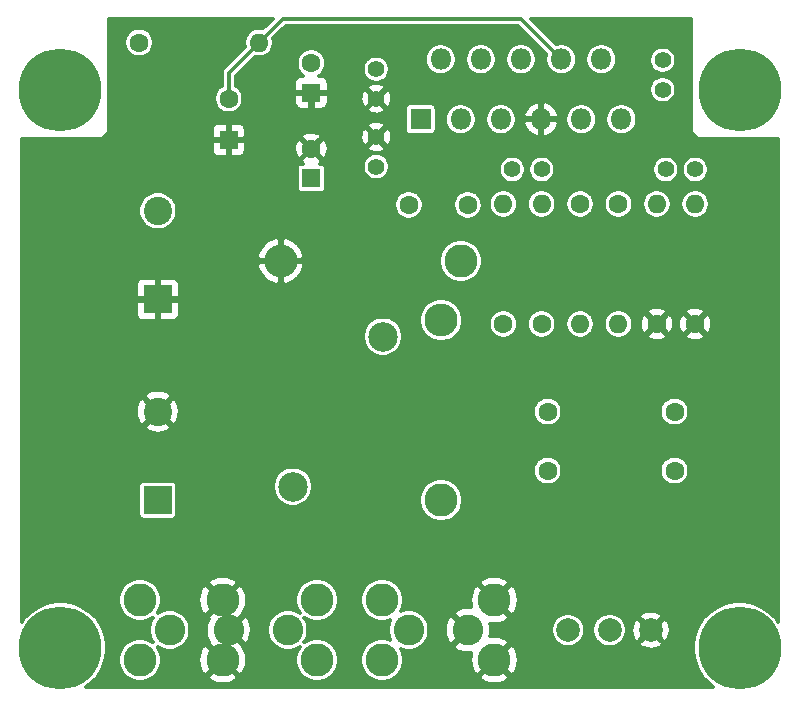
<source format=gbr>
%TF.GenerationSoftware,KiCad,Pcbnew,(5.1.6-0)*%
%TF.CreationDate,2023-05-05T18:05:41-07:00*%
%TF.ProjectId,LM3886-bal-tht,4c4d3338-3836-42d6-9261-6c2d7468742e,rev?*%
%TF.SameCoordinates,Original*%
%TF.FileFunction,Copper,L2,Bot*%
%TF.FilePolarity,Positive*%
%FSLAX46Y46*%
G04 Gerber Fmt 4.6, Leading zero omitted, Abs format (unit mm)*
G04 Created by KiCad (PCBNEW (5.1.6-0)) date 2023-05-05 18:05:41*
%MOMM*%
%LPD*%
G01*
G04 APERTURE LIST*
%TA.AperFunction,ComponentPad*%
%ADD10C,1.600000*%
%TD*%
%TA.AperFunction,ComponentPad*%
%ADD11O,2.800000X2.800000*%
%TD*%
%TA.AperFunction,ComponentPad*%
%ADD12C,2.800000*%
%TD*%
%TA.AperFunction,ComponentPad*%
%ADD13C,1.400000*%
%TD*%
%TA.AperFunction,ComponentPad*%
%ADD14O,1.600000X1.600000*%
%TD*%
%TA.AperFunction,ComponentPad*%
%ADD15C,2.500000*%
%TD*%
%TA.AperFunction,ComponentPad*%
%ADD16C,2.600000*%
%TD*%
%TA.AperFunction,ComponentPad*%
%ADD17C,2.000000*%
%TD*%
%TA.AperFunction,ComponentPad*%
%ADD18C,0.800000*%
%TD*%
%TA.AperFunction,ComponentPad*%
%ADD19C,7.000000*%
%TD*%
%TA.AperFunction,ComponentPad*%
%ADD20R,1.600000X1.600000*%
%TD*%
%TA.AperFunction,ComponentPad*%
%ADD21C,2.400000*%
%TD*%
%TA.AperFunction,ComponentPad*%
%ADD22R,2.400000X2.400000*%
%TD*%
%TA.AperFunction,ComponentPad*%
%ADD23O,1.800000X1.800000*%
%TD*%
%TA.AperFunction,ComponentPad*%
%ADD24R,1.800000X1.800000*%
%TD*%
%TA.AperFunction,ViaPad*%
%ADD25C,0.700000*%
%TD*%
%TA.AperFunction,Conductor*%
%ADD26C,0.300000*%
%TD*%
G04 APERTURE END LIST*
D10*
%TO.P,C11,2*%
%TO.N,Net-(C11-Pad2)*%
X115750000Y-68750000D03*
%TO.P,C11,1*%
%TO.N,/SIGOUT*%
X110750000Y-68750000D03*
%TD*%
D11*
%TO.P,R9,2*%
%TO.N,/SIGOUT*%
X113500000Y-78510000D03*
D12*
%TO.P,R9,1*%
%TO.N,/SPK+*%
X113500000Y-93750000D03*
%TD*%
D11*
%TO.P,R8,2*%
%TO.N,GND*%
X99910000Y-73500000D03*
D12*
%TO.P,R8,1*%
%TO.N,Net-(C11-Pad2)*%
X115150000Y-73500000D03*
%TD*%
D13*
%TO.P,C1,2*%
%TO.N,/ICIN+*%
X132250000Y-56500000D03*
%TO.P,C1,1*%
%TO.N,/ICIN-*%
X132250000Y-59000000D03*
%TD*%
D14*
%TO.P,R7,2*%
%TO.N,/MUTE*%
X98080000Y-55000000D03*
D10*
%TO.P,R7,1*%
%TO.N,VEE*%
X87920000Y-55000000D03*
%TD*%
D14*
%TO.P,R6,2*%
%TO.N,Net-(C5-Pad1)*%
X118750000Y-68670000D03*
D10*
%TO.P,R6,1*%
%TO.N,/SIGOUT*%
X118750000Y-78830000D03*
%TD*%
D14*
%TO.P,R5,2*%
%TO.N,/ICIN-*%
X122000000Y-68670000D03*
D10*
%TO.P,R5,1*%
%TO.N,/SIGOUT*%
X122000000Y-78830000D03*
%TD*%
D14*
%TO.P,R4,2*%
%TO.N,/ICIN+*%
X131750000Y-68670000D03*
D10*
%TO.P,R4,1*%
%TO.N,GND*%
X131750000Y-78830000D03*
%TD*%
D14*
%TO.P,R3,2*%
%TO.N,Net-(C4-Pad2)*%
X135000000Y-68670000D03*
D10*
%TO.P,R3,1*%
%TO.N,GND*%
X135000000Y-78830000D03*
%TD*%
D14*
%TO.P,R2,2*%
%TO.N,/IN-*%
X125250000Y-78830000D03*
D10*
%TO.P,R2,1*%
%TO.N,/ICIN-*%
X125250000Y-68670000D03*
%TD*%
D14*
%TO.P,R1,2*%
%TO.N,/IN+*%
X128500000Y-78830000D03*
D10*
%TO.P,R1,1*%
%TO.N,/ICIN+*%
X128500000Y-68670000D03*
%TD*%
D13*
%TO.P,C9,2*%
%TO.N,VEE*%
X108000000Y-57250000D03*
%TO.P,C9,1*%
%TO.N,GND*%
X108000000Y-59750000D03*
%TD*%
%TO.P,C8,2*%
%TO.N,GND*%
X108000000Y-63000000D03*
%TO.P,C8,1*%
%TO.N,VCC*%
X108000000Y-65500000D03*
%TD*%
%TO.P,C5,2*%
%TO.N,/ICIN-*%
X122000000Y-65750000D03*
%TO.P,C5,1*%
%TO.N,Net-(C5-Pad1)*%
X119500000Y-65750000D03*
%TD*%
%TO.P,C4,2*%
%TO.N,Net-(C4-Pad2)*%
X135000000Y-65750000D03*
%TO.P,C4,1*%
%TO.N,/ICIN+*%
X132500000Y-65750000D03*
%TD*%
D12*
%TO.P,J8,1*%
%TO.N,GND*%
X118000000Y-102210000D03*
X118000000Y-107290000D03*
%TD*%
%TO.P,J7,1*%
%TO.N,/SPK+*%
X108500000Y-102210000D03*
X108500000Y-107290000D03*
%TD*%
%TO.P,J6,1*%
%TO.N,VCC*%
X103000000Y-102210000D03*
X103000000Y-107290000D03*
%TD*%
%TO.P,J5,1*%
%TO.N,GND*%
X95000000Y-102210000D03*
X95000000Y-107290000D03*
%TD*%
%TO.P,J4,1*%
%TO.N,VEE*%
X88000000Y-102210000D03*
X88000000Y-107290000D03*
%TD*%
D15*
%TO.P,L1,2*%
%TO.N,/SPK+*%
X100940000Y-92600000D03*
%TO.P,L1,1*%
%TO.N,/SIGOUT*%
X108560000Y-79900000D03*
%TD*%
D16*
%TO.P,J3,3*%
%TO.N,VCC*%
X100500000Y-104750000D03*
%TO.P,J3,2*%
%TO.N,GND*%
X95500000Y-104750000D03*
%TO.P,J3,1*%
%TO.N,VEE*%
X90500000Y-104750000D03*
%TD*%
%TO.P,J2,2*%
%TO.N,GND*%
X115750000Y-104750000D03*
%TO.P,J2,1*%
%TO.N,/SPK+*%
X110750000Y-104750000D03*
%TD*%
D17*
%TO.P,J1,3*%
%TO.N,GND*%
X131250000Y-104750000D03*
%TO.P,J1,2*%
%TO.N,Net-(C12-Pad1)*%
X127750000Y-104750000D03*
%TO.P,J1,1*%
%TO.N,Net-(C13-Pad1)*%
X124250000Y-104750000D03*
%TD*%
D18*
%TO.P,H4,1*%
%TO.N,N/C*%
X140606155Y-104393845D03*
X138750000Y-103625000D03*
X136893845Y-104393845D03*
X136125000Y-106250000D03*
X136893845Y-108106155D03*
X138750000Y-108875000D03*
X140606155Y-108106155D03*
X141375000Y-106250000D03*
D19*
X138750000Y-106250000D03*
%TD*%
D18*
%TO.P,H3,1*%
%TO.N,N/C*%
X140606155Y-57143845D03*
X138750000Y-56375000D03*
X136893845Y-57143845D03*
X136125000Y-59000000D03*
X136893845Y-60856155D03*
X138750000Y-61625000D03*
X140606155Y-60856155D03*
X141375000Y-59000000D03*
D19*
X138750000Y-59000000D03*
%TD*%
D18*
%TO.P,H2,1*%
%TO.N,N/C*%
X83106155Y-104393845D03*
X81250000Y-103625000D03*
X79393845Y-104393845D03*
X78625000Y-106250000D03*
X79393845Y-108106155D03*
X81250000Y-108875000D03*
X83106155Y-108106155D03*
X83875000Y-106250000D03*
D19*
X81250000Y-106250000D03*
%TD*%
D18*
%TO.P,H1,1*%
%TO.N,N/C*%
X83106155Y-57143845D03*
X81250000Y-56375000D03*
X79393845Y-57143845D03*
X78625000Y-59000000D03*
X79393845Y-60856155D03*
X81250000Y-61625000D03*
X83106155Y-60856155D03*
X83875000Y-59000000D03*
D19*
X81250000Y-59000000D03*
%TD*%
D10*
%TO.P,C13,2*%
%TO.N,/IN-*%
X122500000Y-86250000D03*
%TO.P,C13,1*%
%TO.N,Net-(C13-Pad1)*%
X122500000Y-91250000D03*
%TD*%
%TO.P,C12,2*%
%TO.N,/IN+*%
X133250000Y-86250000D03*
%TO.P,C12,1*%
%TO.N,Net-(C12-Pad1)*%
X133250000Y-91250000D03*
%TD*%
%TO.P,C10,2*%
%TO.N,/MUTE*%
X95500000Y-59750000D03*
D20*
%TO.P,C10,1*%
%TO.N,GND*%
X95500000Y-63250000D03*
%TD*%
D10*
%TO.P,C7,2*%
%TO.N,VEE*%
X102500000Y-56750000D03*
D20*
%TO.P,C7,1*%
%TO.N,GND*%
X102500000Y-59250000D03*
%TD*%
D10*
%TO.P,C6,2*%
%TO.N,GND*%
X102500000Y-64000000D03*
D20*
%TO.P,C6,1*%
%TO.N,VCC*%
X102500000Y-66500000D03*
%TD*%
D21*
%TO.P,C3,2*%
%TO.N,VEE*%
X89500000Y-69250000D03*
D22*
%TO.P,C3,1*%
%TO.N,GND*%
X89500000Y-76750000D03*
%TD*%
D21*
%TO.P,C2,2*%
%TO.N,GND*%
X89500000Y-86250000D03*
D22*
%TO.P,C2,1*%
%TO.N,VCC*%
X89500000Y-93750000D03*
%TD*%
D23*
%TO.P,U1,11*%
%TO.N,N/C*%
X128750000Y-61500000D03*
%TO.P,U1,10*%
%TO.N,/ICIN+*%
X127050000Y-56420000D03*
%TO.P,U1,9*%
%TO.N,/ICIN-*%
X125350000Y-61500000D03*
%TO.P,U1,8*%
%TO.N,/MUTE*%
X123650000Y-56420000D03*
%TO.P,U1,7*%
%TO.N,GND*%
X121950000Y-61500000D03*
%TO.P,U1,6*%
%TO.N,N/C*%
X120250000Y-56420000D03*
%TO.P,U1,5*%
%TO.N,VCC*%
X118550000Y-61500000D03*
%TO.P,U1,4*%
%TO.N,VEE*%
X116850000Y-56420000D03*
%TO.P,U1,3*%
%TO.N,/SIGOUT*%
X115150000Y-61500000D03*
%TO.P,U1,2*%
%TO.N,N/C*%
X113450000Y-56420000D03*
D24*
%TO.P,U1,1*%
%TO.N,VCC*%
X111750000Y-61500000D03*
%TD*%
D25*
%TO.N,GND*%
X79198810Y-100792500D03*
X88198810Y-79792500D03*
X88198810Y-83792500D03*
X90198810Y-73792500D03*
X90198810Y-81792500D03*
X102198810Y-88500000D03*
X104198810Y-86792500D03*
X106198810Y-82792500D03*
X106198810Y-88500000D03*
X107198810Y-85792500D03*
X109198810Y-87792500D03*
X110198810Y-84792500D03*
X112198810Y-86792500D03*
X114198810Y-84792500D03*
X114198810Y-88500000D03*
X114198810Y-98792500D03*
X114198810Y-107792500D03*
X115198810Y-101792500D03*
X116500000Y-81000000D03*
X116198810Y-86792500D03*
X116198810Y-96792500D03*
X117198810Y-70792500D03*
X117198810Y-75792500D03*
X117198810Y-89792500D03*
X117198810Y-93792500D03*
X118198810Y-83792500D03*
X118198810Y-98000000D03*
X118198810Y-104792500D03*
X119198810Y-72792500D03*
X119198810Y-87792500D03*
X119198810Y-91792500D03*
X119198810Y-95792500D03*
X120198810Y-76792500D03*
X120198810Y-80792500D03*
X121198810Y-59792500D03*
X121198810Y-70792500D03*
X121198810Y-93792500D03*
X121198810Y-97792500D03*
X121198810Y-101792500D03*
X121198810Y-105792500D03*
X122750000Y-53792500D03*
X122198810Y-73792500D03*
X122198810Y-82792500D03*
X122198810Y-88792500D03*
X122198810Y-108792500D03*
X123198810Y-95792500D03*
X123250000Y-99250000D03*
X124198810Y-65792500D03*
X124198810Y-71792500D03*
X124198810Y-75792500D03*
X124198810Y-80792500D03*
X124198810Y-106792500D03*
X125198810Y-54792500D03*
X125198810Y-59792500D03*
X126198810Y-73792500D03*
X126198810Y-108792500D03*
X127198810Y-64792500D03*
X127198810Y-70792500D03*
X127198810Y-76792500D03*
X127198810Y-88792500D03*
X128198810Y-53792500D03*
X129198810Y-72792500D03*
X129198810Y-98792500D03*
X129198810Y-102792500D03*
X129198810Y-106792500D03*
X130198810Y-65792500D03*
X130198810Y-75792500D03*
X130198810Y-80792500D03*
X130198810Y-87792500D03*
X131198810Y-54792500D03*
X131198810Y-62792500D03*
X131198810Y-70792500D03*
X131198810Y-83792500D03*
X131198810Y-92792500D03*
X131198810Y-96792500D03*
X131198810Y-101500000D03*
X131198810Y-108792500D03*
X132198810Y-73792500D03*
X133198810Y-76792500D03*
X133198810Y-81792500D03*
X133198810Y-88792500D03*
X133198810Y-94792500D03*
X133198810Y-98792500D03*
X133198810Y-102792500D03*
X133198810Y-106792500D03*
X134198810Y-63792500D03*
X134198810Y-71792500D03*
X135198810Y-74792500D03*
X135198810Y-83792500D03*
X135198810Y-90792500D03*
X135198810Y-96792500D03*
X135198810Y-100792500D03*
X136198810Y-80792500D03*
X136198810Y-86792500D03*
X136198810Y-93792500D03*
X137198810Y-64792500D03*
X137198810Y-68792500D03*
X137198810Y-72792500D03*
X137198810Y-76792500D03*
X137198810Y-98792500D03*
X138198810Y-82792500D03*
X138198810Y-88792500D03*
X138198810Y-95792500D03*
X139198810Y-66792500D03*
X139198810Y-70792500D03*
X139198810Y-74792500D03*
X139198810Y-78792500D03*
X139198810Y-85792500D03*
X139198810Y-91792500D03*
X139198810Y-100792500D03*
X140198810Y-97792500D03*
X141198810Y-64792500D03*
X141198810Y-68792500D03*
X141198810Y-72792500D03*
X141198810Y-76792500D03*
X141198810Y-80792500D03*
X141198810Y-87792500D03*
X141198810Y-93792500D03*
X125500000Y-84750000D03*
X125000000Y-90250000D03*
X125000000Y-87500000D03*
X130250000Y-90000000D03*
X129500000Y-94500000D03*
X127250000Y-101000000D03*
X124250000Y-101750000D03*
X126000000Y-95750000D03*
X124250000Y-93250000D03*
X126500000Y-93000000D03*
X129750000Y-57750000D03*
X133000000Y-61000000D03*
X123250000Y-58500000D03*
X120750000Y-64000000D03*
X78750000Y-64000000D03*
X91500000Y-72250000D03*
X91750000Y-79750000D03*
X91750000Y-74000000D03*
%TD*%
D26*
%TO.N,/MUTE*%
X95500000Y-57580000D02*
X98080000Y-55000000D01*
X95500000Y-59750000D02*
X95500000Y-57580000D01*
X120230000Y-53000000D02*
X123650000Y-56420000D01*
X100080000Y-53000000D02*
X120230000Y-53000000D01*
X98080000Y-55000000D02*
X100080000Y-53000000D01*
%TD*%
%TO.N,GND*%
G36*
X98435290Y-53796183D02*
G01*
X98203114Y-53750000D01*
X97956886Y-53750000D01*
X97715389Y-53798037D01*
X97487903Y-53892265D01*
X97283172Y-54029062D01*
X97109062Y-54203172D01*
X96972265Y-54407903D01*
X96878037Y-54635389D01*
X96830000Y-54876886D01*
X96830000Y-55123114D01*
X96876183Y-55355289D01*
X95096582Y-57134891D01*
X95073684Y-57153683D01*
X94998705Y-57245045D01*
X94979714Y-57280575D01*
X94942991Y-57349279D01*
X94908682Y-57462380D01*
X94897097Y-57580000D01*
X94900001Y-57609483D01*
X94900001Y-58647545D01*
X94703172Y-58779062D01*
X94529062Y-58953172D01*
X94392265Y-59157903D01*
X94298037Y-59385389D01*
X94250000Y-59626886D01*
X94250000Y-59873114D01*
X94298037Y-60114611D01*
X94392265Y-60342097D01*
X94529062Y-60546828D01*
X94703172Y-60720938D01*
X94907903Y-60857735D01*
X95135389Y-60951963D01*
X95376886Y-61000000D01*
X95623114Y-61000000D01*
X95864611Y-60951963D01*
X96092097Y-60857735D01*
X96296828Y-60720938D01*
X96470938Y-60546828D01*
X96607735Y-60342097D01*
X96701963Y-60114611D01*
X96714814Y-60050000D01*
X101046855Y-60050000D01*
X101059405Y-60177422D01*
X101096573Y-60299948D01*
X101156930Y-60412868D01*
X101238157Y-60511843D01*
X101337132Y-60593070D01*
X101450052Y-60653427D01*
X101572578Y-60690595D01*
X101700000Y-60703145D01*
X102237500Y-60700000D01*
X102400000Y-60537500D01*
X102400000Y-59350000D01*
X102600000Y-59350000D01*
X102600000Y-60537500D01*
X102762500Y-60700000D01*
X103300000Y-60703145D01*
X103427422Y-60690595D01*
X103521515Y-60662052D01*
X107229369Y-60662052D01*
X107285722Y-60903250D01*
X107524435Y-61020440D01*
X107781423Y-61088807D01*
X108046810Y-61105725D01*
X108310399Y-61070542D01*
X108562061Y-60984613D01*
X108714278Y-60903250D01*
X108770631Y-60662052D01*
X108708579Y-60600000D01*
X110397823Y-60600000D01*
X110397823Y-62400000D01*
X110406511Y-62488215D01*
X110432243Y-62573041D01*
X110474029Y-62651216D01*
X110530263Y-62719737D01*
X110598784Y-62775971D01*
X110676959Y-62817757D01*
X110761785Y-62843489D01*
X110850000Y-62852177D01*
X112650000Y-62852177D01*
X112738215Y-62843489D01*
X112823041Y-62817757D01*
X112901216Y-62775971D01*
X112969737Y-62719737D01*
X113025971Y-62651216D01*
X113067757Y-62573041D01*
X113093489Y-62488215D01*
X113102177Y-62400000D01*
X113102177Y-61367037D01*
X113800000Y-61367037D01*
X113800000Y-61632963D01*
X113851880Y-61893780D01*
X113953646Y-62139465D01*
X114101387Y-62360575D01*
X114289425Y-62548613D01*
X114510535Y-62696354D01*
X114756220Y-62798120D01*
X115017037Y-62850000D01*
X115282963Y-62850000D01*
X115543780Y-62798120D01*
X115789465Y-62696354D01*
X116010575Y-62548613D01*
X116198613Y-62360575D01*
X116346354Y-62139465D01*
X116448120Y-61893780D01*
X116500000Y-61632963D01*
X116500000Y-61367037D01*
X117200000Y-61367037D01*
X117200000Y-61632963D01*
X117251880Y-61893780D01*
X117353646Y-62139465D01*
X117501387Y-62360575D01*
X117689425Y-62548613D01*
X117910535Y-62696354D01*
X118156220Y-62798120D01*
X118417037Y-62850000D01*
X118682963Y-62850000D01*
X118943780Y-62798120D01*
X119189465Y-62696354D01*
X119410575Y-62548613D01*
X119598613Y-62360575D01*
X119746354Y-62139465D01*
X119848120Y-61893780D01*
X119858670Y-61840737D01*
X120437916Y-61840737D01*
X120503443Y-62056758D01*
X120639856Y-62328269D01*
X120826617Y-62567951D01*
X121056549Y-62766592D01*
X121320816Y-62916558D01*
X121609262Y-63012087D01*
X121850000Y-62884274D01*
X121850000Y-61600000D01*
X122050000Y-61600000D01*
X122050000Y-62884274D01*
X122290738Y-63012087D01*
X122579184Y-62916558D01*
X122843451Y-62766592D01*
X123073383Y-62567951D01*
X123260144Y-62328269D01*
X123396557Y-62056758D01*
X123462084Y-61840737D01*
X123333892Y-61600000D01*
X122050000Y-61600000D01*
X121850000Y-61600000D01*
X120566108Y-61600000D01*
X120437916Y-61840737D01*
X119858670Y-61840737D01*
X119900000Y-61632963D01*
X119900000Y-61367037D01*
X119858671Y-61159263D01*
X120437916Y-61159263D01*
X120566108Y-61400000D01*
X121850000Y-61400000D01*
X121850000Y-60115726D01*
X122050000Y-60115726D01*
X122050000Y-61400000D01*
X123333892Y-61400000D01*
X123351444Y-61367037D01*
X124000000Y-61367037D01*
X124000000Y-61632963D01*
X124051880Y-61893780D01*
X124153646Y-62139465D01*
X124301387Y-62360575D01*
X124489425Y-62548613D01*
X124710535Y-62696354D01*
X124956220Y-62798120D01*
X125217037Y-62850000D01*
X125482963Y-62850000D01*
X125743780Y-62798120D01*
X125989465Y-62696354D01*
X126210575Y-62548613D01*
X126398613Y-62360575D01*
X126546354Y-62139465D01*
X126648120Y-61893780D01*
X126700000Y-61632963D01*
X126700000Y-61367037D01*
X127400000Y-61367037D01*
X127400000Y-61632963D01*
X127451880Y-61893780D01*
X127553646Y-62139465D01*
X127701387Y-62360575D01*
X127889425Y-62548613D01*
X128110535Y-62696354D01*
X128356220Y-62798120D01*
X128617037Y-62850000D01*
X128882963Y-62850000D01*
X129143780Y-62798120D01*
X129389465Y-62696354D01*
X129610575Y-62548613D01*
X129798613Y-62360575D01*
X129946354Y-62139465D01*
X130048120Y-61893780D01*
X130100000Y-61632963D01*
X130100000Y-61367037D01*
X130048120Y-61106220D01*
X129946354Y-60860535D01*
X129798613Y-60639425D01*
X129610575Y-60451387D01*
X129389465Y-60303646D01*
X129143780Y-60201880D01*
X128882963Y-60150000D01*
X128617037Y-60150000D01*
X128356220Y-60201880D01*
X128110535Y-60303646D01*
X127889425Y-60451387D01*
X127701387Y-60639425D01*
X127553646Y-60860535D01*
X127451880Y-61106220D01*
X127400000Y-61367037D01*
X126700000Y-61367037D01*
X126648120Y-61106220D01*
X126546354Y-60860535D01*
X126398613Y-60639425D01*
X126210575Y-60451387D01*
X125989465Y-60303646D01*
X125743780Y-60201880D01*
X125482963Y-60150000D01*
X125217037Y-60150000D01*
X124956220Y-60201880D01*
X124710535Y-60303646D01*
X124489425Y-60451387D01*
X124301387Y-60639425D01*
X124153646Y-60860535D01*
X124051880Y-61106220D01*
X124000000Y-61367037D01*
X123351444Y-61367037D01*
X123462084Y-61159263D01*
X123396557Y-60943242D01*
X123260144Y-60671731D01*
X123073383Y-60432049D01*
X122843451Y-60233408D01*
X122579184Y-60083442D01*
X122290738Y-59987913D01*
X122050000Y-60115726D01*
X121850000Y-60115726D01*
X121609262Y-59987913D01*
X121320816Y-60083442D01*
X121056549Y-60233408D01*
X120826617Y-60432049D01*
X120639856Y-60671731D01*
X120503443Y-60943242D01*
X120437916Y-61159263D01*
X119858671Y-61159263D01*
X119848120Y-61106220D01*
X119746354Y-60860535D01*
X119598613Y-60639425D01*
X119410575Y-60451387D01*
X119189465Y-60303646D01*
X118943780Y-60201880D01*
X118682963Y-60150000D01*
X118417037Y-60150000D01*
X118156220Y-60201880D01*
X117910535Y-60303646D01*
X117689425Y-60451387D01*
X117501387Y-60639425D01*
X117353646Y-60860535D01*
X117251880Y-61106220D01*
X117200000Y-61367037D01*
X116500000Y-61367037D01*
X116448120Y-61106220D01*
X116346354Y-60860535D01*
X116198613Y-60639425D01*
X116010575Y-60451387D01*
X115789465Y-60303646D01*
X115543780Y-60201880D01*
X115282963Y-60150000D01*
X115017037Y-60150000D01*
X114756220Y-60201880D01*
X114510535Y-60303646D01*
X114289425Y-60451387D01*
X114101387Y-60639425D01*
X113953646Y-60860535D01*
X113851880Y-61106220D01*
X113800000Y-61367037D01*
X113102177Y-61367037D01*
X113102177Y-60600000D01*
X113093489Y-60511785D01*
X113067757Y-60426959D01*
X113025971Y-60348784D01*
X112969737Y-60280263D01*
X112901216Y-60224029D01*
X112823041Y-60182243D01*
X112738215Y-60156511D01*
X112650000Y-60147823D01*
X110850000Y-60147823D01*
X110761785Y-60156511D01*
X110676959Y-60182243D01*
X110598784Y-60224029D01*
X110530263Y-60280263D01*
X110474029Y-60348784D01*
X110432243Y-60426959D01*
X110406511Y-60511785D01*
X110397823Y-60600000D01*
X108708579Y-60600000D01*
X108000000Y-59891421D01*
X107229369Y-60662052D01*
X103521515Y-60662052D01*
X103549948Y-60653427D01*
X103662868Y-60593070D01*
X103761843Y-60511843D01*
X103843070Y-60412868D01*
X103903427Y-60299948D01*
X103940595Y-60177422D01*
X103953145Y-60050000D01*
X103951664Y-59796810D01*
X106644275Y-59796810D01*
X106679458Y-60060399D01*
X106765387Y-60312061D01*
X106846750Y-60464278D01*
X107087948Y-60520631D01*
X107858579Y-59750000D01*
X108141421Y-59750000D01*
X108912052Y-60520631D01*
X109153250Y-60464278D01*
X109270440Y-60225565D01*
X109338807Y-59968577D01*
X109355725Y-59703190D01*
X109320542Y-59439601D01*
X109234613Y-59187939D01*
X109153250Y-59035722D01*
X108912052Y-58979369D01*
X108141421Y-59750000D01*
X107858579Y-59750000D01*
X107087948Y-58979369D01*
X106846750Y-59035722D01*
X106729560Y-59274435D01*
X106661193Y-59531423D01*
X106644275Y-59796810D01*
X103951664Y-59796810D01*
X103950000Y-59512500D01*
X103787500Y-59350000D01*
X102600000Y-59350000D01*
X102400000Y-59350000D01*
X101212500Y-59350000D01*
X101050000Y-59512500D01*
X101046855Y-60050000D01*
X96714814Y-60050000D01*
X96750000Y-59873114D01*
X96750000Y-59626886D01*
X96701963Y-59385389D01*
X96607735Y-59157903D01*
X96470938Y-58953172D01*
X96296828Y-58779062D01*
X96100000Y-58647546D01*
X96100000Y-58450000D01*
X101046855Y-58450000D01*
X101050000Y-58987500D01*
X101212500Y-59150000D01*
X102400000Y-59150000D01*
X102400000Y-59130000D01*
X102600000Y-59130000D01*
X102600000Y-59150000D01*
X103787500Y-59150000D01*
X103950000Y-58987500D01*
X103953145Y-58450000D01*
X103940595Y-58322578D01*
X103903427Y-58200052D01*
X103843070Y-58087132D01*
X103761843Y-57988157D01*
X103662868Y-57906930D01*
X103549948Y-57846573D01*
X103427422Y-57809405D01*
X103300000Y-57796855D01*
X103182179Y-57797544D01*
X103296828Y-57720938D01*
X103470938Y-57546828D01*
X103607735Y-57342097D01*
X103692798Y-57136735D01*
X106850000Y-57136735D01*
X106850000Y-57363265D01*
X106894194Y-57585443D01*
X106980884Y-57794729D01*
X107106737Y-57983082D01*
X107266918Y-58143263D01*
X107455271Y-58269116D01*
X107664557Y-58355806D01*
X107886735Y-58400000D01*
X107910299Y-58400000D01*
X107689601Y-58429458D01*
X107437939Y-58515387D01*
X107285722Y-58596750D01*
X107229369Y-58837948D01*
X108000000Y-59608579D01*
X108721844Y-58886735D01*
X131100000Y-58886735D01*
X131100000Y-59113265D01*
X131144194Y-59335443D01*
X131230884Y-59544729D01*
X131356737Y-59733082D01*
X131516918Y-59893263D01*
X131705271Y-60019116D01*
X131914557Y-60105806D01*
X132136735Y-60150000D01*
X132363265Y-60150000D01*
X132585443Y-60105806D01*
X132794729Y-60019116D01*
X132983082Y-59893263D01*
X133143263Y-59733082D01*
X133269116Y-59544729D01*
X133355806Y-59335443D01*
X133400000Y-59113265D01*
X133400000Y-58886735D01*
X133355806Y-58664557D01*
X133269116Y-58455271D01*
X133143263Y-58266918D01*
X132983082Y-58106737D01*
X132794729Y-57980884D01*
X132585443Y-57894194D01*
X132363265Y-57850000D01*
X132136735Y-57850000D01*
X131914557Y-57894194D01*
X131705271Y-57980884D01*
X131516918Y-58106737D01*
X131356737Y-58266918D01*
X131230884Y-58455271D01*
X131144194Y-58664557D01*
X131100000Y-58886735D01*
X108721844Y-58886735D01*
X108770631Y-58837948D01*
X108714278Y-58596750D01*
X108475565Y-58479560D01*
X108218577Y-58411193D01*
X108042996Y-58400000D01*
X108113265Y-58400000D01*
X108335443Y-58355806D01*
X108544729Y-58269116D01*
X108733082Y-58143263D01*
X108893263Y-57983082D01*
X109019116Y-57794729D01*
X109105806Y-57585443D01*
X109150000Y-57363265D01*
X109150000Y-57136735D01*
X109105806Y-56914557D01*
X109019116Y-56705271D01*
X108893263Y-56516918D01*
X108733082Y-56356737D01*
X108628769Y-56287037D01*
X112100000Y-56287037D01*
X112100000Y-56552963D01*
X112151880Y-56813780D01*
X112253646Y-57059465D01*
X112401387Y-57280575D01*
X112589425Y-57468613D01*
X112810535Y-57616354D01*
X113056220Y-57718120D01*
X113317037Y-57770000D01*
X113582963Y-57770000D01*
X113843780Y-57718120D01*
X114089465Y-57616354D01*
X114310575Y-57468613D01*
X114498613Y-57280575D01*
X114646354Y-57059465D01*
X114748120Y-56813780D01*
X114800000Y-56552963D01*
X114800000Y-56287037D01*
X115500000Y-56287037D01*
X115500000Y-56552963D01*
X115551880Y-56813780D01*
X115653646Y-57059465D01*
X115801387Y-57280575D01*
X115989425Y-57468613D01*
X116210535Y-57616354D01*
X116456220Y-57718120D01*
X116717037Y-57770000D01*
X116982963Y-57770000D01*
X117243780Y-57718120D01*
X117489465Y-57616354D01*
X117710575Y-57468613D01*
X117898613Y-57280575D01*
X118046354Y-57059465D01*
X118148120Y-56813780D01*
X118200000Y-56552963D01*
X118200000Y-56287037D01*
X118900000Y-56287037D01*
X118900000Y-56552963D01*
X118951880Y-56813780D01*
X119053646Y-57059465D01*
X119201387Y-57280575D01*
X119389425Y-57468613D01*
X119610535Y-57616354D01*
X119856220Y-57718120D01*
X120117037Y-57770000D01*
X120382963Y-57770000D01*
X120643780Y-57718120D01*
X120889465Y-57616354D01*
X121110575Y-57468613D01*
X121298613Y-57280575D01*
X121446354Y-57059465D01*
X121548120Y-56813780D01*
X121600000Y-56552963D01*
X121600000Y-56287037D01*
X121548120Y-56026220D01*
X121446354Y-55780535D01*
X121298613Y-55559425D01*
X121110575Y-55371387D01*
X120889465Y-55223646D01*
X120643780Y-55121880D01*
X120382963Y-55070000D01*
X120117037Y-55070000D01*
X119856220Y-55121880D01*
X119610535Y-55223646D01*
X119389425Y-55371387D01*
X119201387Y-55559425D01*
X119053646Y-55780535D01*
X118951880Y-56026220D01*
X118900000Y-56287037D01*
X118200000Y-56287037D01*
X118148120Y-56026220D01*
X118046354Y-55780535D01*
X117898613Y-55559425D01*
X117710575Y-55371387D01*
X117489465Y-55223646D01*
X117243780Y-55121880D01*
X116982963Y-55070000D01*
X116717037Y-55070000D01*
X116456220Y-55121880D01*
X116210535Y-55223646D01*
X115989425Y-55371387D01*
X115801387Y-55559425D01*
X115653646Y-55780535D01*
X115551880Y-56026220D01*
X115500000Y-56287037D01*
X114800000Y-56287037D01*
X114748120Y-56026220D01*
X114646354Y-55780535D01*
X114498613Y-55559425D01*
X114310575Y-55371387D01*
X114089465Y-55223646D01*
X113843780Y-55121880D01*
X113582963Y-55070000D01*
X113317037Y-55070000D01*
X113056220Y-55121880D01*
X112810535Y-55223646D01*
X112589425Y-55371387D01*
X112401387Y-55559425D01*
X112253646Y-55780535D01*
X112151880Y-56026220D01*
X112100000Y-56287037D01*
X108628769Y-56287037D01*
X108544729Y-56230884D01*
X108335443Y-56144194D01*
X108113265Y-56100000D01*
X107886735Y-56100000D01*
X107664557Y-56144194D01*
X107455271Y-56230884D01*
X107266918Y-56356737D01*
X107106737Y-56516918D01*
X106980884Y-56705271D01*
X106894194Y-56914557D01*
X106850000Y-57136735D01*
X103692798Y-57136735D01*
X103701963Y-57114611D01*
X103750000Y-56873114D01*
X103750000Y-56626886D01*
X103701963Y-56385389D01*
X103607735Y-56157903D01*
X103470938Y-55953172D01*
X103296828Y-55779062D01*
X103092097Y-55642265D01*
X102864611Y-55548037D01*
X102623114Y-55500000D01*
X102376886Y-55500000D01*
X102135389Y-55548037D01*
X101907903Y-55642265D01*
X101703172Y-55779062D01*
X101529062Y-55953172D01*
X101392265Y-56157903D01*
X101298037Y-56385389D01*
X101250000Y-56626886D01*
X101250000Y-56873114D01*
X101298037Y-57114611D01*
X101392265Y-57342097D01*
X101529062Y-57546828D01*
X101703172Y-57720938D01*
X101817821Y-57797544D01*
X101700000Y-57796855D01*
X101572578Y-57809405D01*
X101450052Y-57846573D01*
X101337132Y-57906930D01*
X101238157Y-57988157D01*
X101156930Y-58087132D01*
X101096573Y-58200052D01*
X101059405Y-58322578D01*
X101046855Y-58450000D01*
X96100000Y-58450000D01*
X96100000Y-57828527D01*
X97724711Y-56203817D01*
X97956886Y-56250000D01*
X98203114Y-56250000D01*
X98444611Y-56201963D01*
X98672097Y-56107735D01*
X98876828Y-55970938D01*
X99050938Y-55796828D01*
X99187735Y-55592097D01*
X99281963Y-55364611D01*
X99330000Y-55123114D01*
X99330000Y-54876886D01*
X99283817Y-54644710D01*
X100328528Y-53600000D01*
X119981473Y-53600000D01*
X122368227Y-55986755D01*
X122351880Y-56026220D01*
X122300000Y-56287037D01*
X122300000Y-56552963D01*
X122351880Y-56813780D01*
X122453646Y-57059465D01*
X122601387Y-57280575D01*
X122789425Y-57468613D01*
X123010535Y-57616354D01*
X123256220Y-57718120D01*
X123517037Y-57770000D01*
X123782963Y-57770000D01*
X124043780Y-57718120D01*
X124289465Y-57616354D01*
X124510575Y-57468613D01*
X124698613Y-57280575D01*
X124846354Y-57059465D01*
X124948120Y-56813780D01*
X125000000Y-56552963D01*
X125000000Y-56287037D01*
X125700000Y-56287037D01*
X125700000Y-56552963D01*
X125751880Y-56813780D01*
X125853646Y-57059465D01*
X126001387Y-57280575D01*
X126189425Y-57468613D01*
X126410535Y-57616354D01*
X126656220Y-57718120D01*
X126917037Y-57770000D01*
X127182963Y-57770000D01*
X127443780Y-57718120D01*
X127689465Y-57616354D01*
X127910575Y-57468613D01*
X128098613Y-57280575D01*
X128246354Y-57059465D01*
X128348120Y-56813780D01*
X128400000Y-56552963D01*
X128400000Y-56386735D01*
X131100000Y-56386735D01*
X131100000Y-56613265D01*
X131144194Y-56835443D01*
X131230884Y-57044729D01*
X131356737Y-57233082D01*
X131516918Y-57393263D01*
X131705271Y-57519116D01*
X131914557Y-57605806D01*
X132136735Y-57650000D01*
X132363265Y-57650000D01*
X132585443Y-57605806D01*
X132794729Y-57519116D01*
X132983082Y-57393263D01*
X133143263Y-57233082D01*
X133269116Y-57044729D01*
X133355806Y-56835443D01*
X133400000Y-56613265D01*
X133400000Y-56386735D01*
X133355806Y-56164557D01*
X133269116Y-55955271D01*
X133143263Y-55766918D01*
X132983082Y-55606737D01*
X132794729Y-55480884D01*
X132585443Y-55394194D01*
X132363265Y-55350000D01*
X132136735Y-55350000D01*
X131914557Y-55394194D01*
X131705271Y-55480884D01*
X131516918Y-55606737D01*
X131356737Y-55766918D01*
X131230884Y-55955271D01*
X131144194Y-56164557D01*
X131100000Y-56386735D01*
X128400000Y-56386735D01*
X128400000Y-56287037D01*
X128348120Y-56026220D01*
X128246354Y-55780535D01*
X128098613Y-55559425D01*
X127910575Y-55371387D01*
X127689465Y-55223646D01*
X127443780Y-55121880D01*
X127182963Y-55070000D01*
X126917037Y-55070000D01*
X126656220Y-55121880D01*
X126410535Y-55223646D01*
X126189425Y-55371387D01*
X126001387Y-55559425D01*
X125853646Y-55780535D01*
X125751880Y-56026220D01*
X125700000Y-56287037D01*
X125000000Y-56287037D01*
X124948120Y-56026220D01*
X124846354Y-55780535D01*
X124698613Y-55559425D01*
X124510575Y-55371387D01*
X124289465Y-55223646D01*
X124043780Y-55121880D01*
X123782963Y-55070000D01*
X123517037Y-55070000D01*
X123256220Y-55121880D01*
X123216755Y-55138227D01*
X121053527Y-52975000D01*
X134600000Y-52975000D01*
X134600000Y-62500000D01*
X134602882Y-62529264D01*
X134611418Y-62557403D01*
X134625280Y-62583336D01*
X134643934Y-62606066D01*
X135143934Y-63106066D01*
X135166664Y-63124720D01*
X135192597Y-63138582D01*
X135220736Y-63147118D01*
X135250000Y-63150000D01*
X142025001Y-63150000D01*
X142025000Y-104041573D01*
X141818165Y-103732022D01*
X141267978Y-103181835D01*
X140621026Y-102749556D01*
X139902172Y-102451797D01*
X139139041Y-102300000D01*
X138360959Y-102300000D01*
X137597828Y-102451797D01*
X136878974Y-102749556D01*
X136232022Y-103181835D01*
X135681835Y-103732022D01*
X135249556Y-104378974D01*
X134951797Y-105097828D01*
X134800000Y-105860959D01*
X134800000Y-106639041D01*
X134951797Y-107402172D01*
X135249556Y-108121026D01*
X135681835Y-108767978D01*
X136232022Y-109318165D01*
X136541573Y-109525000D01*
X83458427Y-109525000D01*
X83767978Y-109318165D01*
X84318165Y-108767978D01*
X84750444Y-108121026D01*
X85048203Y-107402172D01*
X85200000Y-106639041D01*
X85200000Y-105860959D01*
X85048203Y-105097828D01*
X84750444Y-104378974D01*
X84318165Y-103732022D01*
X83767978Y-103181835D01*
X83121026Y-102749556D01*
X82402172Y-102451797D01*
X81639041Y-102300000D01*
X80860959Y-102300000D01*
X80097828Y-102451797D01*
X79378974Y-102749556D01*
X78732022Y-103181835D01*
X78181835Y-103732022D01*
X77975000Y-104041573D01*
X77975000Y-102027791D01*
X86150000Y-102027791D01*
X86150000Y-102392209D01*
X86221095Y-102749625D01*
X86360552Y-103086303D01*
X86563011Y-103389306D01*
X86820694Y-103646989D01*
X87123697Y-103849448D01*
X87460375Y-103988905D01*
X87817791Y-104060000D01*
X88182209Y-104060000D01*
X88539625Y-103988905D01*
X88876303Y-103849448D01*
X89094389Y-103703728D01*
X88949170Y-103921064D01*
X88817251Y-104239544D01*
X88750000Y-104577640D01*
X88750000Y-104922360D01*
X88817251Y-105260456D01*
X88949170Y-105578936D01*
X89094389Y-105796272D01*
X88876303Y-105650552D01*
X88539625Y-105511095D01*
X88182209Y-105440000D01*
X87817791Y-105440000D01*
X87460375Y-105511095D01*
X87123697Y-105650552D01*
X86820694Y-105853011D01*
X86563011Y-106110694D01*
X86360552Y-106413697D01*
X86221095Y-106750375D01*
X86150000Y-107107791D01*
X86150000Y-107472209D01*
X86221095Y-107829625D01*
X86360552Y-108166303D01*
X86563011Y-108469306D01*
X86820694Y-108726989D01*
X87123697Y-108929448D01*
X87460375Y-109068905D01*
X87817791Y-109140000D01*
X88182209Y-109140000D01*
X88539625Y-109068905D01*
X88876303Y-108929448D01*
X89179306Y-108726989D01*
X89205771Y-108700524D01*
X93730897Y-108700524D01*
X93871540Y-109013322D01*
X94229426Y-109200361D01*
X94616926Y-109313985D01*
X95019146Y-109349829D01*
X95420630Y-109306515D01*
X95805951Y-109185707D01*
X96128460Y-109013322D01*
X96269103Y-108700524D01*
X95000000Y-107431421D01*
X93730897Y-108700524D01*
X89205771Y-108700524D01*
X89436989Y-108469306D01*
X89639448Y-108166303D01*
X89778905Y-107829625D01*
X89850000Y-107472209D01*
X89850000Y-107309146D01*
X92940171Y-107309146D01*
X92983485Y-107710630D01*
X93104293Y-108095951D01*
X93276678Y-108418460D01*
X93589476Y-108559103D01*
X94858579Y-107290000D01*
X93589476Y-106020897D01*
X93276678Y-106161540D01*
X93089639Y-106519426D01*
X92976015Y-106906926D01*
X92940171Y-107309146D01*
X89850000Y-107309146D01*
X89850000Y-107107791D01*
X89778905Y-106750375D01*
X89639448Y-106413697D01*
X89477707Y-106171633D01*
X89671064Y-106300830D01*
X89989544Y-106432749D01*
X90327640Y-106500000D01*
X90672360Y-106500000D01*
X91010456Y-106432749D01*
X91328936Y-106300830D01*
X91615560Y-106109314D01*
X91859314Y-105865560D01*
X92050830Y-105578936D01*
X92182749Y-105260456D01*
X92250000Y-104922360D01*
X92250000Y-104773097D01*
X93540700Y-104773097D01*
X93582854Y-105154894D01*
X93698682Y-105521130D01*
X93803689Y-105717583D01*
X93730897Y-105879476D01*
X95000000Y-107148579D01*
X95445959Y-106702620D01*
X95523097Y-106709300D01*
X95746822Y-106684599D01*
X95141421Y-107290000D01*
X96410524Y-108559103D01*
X96723322Y-108418460D01*
X96910361Y-108060574D01*
X97023985Y-107673074D01*
X97059829Y-107270854D01*
X97016515Y-106869370D01*
X96895707Y-106484049D01*
X96723322Y-106161540D01*
X96676259Y-106140379D01*
X96697945Y-106089366D01*
X95500000Y-104891421D01*
X95485858Y-104905564D01*
X95344437Y-104764143D01*
X95358579Y-104750000D01*
X95641421Y-104750000D01*
X96839366Y-105947945D01*
X97141930Y-105819324D01*
X97318995Y-105478453D01*
X97426158Y-105109587D01*
X97459300Y-104726903D01*
X97442820Y-104577640D01*
X98750000Y-104577640D01*
X98750000Y-104922360D01*
X98817251Y-105260456D01*
X98949170Y-105578936D01*
X99140686Y-105865560D01*
X99384440Y-106109314D01*
X99671064Y-106300830D01*
X99989544Y-106432749D01*
X100327640Y-106500000D01*
X100672360Y-106500000D01*
X101010456Y-106432749D01*
X101328936Y-106300830D01*
X101522293Y-106171633D01*
X101360552Y-106413697D01*
X101221095Y-106750375D01*
X101150000Y-107107791D01*
X101150000Y-107472209D01*
X101221095Y-107829625D01*
X101360552Y-108166303D01*
X101563011Y-108469306D01*
X101820694Y-108726989D01*
X102123697Y-108929448D01*
X102460375Y-109068905D01*
X102817791Y-109140000D01*
X103182209Y-109140000D01*
X103539625Y-109068905D01*
X103876303Y-108929448D01*
X104179306Y-108726989D01*
X104436989Y-108469306D01*
X104639448Y-108166303D01*
X104778905Y-107829625D01*
X104850000Y-107472209D01*
X104850000Y-107107791D01*
X104778905Y-106750375D01*
X104639448Y-106413697D01*
X104436989Y-106110694D01*
X104179306Y-105853011D01*
X103876303Y-105650552D01*
X103539625Y-105511095D01*
X103182209Y-105440000D01*
X102817791Y-105440000D01*
X102460375Y-105511095D01*
X102123697Y-105650552D01*
X101905611Y-105796272D01*
X102050830Y-105578936D01*
X102182749Y-105260456D01*
X102250000Y-104922360D01*
X102250000Y-104577640D01*
X102182749Y-104239544D01*
X102050830Y-103921064D01*
X101905611Y-103703728D01*
X102123697Y-103849448D01*
X102460375Y-103988905D01*
X102817791Y-104060000D01*
X103182209Y-104060000D01*
X103539625Y-103988905D01*
X103876303Y-103849448D01*
X104179306Y-103646989D01*
X104436989Y-103389306D01*
X104639448Y-103086303D01*
X104778905Y-102749625D01*
X104850000Y-102392209D01*
X104850000Y-102027791D01*
X106650000Y-102027791D01*
X106650000Y-102392209D01*
X106721095Y-102749625D01*
X106860552Y-103086303D01*
X107063011Y-103389306D01*
X107320694Y-103646989D01*
X107623697Y-103849448D01*
X107960375Y-103988905D01*
X108317791Y-104060000D01*
X108682209Y-104060000D01*
X109039625Y-103988905D01*
X109198292Y-103923183D01*
X109067251Y-104239544D01*
X109000000Y-104577640D01*
X109000000Y-104922360D01*
X109067251Y-105260456D01*
X109198292Y-105576817D01*
X109039625Y-105511095D01*
X108682209Y-105440000D01*
X108317791Y-105440000D01*
X107960375Y-105511095D01*
X107623697Y-105650552D01*
X107320694Y-105853011D01*
X107063011Y-106110694D01*
X106860552Y-106413697D01*
X106721095Y-106750375D01*
X106650000Y-107107791D01*
X106650000Y-107472209D01*
X106721095Y-107829625D01*
X106860552Y-108166303D01*
X107063011Y-108469306D01*
X107320694Y-108726989D01*
X107623697Y-108929448D01*
X107960375Y-109068905D01*
X108317791Y-109140000D01*
X108682209Y-109140000D01*
X109039625Y-109068905D01*
X109376303Y-108929448D01*
X109679306Y-108726989D01*
X109705771Y-108700524D01*
X116730897Y-108700524D01*
X116871540Y-109013322D01*
X117229426Y-109200361D01*
X117616926Y-109313985D01*
X118019146Y-109349829D01*
X118420630Y-109306515D01*
X118805951Y-109185707D01*
X119128460Y-109013322D01*
X119269103Y-108700524D01*
X118000000Y-107431421D01*
X116730897Y-108700524D01*
X109705771Y-108700524D01*
X109936989Y-108469306D01*
X110139448Y-108166303D01*
X110278905Y-107829625D01*
X110350000Y-107472209D01*
X110350000Y-107107791D01*
X110278905Y-106750375D01*
X110139448Y-106413697D01*
X110118745Y-106382712D01*
X110239544Y-106432749D01*
X110577640Y-106500000D01*
X110922360Y-106500000D01*
X111260456Y-106432749D01*
X111578936Y-106300830D01*
X111865560Y-106109314D01*
X112109314Y-105865560D01*
X112300830Y-105578936D01*
X112432749Y-105260456D01*
X112500000Y-104922360D01*
X112500000Y-104773097D01*
X113790700Y-104773097D01*
X113832854Y-105154894D01*
X113948682Y-105521130D01*
X114108070Y-105819324D01*
X114410634Y-105947945D01*
X115608579Y-104750000D01*
X114410634Y-103552055D01*
X114108070Y-103680676D01*
X113931005Y-104021547D01*
X113823842Y-104390413D01*
X113790700Y-104773097D01*
X112500000Y-104773097D01*
X112500000Y-104577640D01*
X112432749Y-104239544D01*
X112300830Y-103921064D01*
X112109314Y-103634440D01*
X111885508Y-103410634D01*
X114552055Y-103410634D01*
X115750000Y-104608579D01*
X115764143Y-104594437D01*
X115905564Y-104735858D01*
X115891421Y-104750000D01*
X115905564Y-104764143D01*
X115764143Y-104905564D01*
X115750000Y-104891421D01*
X114552055Y-106089366D01*
X114680676Y-106391930D01*
X115021547Y-106568995D01*
X115390413Y-106676158D01*
X115773097Y-106709300D01*
X116042692Y-106679534D01*
X115976015Y-106906926D01*
X115940171Y-107309146D01*
X115983485Y-107710630D01*
X116104293Y-108095951D01*
X116276678Y-108418460D01*
X116589476Y-108559103D01*
X117858579Y-107290000D01*
X118141421Y-107290000D01*
X119410524Y-108559103D01*
X119723322Y-108418460D01*
X119910361Y-108060574D01*
X120023985Y-107673074D01*
X120059829Y-107270854D01*
X120016515Y-106869370D01*
X119895707Y-106484049D01*
X119723322Y-106161540D01*
X119410524Y-106020897D01*
X118141421Y-107290000D01*
X117858579Y-107290000D01*
X117844437Y-107275858D01*
X117985858Y-107134437D01*
X118000000Y-107148579D01*
X119269103Y-105879476D01*
X119128460Y-105566678D01*
X118770574Y-105379639D01*
X118383074Y-105266015D01*
X117980854Y-105230171D01*
X117630133Y-105268008D01*
X117676158Y-105109587D01*
X117709300Y-104726903D01*
X117696083Y-104607187D01*
X122800000Y-104607187D01*
X122800000Y-104892813D01*
X122855723Y-105172949D01*
X122965027Y-105436833D01*
X123123711Y-105674321D01*
X123325679Y-105876289D01*
X123563167Y-106034973D01*
X123827051Y-106144277D01*
X124107187Y-106200000D01*
X124392813Y-106200000D01*
X124672949Y-106144277D01*
X124936833Y-106034973D01*
X125174321Y-105876289D01*
X125376289Y-105674321D01*
X125534973Y-105436833D01*
X125644277Y-105172949D01*
X125700000Y-104892813D01*
X125700000Y-104607187D01*
X126300000Y-104607187D01*
X126300000Y-104892813D01*
X126355723Y-105172949D01*
X126465027Y-105436833D01*
X126623711Y-105674321D01*
X126825679Y-105876289D01*
X127063167Y-106034973D01*
X127327051Y-106144277D01*
X127607187Y-106200000D01*
X127892813Y-106200000D01*
X128172949Y-106144277D01*
X128436833Y-106034973D01*
X128674321Y-105876289D01*
X128674799Y-105875811D01*
X130265610Y-105875811D01*
X130358138Y-106147674D01*
X130647947Y-106294812D01*
X130960892Y-106382584D01*
X131284949Y-106407616D01*
X131607662Y-106368947D01*
X131916631Y-106268063D01*
X132141862Y-106147674D01*
X132234390Y-105875811D01*
X131250000Y-104891421D01*
X130265610Y-105875811D01*
X128674799Y-105875811D01*
X128876289Y-105674321D01*
X129034973Y-105436833D01*
X129144277Y-105172949D01*
X129200000Y-104892813D01*
X129200000Y-104784949D01*
X129592384Y-104784949D01*
X129631053Y-105107662D01*
X129731937Y-105416631D01*
X129852326Y-105641862D01*
X130124189Y-105734390D01*
X131108579Y-104750000D01*
X131391421Y-104750000D01*
X132375811Y-105734390D01*
X132647674Y-105641862D01*
X132794812Y-105352053D01*
X132882584Y-105039108D01*
X132907616Y-104715051D01*
X132868947Y-104392338D01*
X132768063Y-104083369D01*
X132647674Y-103858138D01*
X132375811Y-103765610D01*
X131391421Y-104750000D01*
X131108579Y-104750000D01*
X130124189Y-103765610D01*
X129852326Y-103858138D01*
X129705188Y-104147947D01*
X129617416Y-104460892D01*
X129592384Y-104784949D01*
X129200000Y-104784949D01*
X129200000Y-104607187D01*
X129144277Y-104327051D01*
X129034973Y-104063167D01*
X128876289Y-103825679D01*
X128674799Y-103624189D01*
X130265610Y-103624189D01*
X131250000Y-104608579D01*
X132234390Y-103624189D01*
X132141862Y-103352326D01*
X131852053Y-103205188D01*
X131539108Y-103117416D01*
X131215051Y-103092384D01*
X130892338Y-103131053D01*
X130583369Y-103231937D01*
X130358138Y-103352326D01*
X130265610Y-103624189D01*
X128674799Y-103624189D01*
X128674321Y-103623711D01*
X128436833Y-103465027D01*
X128172949Y-103355723D01*
X127892813Y-103300000D01*
X127607187Y-103300000D01*
X127327051Y-103355723D01*
X127063167Y-103465027D01*
X126825679Y-103623711D01*
X126623711Y-103825679D01*
X126465027Y-104063167D01*
X126355723Y-104327051D01*
X126300000Y-104607187D01*
X125700000Y-104607187D01*
X125644277Y-104327051D01*
X125534973Y-104063167D01*
X125376289Y-103825679D01*
X125174321Y-103623711D01*
X124936833Y-103465027D01*
X124672949Y-103355723D01*
X124392813Y-103300000D01*
X124107187Y-103300000D01*
X123827051Y-103355723D01*
X123563167Y-103465027D01*
X123325679Y-103623711D01*
X123123711Y-103825679D01*
X122965027Y-104063167D01*
X122855723Y-104327051D01*
X122800000Y-104607187D01*
X117696083Y-104607187D01*
X117667146Y-104345106D01*
X117632439Y-104235367D01*
X118019146Y-104269829D01*
X118420630Y-104226515D01*
X118805951Y-104105707D01*
X119128460Y-103933322D01*
X119269103Y-103620524D01*
X118000000Y-102351421D01*
X117985858Y-102365564D01*
X117844437Y-102224143D01*
X117858579Y-102210000D01*
X118141421Y-102210000D01*
X119410524Y-103479103D01*
X119723322Y-103338460D01*
X119910361Y-102980574D01*
X120023985Y-102593074D01*
X120059829Y-102190854D01*
X120016515Y-101789370D01*
X119895707Y-101404049D01*
X119723322Y-101081540D01*
X119410524Y-100940897D01*
X118141421Y-102210000D01*
X117858579Y-102210000D01*
X116589476Y-100940897D01*
X116276678Y-101081540D01*
X116089639Y-101439426D01*
X115976015Y-101826926D01*
X115940171Y-102229146D01*
X115983485Y-102630630D01*
X116042233Y-102818009D01*
X115726903Y-102790700D01*
X115345106Y-102832854D01*
X114978870Y-102948682D01*
X114680676Y-103108070D01*
X114552055Y-103410634D01*
X111885508Y-103410634D01*
X111865560Y-103390686D01*
X111578936Y-103199170D01*
X111260456Y-103067251D01*
X110922360Y-103000000D01*
X110577640Y-103000000D01*
X110239544Y-103067251D01*
X110118745Y-103117288D01*
X110139448Y-103086303D01*
X110278905Y-102749625D01*
X110350000Y-102392209D01*
X110350000Y-102027791D01*
X110278905Y-101670375D01*
X110139448Y-101333697D01*
X109936989Y-101030694D01*
X109705771Y-100799476D01*
X116730897Y-100799476D01*
X118000000Y-102068579D01*
X119269103Y-100799476D01*
X119128460Y-100486678D01*
X118770574Y-100299639D01*
X118383074Y-100186015D01*
X117980854Y-100150171D01*
X117579370Y-100193485D01*
X117194049Y-100314293D01*
X116871540Y-100486678D01*
X116730897Y-100799476D01*
X109705771Y-100799476D01*
X109679306Y-100773011D01*
X109376303Y-100570552D01*
X109039625Y-100431095D01*
X108682209Y-100360000D01*
X108317791Y-100360000D01*
X107960375Y-100431095D01*
X107623697Y-100570552D01*
X107320694Y-100773011D01*
X107063011Y-101030694D01*
X106860552Y-101333697D01*
X106721095Y-101670375D01*
X106650000Y-102027791D01*
X104850000Y-102027791D01*
X104778905Y-101670375D01*
X104639448Y-101333697D01*
X104436989Y-101030694D01*
X104179306Y-100773011D01*
X103876303Y-100570552D01*
X103539625Y-100431095D01*
X103182209Y-100360000D01*
X102817791Y-100360000D01*
X102460375Y-100431095D01*
X102123697Y-100570552D01*
X101820694Y-100773011D01*
X101563011Y-101030694D01*
X101360552Y-101333697D01*
X101221095Y-101670375D01*
X101150000Y-102027791D01*
X101150000Y-102392209D01*
X101221095Y-102749625D01*
X101360552Y-103086303D01*
X101522293Y-103328367D01*
X101328936Y-103199170D01*
X101010456Y-103067251D01*
X100672360Y-103000000D01*
X100327640Y-103000000D01*
X99989544Y-103067251D01*
X99671064Y-103199170D01*
X99384440Y-103390686D01*
X99140686Y-103634440D01*
X98949170Y-103921064D01*
X98817251Y-104239544D01*
X98750000Y-104577640D01*
X97442820Y-104577640D01*
X97417146Y-104345106D01*
X97301318Y-103978870D01*
X97141930Y-103680676D01*
X96839366Y-103552055D01*
X95641421Y-104750000D01*
X95358579Y-104750000D01*
X95344437Y-104735858D01*
X95485858Y-104594437D01*
X95500000Y-104608579D01*
X96697945Y-103410634D01*
X96676259Y-103359621D01*
X96723322Y-103338460D01*
X96910361Y-102980574D01*
X97023985Y-102593074D01*
X97059829Y-102190854D01*
X97016515Y-101789370D01*
X96895707Y-101404049D01*
X96723322Y-101081540D01*
X96410524Y-100940897D01*
X95141421Y-102210000D01*
X95745371Y-102813950D01*
X95476903Y-102790700D01*
X95443020Y-102794441D01*
X95000000Y-102351421D01*
X93730897Y-103620524D01*
X93804400Y-103783998D01*
X93681005Y-104021547D01*
X93573842Y-104390413D01*
X93540700Y-104773097D01*
X92250000Y-104773097D01*
X92250000Y-104577640D01*
X92182749Y-104239544D01*
X92050830Y-103921064D01*
X91859314Y-103634440D01*
X91615560Y-103390686D01*
X91328936Y-103199170D01*
X91010456Y-103067251D01*
X90672360Y-103000000D01*
X90327640Y-103000000D01*
X89989544Y-103067251D01*
X89671064Y-103199170D01*
X89477707Y-103328367D01*
X89639448Y-103086303D01*
X89778905Y-102749625D01*
X89850000Y-102392209D01*
X89850000Y-102229146D01*
X92940171Y-102229146D01*
X92983485Y-102630630D01*
X93104293Y-103015951D01*
X93276678Y-103338460D01*
X93589476Y-103479103D01*
X94858579Y-102210000D01*
X93589476Y-100940897D01*
X93276678Y-101081540D01*
X93089639Y-101439426D01*
X92976015Y-101826926D01*
X92940171Y-102229146D01*
X89850000Y-102229146D01*
X89850000Y-102027791D01*
X89778905Y-101670375D01*
X89639448Y-101333697D01*
X89436989Y-101030694D01*
X89205771Y-100799476D01*
X93730897Y-100799476D01*
X95000000Y-102068579D01*
X96269103Y-100799476D01*
X96128460Y-100486678D01*
X95770574Y-100299639D01*
X95383074Y-100186015D01*
X94980854Y-100150171D01*
X94579370Y-100193485D01*
X94194049Y-100314293D01*
X93871540Y-100486678D01*
X93730897Y-100799476D01*
X89205771Y-100799476D01*
X89179306Y-100773011D01*
X88876303Y-100570552D01*
X88539625Y-100431095D01*
X88182209Y-100360000D01*
X87817791Y-100360000D01*
X87460375Y-100431095D01*
X87123697Y-100570552D01*
X86820694Y-100773011D01*
X86563011Y-101030694D01*
X86360552Y-101333697D01*
X86221095Y-101670375D01*
X86150000Y-102027791D01*
X77975000Y-102027791D01*
X77975000Y-92550000D01*
X87847823Y-92550000D01*
X87847823Y-94950000D01*
X87856511Y-95038215D01*
X87882243Y-95123041D01*
X87924029Y-95201216D01*
X87980263Y-95269737D01*
X88048784Y-95325971D01*
X88126959Y-95367757D01*
X88211785Y-95393489D01*
X88300000Y-95402177D01*
X90700000Y-95402177D01*
X90788215Y-95393489D01*
X90873041Y-95367757D01*
X90951216Y-95325971D01*
X91019737Y-95269737D01*
X91075971Y-95201216D01*
X91117757Y-95123041D01*
X91143489Y-95038215D01*
X91152177Y-94950000D01*
X91152177Y-92550000D01*
X91143489Y-92461785D01*
X91134626Y-92432565D01*
X99240000Y-92432565D01*
X99240000Y-92767435D01*
X99305330Y-93095872D01*
X99433479Y-93405252D01*
X99619523Y-93683687D01*
X99856313Y-93920477D01*
X100134748Y-94106521D01*
X100444128Y-94234670D01*
X100772565Y-94300000D01*
X101107435Y-94300000D01*
X101435872Y-94234670D01*
X101745252Y-94106521D01*
X102023687Y-93920477D01*
X102260477Y-93683687D01*
X102337916Y-93567791D01*
X111650000Y-93567791D01*
X111650000Y-93932209D01*
X111721095Y-94289625D01*
X111860552Y-94626303D01*
X112063011Y-94929306D01*
X112320694Y-95186989D01*
X112623697Y-95389448D01*
X112960375Y-95528905D01*
X113317791Y-95600000D01*
X113682209Y-95600000D01*
X114039625Y-95528905D01*
X114376303Y-95389448D01*
X114679306Y-95186989D01*
X114936989Y-94929306D01*
X115139448Y-94626303D01*
X115278905Y-94289625D01*
X115350000Y-93932209D01*
X115350000Y-93567791D01*
X115278905Y-93210375D01*
X115139448Y-92873697D01*
X114936989Y-92570694D01*
X114679306Y-92313011D01*
X114376303Y-92110552D01*
X114039625Y-91971095D01*
X113682209Y-91900000D01*
X113317791Y-91900000D01*
X112960375Y-91971095D01*
X112623697Y-92110552D01*
X112320694Y-92313011D01*
X112063011Y-92570694D01*
X111860552Y-92873697D01*
X111721095Y-93210375D01*
X111650000Y-93567791D01*
X102337916Y-93567791D01*
X102446521Y-93405252D01*
X102574670Y-93095872D01*
X102640000Y-92767435D01*
X102640000Y-92432565D01*
X102574670Y-92104128D01*
X102446521Y-91794748D01*
X102260477Y-91516313D01*
X102023687Y-91279523D01*
X101795250Y-91126886D01*
X121250000Y-91126886D01*
X121250000Y-91373114D01*
X121298037Y-91614611D01*
X121392265Y-91842097D01*
X121529062Y-92046828D01*
X121703172Y-92220938D01*
X121907903Y-92357735D01*
X122135389Y-92451963D01*
X122376886Y-92500000D01*
X122623114Y-92500000D01*
X122864611Y-92451963D01*
X123092097Y-92357735D01*
X123296828Y-92220938D01*
X123470938Y-92046828D01*
X123607735Y-91842097D01*
X123701963Y-91614611D01*
X123750000Y-91373114D01*
X123750000Y-91126886D01*
X132000000Y-91126886D01*
X132000000Y-91373114D01*
X132048037Y-91614611D01*
X132142265Y-91842097D01*
X132279062Y-92046828D01*
X132453172Y-92220938D01*
X132657903Y-92357735D01*
X132885389Y-92451963D01*
X133126886Y-92500000D01*
X133373114Y-92500000D01*
X133614611Y-92451963D01*
X133842097Y-92357735D01*
X134046828Y-92220938D01*
X134220938Y-92046828D01*
X134357735Y-91842097D01*
X134451963Y-91614611D01*
X134500000Y-91373114D01*
X134500000Y-91126886D01*
X134451963Y-90885389D01*
X134357735Y-90657903D01*
X134220938Y-90453172D01*
X134046828Y-90279062D01*
X133842097Y-90142265D01*
X133614611Y-90048037D01*
X133373114Y-90000000D01*
X133126886Y-90000000D01*
X132885389Y-90048037D01*
X132657903Y-90142265D01*
X132453172Y-90279062D01*
X132279062Y-90453172D01*
X132142265Y-90657903D01*
X132048037Y-90885389D01*
X132000000Y-91126886D01*
X123750000Y-91126886D01*
X123701963Y-90885389D01*
X123607735Y-90657903D01*
X123470938Y-90453172D01*
X123296828Y-90279062D01*
X123092097Y-90142265D01*
X122864611Y-90048037D01*
X122623114Y-90000000D01*
X122376886Y-90000000D01*
X122135389Y-90048037D01*
X121907903Y-90142265D01*
X121703172Y-90279062D01*
X121529062Y-90453172D01*
X121392265Y-90657903D01*
X121298037Y-90885389D01*
X121250000Y-91126886D01*
X101795250Y-91126886D01*
X101745252Y-91093479D01*
X101435872Y-90965330D01*
X101107435Y-90900000D01*
X100772565Y-90900000D01*
X100444128Y-90965330D01*
X100134748Y-91093479D01*
X99856313Y-91279523D01*
X99619523Y-91516313D01*
X99433479Y-91794748D01*
X99305330Y-92104128D01*
X99240000Y-92432565D01*
X91134626Y-92432565D01*
X91117757Y-92376959D01*
X91075971Y-92298784D01*
X91019737Y-92230263D01*
X90951216Y-92174029D01*
X90873041Y-92132243D01*
X90788215Y-92106511D01*
X90700000Y-92097823D01*
X88300000Y-92097823D01*
X88211785Y-92106511D01*
X88126959Y-92132243D01*
X88048784Y-92174029D01*
X87980263Y-92230263D01*
X87924029Y-92298784D01*
X87882243Y-92376959D01*
X87856511Y-92461785D01*
X87847823Y-92550000D01*
X77975000Y-92550000D01*
X77975000Y-87518197D01*
X88373225Y-87518197D01*
X88489820Y-87810524D01*
X88813674Y-87977615D01*
X89163902Y-88078315D01*
X89527047Y-88108755D01*
X89889152Y-88067762D01*
X90236302Y-87956915D01*
X90510180Y-87810524D01*
X90626775Y-87518197D01*
X89500000Y-86391421D01*
X88373225Y-87518197D01*
X77975000Y-87518197D01*
X77975000Y-86277047D01*
X87641245Y-86277047D01*
X87682238Y-86639152D01*
X87793085Y-86986302D01*
X87939476Y-87260180D01*
X88231803Y-87376775D01*
X89358579Y-86250000D01*
X89641421Y-86250000D01*
X90768197Y-87376775D01*
X91060524Y-87260180D01*
X91227615Y-86936326D01*
X91328315Y-86586098D01*
X91358755Y-86222953D01*
X91347880Y-86126886D01*
X121250000Y-86126886D01*
X121250000Y-86373114D01*
X121298037Y-86614611D01*
X121392265Y-86842097D01*
X121529062Y-87046828D01*
X121703172Y-87220938D01*
X121907903Y-87357735D01*
X122135389Y-87451963D01*
X122376886Y-87500000D01*
X122623114Y-87500000D01*
X122864611Y-87451963D01*
X123092097Y-87357735D01*
X123296828Y-87220938D01*
X123470938Y-87046828D01*
X123607735Y-86842097D01*
X123701963Y-86614611D01*
X123750000Y-86373114D01*
X123750000Y-86126886D01*
X132000000Y-86126886D01*
X132000000Y-86373114D01*
X132048037Y-86614611D01*
X132142265Y-86842097D01*
X132279062Y-87046828D01*
X132453172Y-87220938D01*
X132657903Y-87357735D01*
X132885389Y-87451963D01*
X133126886Y-87500000D01*
X133373114Y-87500000D01*
X133614611Y-87451963D01*
X133842097Y-87357735D01*
X134046828Y-87220938D01*
X134220938Y-87046828D01*
X134357735Y-86842097D01*
X134451963Y-86614611D01*
X134500000Y-86373114D01*
X134500000Y-86126886D01*
X134451963Y-85885389D01*
X134357735Y-85657903D01*
X134220938Y-85453172D01*
X134046828Y-85279062D01*
X133842097Y-85142265D01*
X133614611Y-85048037D01*
X133373114Y-85000000D01*
X133126886Y-85000000D01*
X132885389Y-85048037D01*
X132657903Y-85142265D01*
X132453172Y-85279062D01*
X132279062Y-85453172D01*
X132142265Y-85657903D01*
X132048037Y-85885389D01*
X132000000Y-86126886D01*
X123750000Y-86126886D01*
X123701963Y-85885389D01*
X123607735Y-85657903D01*
X123470938Y-85453172D01*
X123296828Y-85279062D01*
X123092097Y-85142265D01*
X122864611Y-85048037D01*
X122623114Y-85000000D01*
X122376886Y-85000000D01*
X122135389Y-85048037D01*
X121907903Y-85142265D01*
X121703172Y-85279062D01*
X121529062Y-85453172D01*
X121392265Y-85657903D01*
X121298037Y-85885389D01*
X121250000Y-86126886D01*
X91347880Y-86126886D01*
X91317762Y-85860848D01*
X91206915Y-85513698D01*
X91060524Y-85239820D01*
X90768197Y-85123225D01*
X89641421Y-86250000D01*
X89358579Y-86250000D01*
X88231803Y-85123225D01*
X87939476Y-85239820D01*
X87772385Y-85563674D01*
X87671685Y-85913902D01*
X87641245Y-86277047D01*
X77975000Y-86277047D01*
X77975000Y-84981803D01*
X88373225Y-84981803D01*
X89500000Y-86108579D01*
X90626775Y-84981803D01*
X90510180Y-84689476D01*
X90186326Y-84522385D01*
X89836098Y-84421685D01*
X89472953Y-84391245D01*
X89110848Y-84432238D01*
X88763698Y-84543085D01*
X88489820Y-84689476D01*
X88373225Y-84981803D01*
X77975000Y-84981803D01*
X77975000Y-79732565D01*
X106860000Y-79732565D01*
X106860000Y-80067435D01*
X106925330Y-80395872D01*
X107053479Y-80705252D01*
X107239523Y-80983687D01*
X107476313Y-81220477D01*
X107754748Y-81406521D01*
X108064128Y-81534670D01*
X108392565Y-81600000D01*
X108727435Y-81600000D01*
X109055872Y-81534670D01*
X109365252Y-81406521D01*
X109643687Y-81220477D01*
X109880477Y-80983687D01*
X110066521Y-80705252D01*
X110194670Y-80395872D01*
X110260000Y-80067435D01*
X110260000Y-79732565D01*
X110194670Y-79404128D01*
X110066521Y-79094748D01*
X109880477Y-78816313D01*
X109643687Y-78579523D01*
X109365252Y-78393479D01*
X109206667Y-78327791D01*
X111650000Y-78327791D01*
X111650000Y-78692209D01*
X111721095Y-79049625D01*
X111860552Y-79386303D01*
X112063011Y-79689306D01*
X112320694Y-79946989D01*
X112623697Y-80149448D01*
X112960375Y-80288905D01*
X113317791Y-80360000D01*
X113682209Y-80360000D01*
X114039625Y-80288905D01*
X114376303Y-80149448D01*
X114679306Y-79946989D01*
X114936989Y-79689306D01*
X115139448Y-79386303D01*
X115278905Y-79049625D01*
X115347080Y-78706886D01*
X117500000Y-78706886D01*
X117500000Y-78953114D01*
X117548037Y-79194611D01*
X117642265Y-79422097D01*
X117779062Y-79626828D01*
X117953172Y-79800938D01*
X118157903Y-79937735D01*
X118385389Y-80031963D01*
X118626886Y-80080000D01*
X118873114Y-80080000D01*
X119114611Y-80031963D01*
X119342097Y-79937735D01*
X119546828Y-79800938D01*
X119720938Y-79626828D01*
X119857735Y-79422097D01*
X119951963Y-79194611D01*
X120000000Y-78953114D01*
X120000000Y-78706886D01*
X120750000Y-78706886D01*
X120750000Y-78953114D01*
X120798037Y-79194611D01*
X120892265Y-79422097D01*
X121029062Y-79626828D01*
X121203172Y-79800938D01*
X121407903Y-79937735D01*
X121635389Y-80031963D01*
X121876886Y-80080000D01*
X122123114Y-80080000D01*
X122364611Y-80031963D01*
X122592097Y-79937735D01*
X122796828Y-79800938D01*
X122970938Y-79626828D01*
X123107735Y-79422097D01*
X123201963Y-79194611D01*
X123250000Y-78953114D01*
X123250000Y-78706886D01*
X124000000Y-78706886D01*
X124000000Y-78953114D01*
X124048037Y-79194611D01*
X124142265Y-79422097D01*
X124279062Y-79626828D01*
X124453172Y-79800938D01*
X124657903Y-79937735D01*
X124885389Y-80031963D01*
X125126886Y-80080000D01*
X125373114Y-80080000D01*
X125614611Y-80031963D01*
X125842097Y-79937735D01*
X126046828Y-79800938D01*
X126220938Y-79626828D01*
X126357735Y-79422097D01*
X126451963Y-79194611D01*
X126500000Y-78953114D01*
X126500000Y-78706886D01*
X127250000Y-78706886D01*
X127250000Y-78953114D01*
X127298037Y-79194611D01*
X127392265Y-79422097D01*
X127529062Y-79626828D01*
X127703172Y-79800938D01*
X127907903Y-79937735D01*
X128135389Y-80031963D01*
X128376886Y-80080000D01*
X128623114Y-80080000D01*
X128864611Y-80031963D01*
X129092097Y-79937735D01*
X129278271Y-79813337D01*
X130908085Y-79813337D01*
X130976509Y-80064750D01*
X131232259Y-80191925D01*
X131507906Y-80266762D01*
X131792856Y-80286386D01*
X132076159Y-80250042D01*
X132346928Y-80159125D01*
X132523491Y-80064750D01*
X132591915Y-79813337D01*
X134158085Y-79813337D01*
X134226509Y-80064750D01*
X134482259Y-80191925D01*
X134757906Y-80266762D01*
X135042856Y-80286386D01*
X135326159Y-80250042D01*
X135596928Y-80159125D01*
X135773491Y-80064750D01*
X135841915Y-79813337D01*
X135000000Y-78971421D01*
X134158085Y-79813337D01*
X132591915Y-79813337D01*
X131750000Y-78971421D01*
X130908085Y-79813337D01*
X129278271Y-79813337D01*
X129296828Y-79800938D01*
X129470938Y-79626828D01*
X129607735Y-79422097D01*
X129701963Y-79194611D01*
X129750000Y-78953114D01*
X129750000Y-78872856D01*
X130293614Y-78872856D01*
X130329958Y-79156159D01*
X130420875Y-79426928D01*
X130515250Y-79603491D01*
X130766663Y-79671915D01*
X131608579Y-78830000D01*
X131891421Y-78830000D01*
X132733337Y-79671915D01*
X132984750Y-79603491D01*
X133111925Y-79347741D01*
X133186762Y-79072094D01*
X133200483Y-78872856D01*
X133543614Y-78872856D01*
X133579958Y-79156159D01*
X133670875Y-79426928D01*
X133765250Y-79603491D01*
X134016663Y-79671915D01*
X134858579Y-78830000D01*
X135141421Y-78830000D01*
X135983337Y-79671915D01*
X136234750Y-79603491D01*
X136361925Y-79347741D01*
X136436762Y-79072094D01*
X136456386Y-78787144D01*
X136420042Y-78503841D01*
X136329125Y-78233072D01*
X136234750Y-78056509D01*
X135983337Y-77988085D01*
X135141421Y-78830000D01*
X134858579Y-78830000D01*
X134016663Y-77988085D01*
X133765250Y-78056509D01*
X133638075Y-78312259D01*
X133563238Y-78587906D01*
X133543614Y-78872856D01*
X133200483Y-78872856D01*
X133206386Y-78787144D01*
X133170042Y-78503841D01*
X133079125Y-78233072D01*
X132984750Y-78056509D01*
X132733337Y-77988085D01*
X131891421Y-78830000D01*
X131608579Y-78830000D01*
X130766663Y-77988085D01*
X130515250Y-78056509D01*
X130388075Y-78312259D01*
X130313238Y-78587906D01*
X130293614Y-78872856D01*
X129750000Y-78872856D01*
X129750000Y-78706886D01*
X129701963Y-78465389D01*
X129607735Y-78237903D01*
X129470938Y-78033172D01*
X129296828Y-77859062D01*
X129278272Y-77846663D01*
X130908085Y-77846663D01*
X131750000Y-78688579D01*
X132591915Y-77846663D01*
X134158085Y-77846663D01*
X135000000Y-78688579D01*
X135841915Y-77846663D01*
X135773491Y-77595250D01*
X135517741Y-77468075D01*
X135242094Y-77393238D01*
X134957144Y-77373614D01*
X134673841Y-77409958D01*
X134403072Y-77500875D01*
X134226509Y-77595250D01*
X134158085Y-77846663D01*
X132591915Y-77846663D01*
X132523491Y-77595250D01*
X132267741Y-77468075D01*
X131992094Y-77393238D01*
X131707144Y-77373614D01*
X131423841Y-77409958D01*
X131153072Y-77500875D01*
X130976509Y-77595250D01*
X130908085Y-77846663D01*
X129278272Y-77846663D01*
X129092097Y-77722265D01*
X128864611Y-77628037D01*
X128623114Y-77580000D01*
X128376886Y-77580000D01*
X128135389Y-77628037D01*
X127907903Y-77722265D01*
X127703172Y-77859062D01*
X127529062Y-78033172D01*
X127392265Y-78237903D01*
X127298037Y-78465389D01*
X127250000Y-78706886D01*
X126500000Y-78706886D01*
X126451963Y-78465389D01*
X126357735Y-78237903D01*
X126220938Y-78033172D01*
X126046828Y-77859062D01*
X125842097Y-77722265D01*
X125614611Y-77628037D01*
X125373114Y-77580000D01*
X125126886Y-77580000D01*
X124885389Y-77628037D01*
X124657903Y-77722265D01*
X124453172Y-77859062D01*
X124279062Y-78033172D01*
X124142265Y-78237903D01*
X124048037Y-78465389D01*
X124000000Y-78706886D01*
X123250000Y-78706886D01*
X123201963Y-78465389D01*
X123107735Y-78237903D01*
X122970938Y-78033172D01*
X122796828Y-77859062D01*
X122592097Y-77722265D01*
X122364611Y-77628037D01*
X122123114Y-77580000D01*
X121876886Y-77580000D01*
X121635389Y-77628037D01*
X121407903Y-77722265D01*
X121203172Y-77859062D01*
X121029062Y-78033172D01*
X120892265Y-78237903D01*
X120798037Y-78465389D01*
X120750000Y-78706886D01*
X120000000Y-78706886D01*
X119951963Y-78465389D01*
X119857735Y-78237903D01*
X119720938Y-78033172D01*
X119546828Y-77859062D01*
X119342097Y-77722265D01*
X119114611Y-77628037D01*
X118873114Y-77580000D01*
X118626886Y-77580000D01*
X118385389Y-77628037D01*
X118157903Y-77722265D01*
X117953172Y-77859062D01*
X117779062Y-78033172D01*
X117642265Y-78237903D01*
X117548037Y-78465389D01*
X117500000Y-78706886D01*
X115347080Y-78706886D01*
X115350000Y-78692209D01*
X115350000Y-78327791D01*
X115278905Y-77970375D01*
X115139448Y-77633697D01*
X114936989Y-77330694D01*
X114679306Y-77073011D01*
X114376303Y-76870552D01*
X114039625Y-76731095D01*
X113682209Y-76660000D01*
X113317791Y-76660000D01*
X112960375Y-76731095D01*
X112623697Y-76870552D01*
X112320694Y-77073011D01*
X112063011Y-77330694D01*
X111860552Y-77633697D01*
X111721095Y-77970375D01*
X111650000Y-78327791D01*
X109206667Y-78327791D01*
X109055872Y-78265330D01*
X108727435Y-78200000D01*
X108392565Y-78200000D01*
X108064128Y-78265330D01*
X107754748Y-78393479D01*
X107476313Y-78579523D01*
X107239523Y-78816313D01*
X107053479Y-79094748D01*
X106925330Y-79404128D01*
X106860000Y-79732565D01*
X77975000Y-79732565D01*
X77975000Y-77950000D01*
X87646855Y-77950000D01*
X87659405Y-78077422D01*
X87696573Y-78199948D01*
X87756930Y-78312868D01*
X87838157Y-78411843D01*
X87937132Y-78493070D01*
X88050052Y-78553427D01*
X88172578Y-78590595D01*
X88300000Y-78603145D01*
X89237500Y-78600000D01*
X89400000Y-78437500D01*
X89400000Y-76850000D01*
X89600000Y-76850000D01*
X89600000Y-78437500D01*
X89762500Y-78600000D01*
X90700000Y-78603145D01*
X90827422Y-78590595D01*
X90949948Y-78553427D01*
X91062868Y-78493070D01*
X91161843Y-78411843D01*
X91243070Y-78312868D01*
X91303427Y-78199948D01*
X91340595Y-78077422D01*
X91353145Y-77950000D01*
X91350000Y-77012500D01*
X91187500Y-76850000D01*
X89600000Y-76850000D01*
X89400000Y-76850000D01*
X87812500Y-76850000D01*
X87650000Y-77012500D01*
X87646855Y-77950000D01*
X77975000Y-77950000D01*
X77975000Y-75550000D01*
X87646855Y-75550000D01*
X87650000Y-76487500D01*
X87812500Y-76650000D01*
X89400000Y-76650000D01*
X89400000Y-75062500D01*
X89600000Y-75062500D01*
X89600000Y-76650000D01*
X91187500Y-76650000D01*
X91350000Y-76487500D01*
X91353145Y-75550000D01*
X91340595Y-75422578D01*
X91303427Y-75300052D01*
X91243070Y-75187132D01*
X91161843Y-75088157D01*
X91062868Y-75006930D01*
X90949948Y-74946573D01*
X90827422Y-74909405D01*
X90700000Y-74896855D01*
X89762500Y-74900000D01*
X89600000Y-75062500D01*
X89400000Y-75062500D01*
X89237500Y-74900000D01*
X88300000Y-74896855D01*
X88172578Y-74909405D01*
X88050052Y-74946573D01*
X87937132Y-75006930D01*
X87838157Y-75088157D01*
X87756930Y-75187132D01*
X87696573Y-75300052D01*
X87659405Y-75422578D01*
X87646855Y-75550000D01*
X77975000Y-75550000D01*
X77975000Y-73919078D01*
X97903292Y-73919078D01*
X98008654Y-74266418D01*
X98194709Y-74622626D01*
X98446681Y-74935692D01*
X98754888Y-75193585D01*
X99107485Y-75386394D01*
X99490922Y-75506710D01*
X99810000Y-75385062D01*
X99810000Y-73600000D01*
X100010000Y-73600000D01*
X100010000Y-75385062D01*
X100329078Y-75506710D01*
X100712515Y-75386394D01*
X101065112Y-75193585D01*
X101373319Y-74935692D01*
X101625291Y-74622626D01*
X101811346Y-74266418D01*
X101916708Y-73919078D01*
X101794849Y-73600000D01*
X100010000Y-73600000D01*
X99810000Y-73600000D01*
X98025151Y-73600000D01*
X97903292Y-73919078D01*
X77975000Y-73919078D01*
X77975000Y-73080922D01*
X97903292Y-73080922D01*
X98025151Y-73400000D01*
X99810000Y-73400000D01*
X99810000Y-71614938D01*
X100010000Y-71614938D01*
X100010000Y-73400000D01*
X101794849Y-73400000D01*
X101826245Y-73317791D01*
X113300000Y-73317791D01*
X113300000Y-73682209D01*
X113371095Y-74039625D01*
X113510552Y-74376303D01*
X113713011Y-74679306D01*
X113970694Y-74936989D01*
X114273697Y-75139448D01*
X114610375Y-75278905D01*
X114967791Y-75350000D01*
X115332209Y-75350000D01*
X115689625Y-75278905D01*
X116026303Y-75139448D01*
X116329306Y-74936989D01*
X116586989Y-74679306D01*
X116789448Y-74376303D01*
X116928905Y-74039625D01*
X117000000Y-73682209D01*
X117000000Y-73317791D01*
X116928905Y-72960375D01*
X116789448Y-72623697D01*
X116586989Y-72320694D01*
X116329306Y-72063011D01*
X116026303Y-71860552D01*
X115689625Y-71721095D01*
X115332209Y-71650000D01*
X114967791Y-71650000D01*
X114610375Y-71721095D01*
X114273697Y-71860552D01*
X113970694Y-72063011D01*
X113713011Y-72320694D01*
X113510552Y-72623697D01*
X113371095Y-72960375D01*
X113300000Y-73317791D01*
X101826245Y-73317791D01*
X101916708Y-73080922D01*
X101811346Y-72733582D01*
X101625291Y-72377374D01*
X101373319Y-72064308D01*
X101065112Y-71806415D01*
X100712515Y-71613606D01*
X100329078Y-71493290D01*
X100010000Y-71614938D01*
X99810000Y-71614938D01*
X99490922Y-71493290D01*
X99107485Y-71613606D01*
X98754888Y-71806415D01*
X98446681Y-72064308D01*
X98194709Y-72377374D01*
X98008654Y-72733582D01*
X97903292Y-73080922D01*
X77975000Y-73080922D01*
X77975000Y-69087489D01*
X87850000Y-69087489D01*
X87850000Y-69412511D01*
X87913408Y-69731287D01*
X88037789Y-70031568D01*
X88218361Y-70301814D01*
X88448186Y-70531639D01*
X88718432Y-70712211D01*
X89018713Y-70836592D01*
X89337489Y-70900000D01*
X89662511Y-70900000D01*
X89981287Y-70836592D01*
X90281568Y-70712211D01*
X90551814Y-70531639D01*
X90781639Y-70301814D01*
X90962211Y-70031568D01*
X91086592Y-69731287D01*
X91150000Y-69412511D01*
X91150000Y-69087489D01*
X91086592Y-68768713D01*
X91027846Y-68626886D01*
X109500000Y-68626886D01*
X109500000Y-68873114D01*
X109548037Y-69114611D01*
X109642265Y-69342097D01*
X109779062Y-69546828D01*
X109953172Y-69720938D01*
X110157903Y-69857735D01*
X110385389Y-69951963D01*
X110626886Y-70000000D01*
X110873114Y-70000000D01*
X111114611Y-69951963D01*
X111342097Y-69857735D01*
X111546828Y-69720938D01*
X111720938Y-69546828D01*
X111857735Y-69342097D01*
X111951963Y-69114611D01*
X112000000Y-68873114D01*
X112000000Y-68626886D01*
X114500000Y-68626886D01*
X114500000Y-68873114D01*
X114548037Y-69114611D01*
X114642265Y-69342097D01*
X114779062Y-69546828D01*
X114953172Y-69720938D01*
X115157903Y-69857735D01*
X115385389Y-69951963D01*
X115626886Y-70000000D01*
X115873114Y-70000000D01*
X116114611Y-69951963D01*
X116342097Y-69857735D01*
X116546828Y-69720938D01*
X116720938Y-69546828D01*
X116857735Y-69342097D01*
X116951963Y-69114611D01*
X117000000Y-68873114D01*
X117000000Y-68626886D01*
X116984087Y-68546886D01*
X117500000Y-68546886D01*
X117500000Y-68793114D01*
X117548037Y-69034611D01*
X117642265Y-69262097D01*
X117779062Y-69466828D01*
X117953172Y-69640938D01*
X118157903Y-69777735D01*
X118385389Y-69871963D01*
X118626886Y-69920000D01*
X118873114Y-69920000D01*
X119114611Y-69871963D01*
X119342097Y-69777735D01*
X119546828Y-69640938D01*
X119720938Y-69466828D01*
X119857735Y-69262097D01*
X119951963Y-69034611D01*
X120000000Y-68793114D01*
X120000000Y-68546886D01*
X120750000Y-68546886D01*
X120750000Y-68793114D01*
X120798037Y-69034611D01*
X120892265Y-69262097D01*
X121029062Y-69466828D01*
X121203172Y-69640938D01*
X121407903Y-69777735D01*
X121635389Y-69871963D01*
X121876886Y-69920000D01*
X122123114Y-69920000D01*
X122364611Y-69871963D01*
X122592097Y-69777735D01*
X122796828Y-69640938D01*
X122970938Y-69466828D01*
X123107735Y-69262097D01*
X123201963Y-69034611D01*
X123250000Y-68793114D01*
X123250000Y-68546886D01*
X124000000Y-68546886D01*
X124000000Y-68793114D01*
X124048037Y-69034611D01*
X124142265Y-69262097D01*
X124279062Y-69466828D01*
X124453172Y-69640938D01*
X124657903Y-69777735D01*
X124885389Y-69871963D01*
X125126886Y-69920000D01*
X125373114Y-69920000D01*
X125614611Y-69871963D01*
X125842097Y-69777735D01*
X126046828Y-69640938D01*
X126220938Y-69466828D01*
X126357735Y-69262097D01*
X126451963Y-69034611D01*
X126500000Y-68793114D01*
X126500000Y-68546886D01*
X127250000Y-68546886D01*
X127250000Y-68793114D01*
X127298037Y-69034611D01*
X127392265Y-69262097D01*
X127529062Y-69466828D01*
X127703172Y-69640938D01*
X127907903Y-69777735D01*
X128135389Y-69871963D01*
X128376886Y-69920000D01*
X128623114Y-69920000D01*
X128864611Y-69871963D01*
X129092097Y-69777735D01*
X129296828Y-69640938D01*
X129470938Y-69466828D01*
X129607735Y-69262097D01*
X129701963Y-69034611D01*
X129750000Y-68793114D01*
X129750000Y-68546886D01*
X130500000Y-68546886D01*
X130500000Y-68793114D01*
X130548037Y-69034611D01*
X130642265Y-69262097D01*
X130779062Y-69466828D01*
X130953172Y-69640938D01*
X131157903Y-69777735D01*
X131385389Y-69871963D01*
X131626886Y-69920000D01*
X131873114Y-69920000D01*
X132114611Y-69871963D01*
X132342097Y-69777735D01*
X132546828Y-69640938D01*
X132720938Y-69466828D01*
X132857735Y-69262097D01*
X132951963Y-69034611D01*
X133000000Y-68793114D01*
X133000000Y-68546886D01*
X133750000Y-68546886D01*
X133750000Y-68793114D01*
X133798037Y-69034611D01*
X133892265Y-69262097D01*
X134029062Y-69466828D01*
X134203172Y-69640938D01*
X134407903Y-69777735D01*
X134635389Y-69871963D01*
X134876886Y-69920000D01*
X135123114Y-69920000D01*
X135364611Y-69871963D01*
X135592097Y-69777735D01*
X135796828Y-69640938D01*
X135970938Y-69466828D01*
X136107735Y-69262097D01*
X136201963Y-69034611D01*
X136250000Y-68793114D01*
X136250000Y-68546886D01*
X136201963Y-68305389D01*
X136107735Y-68077903D01*
X135970938Y-67873172D01*
X135796828Y-67699062D01*
X135592097Y-67562265D01*
X135364611Y-67468037D01*
X135123114Y-67420000D01*
X134876886Y-67420000D01*
X134635389Y-67468037D01*
X134407903Y-67562265D01*
X134203172Y-67699062D01*
X134029062Y-67873172D01*
X133892265Y-68077903D01*
X133798037Y-68305389D01*
X133750000Y-68546886D01*
X133000000Y-68546886D01*
X132951963Y-68305389D01*
X132857735Y-68077903D01*
X132720938Y-67873172D01*
X132546828Y-67699062D01*
X132342097Y-67562265D01*
X132114611Y-67468037D01*
X131873114Y-67420000D01*
X131626886Y-67420000D01*
X131385389Y-67468037D01*
X131157903Y-67562265D01*
X130953172Y-67699062D01*
X130779062Y-67873172D01*
X130642265Y-68077903D01*
X130548037Y-68305389D01*
X130500000Y-68546886D01*
X129750000Y-68546886D01*
X129701963Y-68305389D01*
X129607735Y-68077903D01*
X129470938Y-67873172D01*
X129296828Y-67699062D01*
X129092097Y-67562265D01*
X128864611Y-67468037D01*
X128623114Y-67420000D01*
X128376886Y-67420000D01*
X128135389Y-67468037D01*
X127907903Y-67562265D01*
X127703172Y-67699062D01*
X127529062Y-67873172D01*
X127392265Y-68077903D01*
X127298037Y-68305389D01*
X127250000Y-68546886D01*
X126500000Y-68546886D01*
X126451963Y-68305389D01*
X126357735Y-68077903D01*
X126220938Y-67873172D01*
X126046828Y-67699062D01*
X125842097Y-67562265D01*
X125614611Y-67468037D01*
X125373114Y-67420000D01*
X125126886Y-67420000D01*
X124885389Y-67468037D01*
X124657903Y-67562265D01*
X124453172Y-67699062D01*
X124279062Y-67873172D01*
X124142265Y-68077903D01*
X124048037Y-68305389D01*
X124000000Y-68546886D01*
X123250000Y-68546886D01*
X123201963Y-68305389D01*
X123107735Y-68077903D01*
X122970938Y-67873172D01*
X122796828Y-67699062D01*
X122592097Y-67562265D01*
X122364611Y-67468037D01*
X122123114Y-67420000D01*
X121876886Y-67420000D01*
X121635389Y-67468037D01*
X121407903Y-67562265D01*
X121203172Y-67699062D01*
X121029062Y-67873172D01*
X120892265Y-68077903D01*
X120798037Y-68305389D01*
X120750000Y-68546886D01*
X120000000Y-68546886D01*
X119951963Y-68305389D01*
X119857735Y-68077903D01*
X119720938Y-67873172D01*
X119546828Y-67699062D01*
X119342097Y-67562265D01*
X119114611Y-67468037D01*
X118873114Y-67420000D01*
X118626886Y-67420000D01*
X118385389Y-67468037D01*
X118157903Y-67562265D01*
X117953172Y-67699062D01*
X117779062Y-67873172D01*
X117642265Y-68077903D01*
X117548037Y-68305389D01*
X117500000Y-68546886D01*
X116984087Y-68546886D01*
X116951963Y-68385389D01*
X116857735Y-68157903D01*
X116720938Y-67953172D01*
X116546828Y-67779062D01*
X116342097Y-67642265D01*
X116114611Y-67548037D01*
X115873114Y-67500000D01*
X115626886Y-67500000D01*
X115385389Y-67548037D01*
X115157903Y-67642265D01*
X114953172Y-67779062D01*
X114779062Y-67953172D01*
X114642265Y-68157903D01*
X114548037Y-68385389D01*
X114500000Y-68626886D01*
X112000000Y-68626886D01*
X111951963Y-68385389D01*
X111857735Y-68157903D01*
X111720938Y-67953172D01*
X111546828Y-67779062D01*
X111342097Y-67642265D01*
X111114611Y-67548037D01*
X110873114Y-67500000D01*
X110626886Y-67500000D01*
X110385389Y-67548037D01*
X110157903Y-67642265D01*
X109953172Y-67779062D01*
X109779062Y-67953172D01*
X109642265Y-68157903D01*
X109548037Y-68385389D01*
X109500000Y-68626886D01*
X91027846Y-68626886D01*
X90962211Y-68468432D01*
X90781639Y-68198186D01*
X90551814Y-67968361D01*
X90281568Y-67787789D01*
X89981287Y-67663408D01*
X89662511Y-67600000D01*
X89337489Y-67600000D01*
X89018713Y-67663408D01*
X88718432Y-67787789D01*
X88448186Y-67968361D01*
X88218361Y-68198186D01*
X88037789Y-68468432D01*
X87913408Y-68768713D01*
X87850000Y-69087489D01*
X77975000Y-69087489D01*
X77975000Y-65700000D01*
X101247823Y-65700000D01*
X101247823Y-67300000D01*
X101256511Y-67388215D01*
X101282243Y-67473041D01*
X101324029Y-67551216D01*
X101380263Y-67619737D01*
X101448784Y-67675971D01*
X101526959Y-67717757D01*
X101611785Y-67743489D01*
X101700000Y-67752177D01*
X103300000Y-67752177D01*
X103388215Y-67743489D01*
X103473041Y-67717757D01*
X103551216Y-67675971D01*
X103619737Y-67619737D01*
X103675971Y-67551216D01*
X103717757Y-67473041D01*
X103743489Y-67388215D01*
X103752177Y-67300000D01*
X103752177Y-65700000D01*
X103743489Y-65611785D01*
X103717757Y-65526959D01*
X103675971Y-65448784D01*
X103625049Y-65386735D01*
X106850000Y-65386735D01*
X106850000Y-65613265D01*
X106894194Y-65835443D01*
X106980884Y-66044729D01*
X107106737Y-66233082D01*
X107266918Y-66393263D01*
X107455271Y-66519116D01*
X107664557Y-66605806D01*
X107886735Y-66650000D01*
X108113265Y-66650000D01*
X108335443Y-66605806D01*
X108544729Y-66519116D01*
X108733082Y-66393263D01*
X108893263Y-66233082D01*
X109019116Y-66044729D01*
X109105806Y-65835443D01*
X109145331Y-65636735D01*
X118350000Y-65636735D01*
X118350000Y-65863265D01*
X118394194Y-66085443D01*
X118480884Y-66294729D01*
X118606737Y-66483082D01*
X118766918Y-66643263D01*
X118955271Y-66769116D01*
X119164557Y-66855806D01*
X119386735Y-66900000D01*
X119613265Y-66900000D01*
X119835443Y-66855806D01*
X120044729Y-66769116D01*
X120233082Y-66643263D01*
X120393263Y-66483082D01*
X120519116Y-66294729D01*
X120605806Y-66085443D01*
X120650000Y-65863265D01*
X120650000Y-65636735D01*
X120850000Y-65636735D01*
X120850000Y-65863265D01*
X120894194Y-66085443D01*
X120980884Y-66294729D01*
X121106737Y-66483082D01*
X121266918Y-66643263D01*
X121455271Y-66769116D01*
X121664557Y-66855806D01*
X121886735Y-66900000D01*
X122113265Y-66900000D01*
X122335443Y-66855806D01*
X122544729Y-66769116D01*
X122733082Y-66643263D01*
X122893263Y-66483082D01*
X123019116Y-66294729D01*
X123105806Y-66085443D01*
X123150000Y-65863265D01*
X123150000Y-65636735D01*
X131350000Y-65636735D01*
X131350000Y-65863265D01*
X131394194Y-66085443D01*
X131480884Y-66294729D01*
X131606737Y-66483082D01*
X131766918Y-66643263D01*
X131955271Y-66769116D01*
X132164557Y-66855806D01*
X132386735Y-66900000D01*
X132613265Y-66900000D01*
X132835443Y-66855806D01*
X133044729Y-66769116D01*
X133233082Y-66643263D01*
X133393263Y-66483082D01*
X133519116Y-66294729D01*
X133605806Y-66085443D01*
X133650000Y-65863265D01*
X133650000Y-65636735D01*
X133850000Y-65636735D01*
X133850000Y-65863265D01*
X133894194Y-66085443D01*
X133980884Y-66294729D01*
X134106737Y-66483082D01*
X134266918Y-66643263D01*
X134455271Y-66769116D01*
X134664557Y-66855806D01*
X134886735Y-66900000D01*
X135113265Y-66900000D01*
X135335443Y-66855806D01*
X135544729Y-66769116D01*
X135733082Y-66643263D01*
X135893263Y-66483082D01*
X136019116Y-66294729D01*
X136105806Y-66085443D01*
X136150000Y-65863265D01*
X136150000Y-65636735D01*
X136105806Y-65414557D01*
X136019116Y-65205271D01*
X135893263Y-65016918D01*
X135733082Y-64856737D01*
X135544729Y-64730884D01*
X135335443Y-64644194D01*
X135113265Y-64600000D01*
X134886735Y-64600000D01*
X134664557Y-64644194D01*
X134455271Y-64730884D01*
X134266918Y-64856737D01*
X134106737Y-65016918D01*
X133980884Y-65205271D01*
X133894194Y-65414557D01*
X133850000Y-65636735D01*
X133650000Y-65636735D01*
X133605806Y-65414557D01*
X133519116Y-65205271D01*
X133393263Y-65016918D01*
X133233082Y-64856737D01*
X133044729Y-64730884D01*
X132835443Y-64644194D01*
X132613265Y-64600000D01*
X132386735Y-64600000D01*
X132164557Y-64644194D01*
X131955271Y-64730884D01*
X131766918Y-64856737D01*
X131606737Y-65016918D01*
X131480884Y-65205271D01*
X131394194Y-65414557D01*
X131350000Y-65636735D01*
X123150000Y-65636735D01*
X123105806Y-65414557D01*
X123019116Y-65205271D01*
X122893263Y-65016918D01*
X122733082Y-64856737D01*
X122544729Y-64730884D01*
X122335443Y-64644194D01*
X122113265Y-64600000D01*
X121886735Y-64600000D01*
X121664557Y-64644194D01*
X121455271Y-64730884D01*
X121266918Y-64856737D01*
X121106737Y-65016918D01*
X120980884Y-65205271D01*
X120894194Y-65414557D01*
X120850000Y-65636735D01*
X120650000Y-65636735D01*
X120605806Y-65414557D01*
X120519116Y-65205271D01*
X120393263Y-65016918D01*
X120233082Y-64856737D01*
X120044729Y-64730884D01*
X119835443Y-64644194D01*
X119613265Y-64600000D01*
X119386735Y-64600000D01*
X119164557Y-64644194D01*
X118955271Y-64730884D01*
X118766918Y-64856737D01*
X118606737Y-65016918D01*
X118480884Y-65205271D01*
X118394194Y-65414557D01*
X118350000Y-65636735D01*
X109145331Y-65636735D01*
X109150000Y-65613265D01*
X109150000Y-65386735D01*
X109105806Y-65164557D01*
X109019116Y-64955271D01*
X108893263Y-64766918D01*
X108733082Y-64606737D01*
X108544729Y-64480884D01*
X108335443Y-64394194D01*
X108113265Y-64350000D01*
X108089701Y-64350000D01*
X108310399Y-64320542D01*
X108562061Y-64234613D01*
X108714278Y-64153250D01*
X108770631Y-63912052D01*
X108000000Y-63141421D01*
X107229369Y-63912052D01*
X107285722Y-64153250D01*
X107524435Y-64270440D01*
X107781423Y-64338807D01*
X107957004Y-64350000D01*
X107886735Y-64350000D01*
X107664557Y-64394194D01*
X107455271Y-64480884D01*
X107266918Y-64606737D01*
X107106737Y-64766918D01*
X106980884Y-64955271D01*
X106894194Y-65164557D01*
X106850000Y-65386735D01*
X103625049Y-65386735D01*
X103619737Y-65380263D01*
X103551216Y-65324029D01*
X103473041Y-65282243D01*
X103388215Y-65256511D01*
X103300000Y-65247823D01*
X103249033Y-65247823D01*
X103273491Y-65234750D01*
X103341915Y-64983337D01*
X102500000Y-64141421D01*
X101658085Y-64983337D01*
X101726509Y-65234750D01*
X101752799Y-65247823D01*
X101700000Y-65247823D01*
X101611785Y-65256511D01*
X101526959Y-65282243D01*
X101448784Y-65324029D01*
X101380263Y-65380263D01*
X101324029Y-65448784D01*
X101282243Y-65526959D01*
X101256511Y-65611785D01*
X101247823Y-65700000D01*
X77975000Y-65700000D01*
X77975000Y-64050000D01*
X94046855Y-64050000D01*
X94059405Y-64177422D01*
X94096573Y-64299948D01*
X94156930Y-64412868D01*
X94238157Y-64511843D01*
X94337132Y-64593070D01*
X94450052Y-64653427D01*
X94572578Y-64690595D01*
X94700000Y-64703145D01*
X95237500Y-64700000D01*
X95400000Y-64537500D01*
X95400000Y-63350000D01*
X95600000Y-63350000D01*
X95600000Y-64537500D01*
X95762500Y-64700000D01*
X96300000Y-64703145D01*
X96427422Y-64690595D01*
X96549948Y-64653427D01*
X96662868Y-64593070D01*
X96761843Y-64511843D01*
X96843070Y-64412868D01*
X96903427Y-64299948D01*
X96940595Y-64177422D01*
X96953145Y-64050000D01*
X96953104Y-64042856D01*
X101043614Y-64042856D01*
X101079958Y-64326159D01*
X101170875Y-64596928D01*
X101265250Y-64773491D01*
X101516663Y-64841915D01*
X102358579Y-64000000D01*
X102641421Y-64000000D01*
X103483337Y-64841915D01*
X103734750Y-64773491D01*
X103861925Y-64517741D01*
X103936762Y-64242094D01*
X103956386Y-63957144D01*
X103920042Y-63673841D01*
X103829125Y-63403072D01*
X103734750Y-63226509D01*
X103483337Y-63158085D01*
X102641421Y-64000000D01*
X102358579Y-64000000D01*
X101516663Y-63158085D01*
X101265250Y-63226509D01*
X101138075Y-63482259D01*
X101063238Y-63757906D01*
X101043614Y-64042856D01*
X96953104Y-64042856D01*
X96950000Y-63512500D01*
X96787500Y-63350000D01*
X95600000Y-63350000D01*
X95400000Y-63350000D01*
X94212500Y-63350000D01*
X94050000Y-63512500D01*
X94046855Y-64050000D01*
X77975000Y-64050000D01*
X77975000Y-63150000D01*
X84750000Y-63150000D01*
X84779264Y-63147118D01*
X84807403Y-63138582D01*
X84833336Y-63124720D01*
X84856066Y-63106066D01*
X85356066Y-62606066D01*
X85374720Y-62583336D01*
X85388582Y-62557403D01*
X85397118Y-62529264D01*
X85400000Y-62500000D01*
X85400000Y-62450000D01*
X94046855Y-62450000D01*
X94050000Y-62987500D01*
X94212500Y-63150000D01*
X95400000Y-63150000D01*
X95400000Y-61962500D01*
X95600000Y-61962500D01*
X95600000Y-63150000D01*
X96787500Y-63150000D01*
X96920837Y-63016663D01*
X101658085Y-63016663D01*
X102500000Y-63858579D01*
X103311768Y-63046810D01*
X106644275Y-63046810D01*
X106679458Y-63310399D01*
X106765387Y-63562061D01*
X106846750Y-63714278D01*
X107087948Y-63770631D01*
X107858579Y-63000000D01*
X108141421Y-63000000D01*
X108912052Y-63770631D01*
X109153250Y-63714278D01*
X109270440Y-63475565D01*
X109338807Y-63218577D01*
X109355725Y-62953190D01*
X109320542Y-62689601D01*
X109234613Y-62437939D01*
X109153250Y-62285722D01*
X108912052Y-62229369D01*
X108141421Y-63000000D01*
X107858579Y-63000000D01*
X107087948Y-62229369D01*
X106846750Y-62285722D01*
X106729560Y-62524435D01*
X106661193Y-62781423D01*
X106644275Y-63046810D01*
X103311768Y-63046810D01*
X103341915Y-63016663D01*
X103273491Y-62765250D01*
X103017741Y-62638075D01*
X102742094Y-62563238D01*
X102457144Y-62543614D01*
X102173841Y-62579958D01*
X101903072Y-62670875D01*
X101726509Y-62765250D01*
X101658085Y-63016663D01*
X96920837Y-63016663D01*
X96950000Y-62987500D01*
X96953145Y-62450000D01*
X96940595Y-62322578D01*
X96903427Y-62200052D01*
X96843507Y-62087948D01*
X107229369Y-62087948D01*
X108000000Y-62858579D01*
X108770631Y-62087948D01*
X108714278Y-61846750D01*
X108475565Y-61729560D01*
X108218577Y-61661193D01*
X107953190Y-61644275D01*
X107689601Y-61679458D01*
X107437939Y-61765387D01*
X107285722Y-61846750D01*
X107229369Y-62087948D01*
X96843507Y-62087948D01*
X96843070Y-62087132D01*
X96761843Y-61988157D01*
X96662868Y-61906930D01*
X96549948Y-61846573D01*
X96427422Y-61809405D01*
X96300000Y-61796855D01*
X95762500Y-61800000D01*
X95600000Y-61962500D01*
X95400000Y-61962500D01*
X95237500Y-61800000D01*
X94700000Y-61796855D01*
X94572578Y-61809405D01*
X94450052Y-61846573D01*
X94337132Y-61906930D01*
X94238157Y-61988157D01*
X94156930Y-62087132D01*
X94096573Y-62200052D01*
X94059405Y-62322578D01*
X94046855Y-62450000D01*
X85400000Y-62450000D01*
X85400000Y-54876886D01*
X86670000Y-54876886D01*
X86670000Y-55123114D01*
X86718037Y-55364611D01*
X86812265Y-55592097D01*
X86949062Y-55796828D01*
X87123172Y-55970938D01*
X87327903Y-56107735D01*
X87555389Y-56201963D01*
X87796886Y-56250000D01*
X88043114Y-56250000D01*
X88284611Y-56201963D01*
X88512097Y-56107735D01*
X88716828Y-55970938D01*
X88890938Y-55796828D01*
X89027735Y-55592097D01*
X89121963Y-55364611D01*
X89170000Y-55123114D01*
X89170000Y-54876886D01*
X89121963Y-54635389D01*
X89027735Y-54407903D01*
X88890938Y-54203172D01*
X88716828Y-54029062D01*
X88512097Y-53892265D01*
X88284611Y-53798037D01*
X88043114Y-53750000D01*
X87796886Y-53750000D01*
X87555389Y-53798037D01*
X87327903Y-53892265D01*
X87123172Y-54029062D01*
X86949062Y-54203172D01*
X86812265Y-54407903D01*
X86718037Y-54635389D01*
X86670000Y-54876886D01*
X85400000Y-54876886D01*
X85400000Y-52975000D01*
X99256472Y-52975000D01*
X98435290Y-53796183D01*
G37*
X98435290Y-53796183D02*
X98203114Y-53750000D01*
X97956886Y-53750000D01*
X97715389Y-53798037D01*
X97487903Y-53892265D01*
X97283172Y-54029062D01*
X97109062Y-54203172D01*
X96972265Y-54407903D01*
X96878037Y-54635389D01*
X96830000Y-54876886D01*
X96830000Y-55123114D01*
X96876183Y-55355289D01*
X95096582Y-57134891D01*
X95073684Y-57153683D01*
X94998705Y-57245045D01*
X94979714Y-57280575D01*
X94942991Y-57349279D01*
X94908682Y-57462380D01*
X94897097Y-57580000D01*
X94900001Y-57609483D01*
X94900001Y-58647545D01*
X94703172Y-58779062D01*
X94529062Y-58953172D01*
X94392265Y-59157903D01*
X94298037Y-59385389D01*
X94250000Y-59626886D01*
X94250000Y-59873114D01*
X94298037Y-60114611D01*
X94392265Y-60342097D01*
X94529062Y-60546828D01*
X94703172Y-60720938D01*
X94907903Y-60857735D01*
X95135389Y-60951963D01*
X95376886Y-61000000D01*
X95623114Y-61000000D01*
X95864611Y-60951963D01*
X96092097Y-60857735D01*
X96296828Y-60720938D01*
X96470938Y-60546828D01*
X96607735Y-60342097D01*
X96701963Y-60114611D01*
X96714814Y-60050000D01*
X101046855Y-60050000D01*
X101059405Y-60177422D01*
X101096573Y-60299948D01*
X101156930Y-60412868D01*
X101238157Y-60511843D01*
X101337132Y-60593070D01*
X101450052Y-60653427D01*
X101572578Y-60690595D01*
X101700000Y-60703145D01*
X102237500Y-60700000D01*
X102400000Y-60537500D01*
X102400000Y-59350000D01*
X102600000Y-59350000D01*
X102600000Y-60537500D01*
X102762500Y-60700000D01*
X103300000Y-60703145D01*
X103427422Y-60690595D01*
X103521515Y-60662052D01*
X107229369Y-60662052D01*
X107285722Y-60903250D01*
X107524435Y-61020440D01*
X107781423Y-61088807D01*
X108046810Y-61105725D01*
X108310399Y-61070542D01*
X108562061Y-60984613D01*
X108714278Y-60903250D01*
X108770631Y-60662052D01*
X108708579Y-60600000D01*
X110397823Y-60600000D01*
X110397823Y-62400000D01*
X110406511Y-62488215D01*
X110432243Y-62573041D01*
X110474029Y-62651216D01*
X110530263Y-62719737D01*
X110598784Y-62775971D01*
X110676959Y-62817757D01*
X110761785Y-62843489D01*
X110850000Y-62852177D01*
X112650000Y-62852177D01*
X112738215Y-62843489D01*
X112823041Y-62817757D01*
X112901216Y-62775971D01*
X112969737Y-62719737D01*
X113025971Y-62651216D01*
X113067757Y-62573041D01*
X113093489Y-62488215D01*
X113102177Y-62400000D01*
X113102177Y-61367037D01*
X113800000Y-61367037D01*
X113800000Y-61632963D01*
X113851880Y-61893780D01*
X113953646Y-62139465D01*
X114101387Y-62360575D01*
X114289425Y-62548613D01*
X114510535Y-62696354D01*
X114756220Y-62798120D01*
X115017037Y-62850000D01*
X115282963Y-62850000D01*
X115543780Y-62798120D01*
X115789465Y-62696354D01*
X116010575Y-62548613D01*
X116198613Y-62360575D01*
X116346354Y-62139465D01*
X116448120Y-61893780D01*
X116500000Y-61632963D01*
X116500000Y-61367037D01*
X117200000Y-61367037D01*
X117200000Y-61632963D01*
X117251880Y-61893780D01*
X117353646Y-62139465D01*
X117501387Y-62360575D01*
X117689425Y-62548613D01*
X117910535Y-62696354D01*
X118156220Y-62798120D01*
X118417037Y-62850000D01*
X118682963Y-62850000D01*
X118943780Y-62798120D01*
X119189465Y-62696354D01*
X119410575Y-62548613D01*
X119598613Y-62360575D01*
X119746354Y-62139465D01*
X119848120Y-61893780D01*
X119858670Y-61840737D01*
X120437916Y-61840737D01*
X120503443Y-62056758D01*
X120639856Y-62328269D01*
X120826617Y-62567951D01*
X121056549Y-62766592D01*
X121320816Y-62916558D01*
X121609262Y-63012087D01*
X121850000Y-62884274D01*
X121850000Y-61600000D01*
X122050000Y-61600000D01*
X122050000Y-62884274D01*
X122290738Y-63012087D01*
X122579184Y-62916558D01*
X122843451Y-62766592D01*
X123073383Y-62567951D01*
X123260144Y-62328269D01*
X123396557Y-62056758D01*
X123462084Y-61840737D01*
X123333892Y-61600000D01*
X122050000Y-61600000D01*
X121850000Y-61600000D01*
X120566108Y-61600000D01*
X120437916Y-61840737D01*
X119858670Y-61840737D01*
X119900000Y-61632963D01*
X119900000Y-61367037D01*
X119858671Y-61159263D01*
X120437916Y-61159263D01*
X120566108Y-61400000D01*
X121850000Y-61400000D01*
X121850000Y-60115726D01*
X122050000Y-60115726D01*
X122050000Y-61400000D01*
X123333892Y-61400000D01*
X123351444Y-61367037D01*
X124000000Y-61367037D01*
X124000000Y-61632963D01*
X124051880Y-61893780D01*
X124153646Y-62139465D01*
X124301387Y-62360575D01*
X124489425Y-62548613D01*
X124710535Y-62696354D01*
X124956220Y-62798120D01*
X125217037Y-62850000D01*
X125482963Y-62850000D01*
X125743780Y-62798120D01*
X125989465Y-62696354D01*
X126210575Y-62548613D01*
X126398613Y-62360575D01*
X126546354Y-62139465D01*
X126648120Y-61893780D01*
X126700000Y-61632963D01*
X126700000Y-61367037D01*
X127400000Y-61367037D01*
X127400000Y-61632963D01*
X127451880Y-61893780D01*
X127553646Y-62139465D01*
X127701387Y-62360575D01*
X127889425Y-62548613D01*
X128110535Y-62696354D01*
X128356220Y-62798120D01*
X128617037Y-62850000D01*
X128882963Y-62850000D01*
X129143780Y-62798120D01*
X129389465Y-62696354D01*
X129610575Y-62548613D01*
X129798613Y-62360575D01*
X129946354Y-62139465D01*
X130048120Y-61893780D01*
X130100000Y-61632963D01*
X130100000Y-61367037D01*
X130048120Y-61106220D01*
X129946354Y-60860535D01*
X129798613Y-60639425D01*
X129610575Y-60451387D01*
X129389465Y-60303646D01*
X129143780Y-60201880D01*
X128882963Y-60150000D01*
X128617037Y-60150000D01*
X128356220Y-60201880D01*
X128110535Y-60303646D01*
X127889425Y-60451387D01*
X127701387Y-60639425D01*
X127553646Y-60860535D01*
X127451880Y-61106220D01*
X127400000Y-61367037D01*
X126700000Y-61367037D01*
X126648120Y-61106220D01*
X126546354Y-60860535D01*
X126398613Y-60639425D01*
X126210575Y-60451387D01*
X125989465Y-60303646D01*
X125743780Y-60201880D01*
X125482963Y-60150000D01*
X125217037Y-60150000D01*
X124956220Y-60201880D01*
X124710535Y-60303646D01*
X124489425Y-60451387D01*
X124301387Y-60639425D01*
X124153646Y-60860535D01*
X124051880Y-61106220D01*
X124000000Y-61367037D01*
X123351444Y-61367037D01*
X123462084Y-61159263D01*
X123396557Y-60943242D01*
X123260144Y-60671731D01*
X123073383Y-60432049D01*
X122843451Y-60233408D01*
X122579184Y-60083442D01*
X122290738Y-59987913D01*
X122050000Y-60115726D01*
X121850000Y-60115726D01*
X121609262Y-59987913D01*
X121320816Y-60083442D01*
X121056549Y-60233408D01*
X120826617Y-60432049D01*
X120639856Y-60671731D01*
X120503443Y-60943242D01*
X120437916Y-61159263D01*
X119858671Y-61159263D01*
X119848120Y-61106220D01*
X119746354Y-60860535D01*
X119598613Y-60639425D01*
X119410575Y-60451387D01*
X119189465Y-60303646D01*
X118943780Y-60201880D01*
X118682963Y-60150000D01*
X118417037Y-60150000D01*
X118156220Y-60201880D01*
X117910535Y-60303646D01*
X117689425Y-60451387D01*
X117501387Y-60639425D01*
X117353646Y-60860535D01*
X117251880Y-61106220D01*
X117200000Y-61367037D01*
X116500000Y-61367037D01*
X116448120Y-61106220D01*
X116346354Y-60860535D01*
X116198613Y-60639425D01*
X116010575Y-60451387D01*
X115789465Y-60303646D01*
X115543780Y-60201880D01*
X115282963Y-60150000D01*
X115017037Y-60150000D01*
X114756220Y-60201880D01*
X114510535Y-60303646D01*
X114289425Y-60451387D01*
X114101387Y-60639425D01*
X113953646Y-60860535D01*
X113851880Y-61106220D01*
X113800000Y-61367037D01*
X113102177Y-61367037D01*
X113102177Y-60600000D01*
X113093489Y-60511785D01*
X113067757Y-60426959D01*
X113025971Y-60348784D01*
X112969737Y-60280263D01*
X112901216Y-60224029D01*
X112823041Y-60182243D01*
X112738215Y-60156511D01*
X112650000Y-60147823D01*
X110850000Y-60147823D01*
X110761785Y-60156511D01*
X110676959Y-60182243D01*
X110598784Y-60224029D01*
X110530263Y-60280263D01*
X110474029Y-60348784D01*
X110432243Y-60426959D01*
X110406511Y-60511785D01*
X110397823Y-60600000D01*
X108708579Y-60600000D01*
X108000000Y-59891421D01*
X107229369Y-60662052D01*
X103521515Y-60662052D01*
X103549948Y-60653427D01*
X103662868Y-60593070D01*
X103761843Y-60511843D01*
X103843070Y-60412868D01*
X103903427Y-60299948D01*
X103940595Y-60177422D01*
X103953145Y-60050000D01*
X103951664Y-59796810D01*
X106644275Y-59796810D01*
X106679458Y-60060399D01*
X106765387Y-60312061D01*
X106846750Y-60464278D01*
X107087948Y-60520631D01*
X107858579Y-59750000D01*
X108141421Y-59750000D01*
X108912052Y-60520631D01*
X109153250Y-60464278D01*
X109270440Y-60225565D01*
X109338807Y-59968577D01*
X109355725Y-59703190D01*
X109320542Y-59439601D01*
X109234613Y-59187939D01*
X109153250Y-59035722D01*
X108912052Y-58979369D01*
X108141421Y-59750000D01*
X107858579Y-59750000D01*
X107087948Y-58979369D01*
X106846750Y-59035722D01*
X106729560Y-59274435D01*
X106661193Y-59531423D01*
X106644275Y-59796810D01*
X103951664Y-59796810D01*
X103950000Y-59512500D01*
X103787500Y-59350000D01*
X102600000Y-59350000D01*
X102400000Y-59350000D01*
X101212500Y-59350000D01*
X101050000Y-59512500D01*
X101046855Y-60050000D01*
X96714814Y-60050000D01*
X96750000Y-59873114D01*
X96750000Y-59626886D01*
X96701963Y-59385389D01*
X96607735Y-59157903D01*
X96470938Y-58953172D01*
X96296828Y-58779062D01*
X96100000Y-58647546D01*
X96100000Y-58450000D01*
X101046855Y-58450000D01*
X101050000Y-58987500D01*
X101212500Y-59150000D01*
X102400000Y-59150000D01*
X102400000Y-59130000D01*
X102600000Y-59130000D01*
X102600000Y-59150000D01*
X103787500Y-59150000D01*
X103950000Y-58987500D01*
X103953145Y-58450000D01*
X103940595Y-58322578D01*
X103903427Y-58200052D01*
X103843070Y-58087132D01*
X103761843Y-57988157D01*
X103662868Y-57906930D01*
X103549948Y-57846573D01*
X103427422Y-57809405D01*
X103300000Y-57796855D01*
X103182179Y-57797544D01*
X103296828Y-57720938D01*
X103470938Y-57546828D01*
X103607735Y-57342097D01*
X103692798Y-57136735D01*
X106850000Y-57136735D01*
X106850000Y-57363265D01*
X106894194Y-57585443D01*
X106980884Y-57794729D01*
X107106737Y-57983082D01*
X107266918Y-58143263D01*
X107455271Y-58269116D01*
X107664557Y-58355806D01*
X107886735Y-58400000D01*
X107910299Y-58400000D01*
X107689601Y-58429458D01*
X107437939Y-58515387D01*
X107285722Y-58596750D01*
X107229369Y-58837948D01*
X108000000Y-59608579D01*
X108721844Y-58886735D01*
X131100000Y-58886735D01*
X131100000Y-59113265D01*
X131144194Y-59335443D01*
X131230884Y-59544729D01*
X131356737Y-59733082D01*
X131516918Y-59893263D01*
X131705271Y-60019116D01*
X131914557Y-60105806D01*
X132136735Y-60150000D01*
X132363265Y-60150000D01*
X132585443Y-60105806D01*
X132794729Y-60019116D01*
X132983082Y-59893263D01*
X133143263Y-59733082D01*
X133269116Y-59544729D01*
X133355806Y-59335443D01*
X133400000Y-59113265D01*
X133400000Y-58886735D01*
X133355806Y-58664557D01*
X133269116Y-58455271D01*
X133143263Y-58266918D01*
X132983082Y-58106737D01*
X132794729Y-57980884D01*
X132585443Y-57894194D01*
X132363265Y-57850000D01*
X132136735Y-57850000D01*
X131914557Y-57894194D01*
X131705271Y-57980884D01*
X131516918Y-58106737D01*
X131356737Y-58266918D01*
X131230884Y-58455271D01*
X131144194Y-58664557D01*
X131100000Y-58886735D01*
X108721844Y-58886735D01*
X108770631Y-58837948D01*
X108714278Y-58596750D01*
X108475565Y-58479560D01*
X108218577Y-58411193D01*
X108042996Y-58400000D01*
X108113265Y-58400000D01*
X108335443Y-58355806D01*
X108544729Y-58269116D01*
X108733082Y-58143263D01*
X108893263Y-57983082D01*
X109019116Y-57794729D01*
X109105806Y-57585443D01*
X109150000Y-57363265D01*
X109150000Y-57136735D01*
X109105806Y-56914557D01*
X109019116Y-56705271D01*
X108893263Y-56516918D01*
X108733082Y-56356737D01*
X108628769Y-56287037D01*
X112100000Y-56287037D01*
X112100000Y-56552963D01*
X112151880Y-56813780D01*
X112253646Y-57059465D01*
X112401387Y-57280575D01*
X112589425Y-57468613D01*
X112810535Y-57616354D01*
X113056220Y-57718120D01*
X113317037Y-57770000D01*
X113582963Y-57770000D01*
X113843780Y-57718120D01*
X114089465Y-57616354D01*
X114310575Y-57468613D01*
X114498613Y-57280575D01*
X114646354Y-57059465D01*
X114748120Y-56813780D01*
X114800000Y-56552963D01*
X114800000Y-56287037D01*
X115500000Y-56287037D01*
X115500000Y-56552963D01*
X115551880Y-56813780D01*
X115653646Y-57059465D01*
X115801387Y-57280575D01*
X115989425Y-57468613D01*
X116210535Y-57616354D01*
X116456220Y-57718120D01*
X116717037Y-57770000D01*
X116982963Y-57770000D01*
X117243780Y-57718120D01*
X117489465Y-57616354D01*
X117710575Y-57468613D01*
X117898613Y-57280575D01*
X118046354Y-57059465D01*
X118148120Y-56813780D01*
X118200000Y-56552963D01*
X118200000Y-56287037D01*
X118900000Y-56287037D01*
X118900000Y-56552963D01*
X118951880Y-56813780D01*
X119053646Y-57059465D01*
X119201387Y-57280575D01*
X119389425Y-57468613D01*
X119610535Y-57616354D01*
X119856220Y-57718120D01*
X120117037Y-57770000D01*
X120382963Y-57770000D01*
X120643780Y-57718120D01*
X120889465Y-57616354D01*
X121110575Y-57468613D01*
X121298613Y-57280575D01*
X121446354Y-57059465D01*
X121548120Y-56813780D01*
X121600000Y-56552963D01*
X121600000Y-56287037D01*
X121548120Y-56026220D01*
X121446354Y-55780535D01*
X121298613Y-55559425D01*
X121110575Y-55371387D01*
X120889465Y-55223646D01*
X120643780Y-55121880D01*
X120382963Y-55070000D01*
X120117037Y-55070000D01*
X119856220Y-55121880D01*
X119610535Y-55223646D01*
X119389425Y-55371387D01*
X119201387Y-55559425D01*
X119053646Y-55780535D01*
X118951880Y-56026220D01*
X118900000Y-56287037D01*
X118200000Y-56287037D01*
X118148120Y-56026220D01*
X118046354Y-55780535D01*
X117898613Y-55559425D01*
X117710575Y-55371387D01*
X117489465Y-55223646D01*
X117243780Y-55121880D01*
X116982963Y-55070000D01*
X116717037Y-55070000D01*
X116456220Y-55121880D01*
X116210535Y-55223646D01*
X115989425Y-55371387D01*
X115801387Y-55559425D01*
X115653646Y-55780535D01*
X115551880Y-56026220D01*
X115500000Y-56287037D01*
X114800000Y-56287037D01*
X114748120Y-56026220D01*
X114646354Y-55780535D01*
X114498613Y-55559425D01*
X114310575Y-55371387D01*
X114089465Y-55223646D01*
X113843780Y-55121880D01*
X113582963Y-55070000D01*
X113317037Y-55070000D01*
X113056220Y-55121880D01*
X112810535Y-55223646D01*
X112589425Y-55371387D01*
X112401387Y-55559425D01*
X112253646Y-55780535D01*
X112151880Y-56026220D01*
X112100000Y-56287037D01*
X108628769Y-56287037D01*
X108544729Y-56230884D01*
X108335443Y-56144194D01*
X108113265Y-56100000D01*
X107886735Y-56100000D01*
X107664557Y-56144194D01*
X107455271Y-56230884D01*
X107266918Y-56356737D01*
X107106737Y-56516918D01*
X106980884Y-56705271D01*
X106894194Y-56914557D01*
X106850000Y-57136735D01*
X103692798Y-57136735D01*
X103701963Y-57114611D01*
X103750000Y-56873114D01*
X103750000Y-56626886D01*
X103701963Y-56385389D01*
X103607735Y-56157903D01*
X103470938Y-55953172D01*
X103296828Y-55779062D01*
X103092097Y-55642265D01*
X102864611Y-55548037D01*
X102623114Y-55500000D01*
X102376886Y-55500000D01*
X102135389Y-55548037D01*
X101907903Y-55642265D01*
X101703172Y-55779062D01*
X101529062Y-55953172D01*
X101392265Y-56157903D01*
X101298037Y-56385389D01*
X101250000Y-56626886D01*
X101250000Y-56873114D01*
X101298037Y-57114611D01*
X101392265Y-57342097D01*
X101529062Y-57546828D01*
X101703172Y-57720938D01*
X101817821Y-57797544D01*
X101700000Y-57796855D01*
X101572578Y-57809405D01*
X101450052Y-57846573D01*
X101337132Y-57906930D01*
X101238157Y-57988157D01*
X101156930Y-58087132D01*
X101096573Y-58200052D01*
X101059405Y-58322578D01*
X101046855Y-58450000D01*
X96100000Y-58450000D01*
X96100000Y-57828527D01*
X97724711Y-56203817D01*
X97956886Y-56250000D01*
X98203114Y-56250000D01*
X98444611Y-56201963D01*
X98672097Y-56107735D01*
X98876828Y-55970938D01*
X99050938Y-55796828D01*
X99187735Y-55592097D01*
X99281963Y-55364611D01*
X99330000Y-55123114D01*
X99330000Y-54876886D01*
X99283817Y-54644710D01*
X100328528Y-53600000D01*
X119981473Y-53600000D01*
X122368227Y-55986755D01*
X122351880Y-56026220D01*
X122300000Y-56287037D01*
X122300000Y-56552963D01*
X122351880Y-56813780D01*
X122453646Y-57059465D01*
X122601387Y-57280575D01*
X122789425Y-57468613D01*
X123010535Y-57616354D01*
X123256220Y-57718120D01*
X123517037Y-57770000D01*
X123782963Y-57770000D01*
X124043780Y-57718120D01*
X124289465Y-57616354D01*
X124510575Y-57468613D01*
X124698613Y-57280575D01*
X124846354Y-57059465D01*
X124948120Y-56813780D01*
X125000000Y-56552963D01*
X125000000Y-56287037D01*
X125700000Y-56287037D01*
X125700000Y-56552963D01*
X125751880Y-56813780D01*
X125853646Y-57059465D01*
X126001387Y-57280575D01*
X126189425Y-57468613D01*
X126410535Y-57616354D01*
X126656220Y-57718120D01*
X126917037Y-57770000D01*
X127182963Y-57770000D01*
X127443780Y-57718120D01*
X127689465Y-57616354D01*
X127910575Y-57468613D01*
X128098613Y-57280575D01*
X128246354Y-57059465D01*
X128348120Y-56813780D01*
X128400000Y-56552963D01*
X128400000Y-56386735D01*
X131100000Y-56386735D01*
X131100000Y-56613265D01*
X131144194Y-56835443D01*
X131230884Y-57044729D01*
X131356737Y-57233082D01*
X131516918Y-57393263D01*
X131705271Y-57519116D01*
X131914557Y-57605806D01*
X132136735Y-57650000D01*
X132363265Y-57650000D01*
X132585443Y-57605806D01*
X132794729Y-57519116D01*
X132983082Y-57393263D01*
X133143263Y-57233082D01*
X133269116Y-57044729D01*
X133355806Y-56835443D01*
X133400000Y-56613265D01*
X133400000Y-56386735D01*
X133355806Y-56164557D01*
X133269116Y-55955271D01*
X133143263Y-55766918D01*
X132983082Y-55606737D01*
X132794729Y-55480884D01*
X132585443Y-55394194D01*
X132363265Y-55350000D01*
X132136735Y-55350000D01*
X131914557Y-55394194D01*
X131705271Y-55480884D01*
X131516918Y-55606737D01*
X131356737Y-55766918D01*
X131230884Y-55955271D01*
X131144194Y-56164557D01*
X131100000Y-56386735D01*
X128400000Y-56386735D01*
X128400000Y-56287037D01*
X128348120Y-56026220D01*
X128246354Y-55780535D01*
X128098613Y-55559425D01*
X127910575Y-55371387D01*
X127689465Y-55223646D01*
X127443780Y-55121880D01*
X127182963Y-55070000D01*
X126917037Y-55070000D01*
X126656220Y-55121880D01*
X126410535Y-55223646D01*
X126189425Y-55371387D01*
X126001387Y-55559425D01*
X125853646Y-55780535D01*
X125751880Y-56026220D01*
X125700000Y-56287037D01*
X125000000Y-56287037D01*
X124948120Y-56026220D01*
X124846354Y-55780535D01*
X124698613Y-55559425D01*
X124510575Y-55371387D01*
X124289465Y-55223646D01*
X124043780Y-55121880D01*
X123782963Y-55070000D01*
X123517037Y-55070000D01*
X123256220Y-55121880D01*
X123216755Y-55138227D01*
X121053527Y-52975000D01*
X134600000Y-52975000D01*
X134600000Y-62500000D01*
X134602882Y-62529264D01*
X134611418Y-62557403D01*
X134625280Y-62583336D01*
X134643934Y-62606066D01*
X135143934Y-63106066D01*
X135166664Y-63124720D01*
X135192597Y-63138582D01*
X135220736Y-63147118D01*
X135250000Y-63150000D01*
X142025001Y-63150000D01*
X142025000Y-104041573D01*
X141818165Y-103732022D01*
X141267978Y-103181835D01*
X140621026Y-102749556D01*
X139902172Y-102451797D01*
X139139041Y-102300000D01*
X138360959Y-102300000D01*
X137597828Y-102451797D01*
X136878974Y-102749556D01*
X136232022Y-103181835D01*
X135681835Y-103732022D01*
X135249556Y-104378974D01*
X134951797Y-105097828D01*
X134800000Y-105860959D01*
X134800000Y-106639041D01*
X134951797Y-107402172D01*
X135249556Y-108121026D01*
X135681835Y-108767978D01*
X136232022Y-109318165D01*
X136541573Y-109525000D01*
X83458427Y-109525000D01*
X83767978Y-109318165D01*
X84318165Y-108767978D01*
X84750444Y-108121026D01*
X85048203Y-107402172D01*
X85200000Y-106639041D01*
X85200000Y-105860959D01*
X85048203Y-105097828D01*
X84750444Y-104378974D01*
X84318165Y-103732022D01*
X83767978Y-103181835D01*
X83121026Y-102749556D01*
X82402172Y-102451797D01*
X81639041Y-102300000D01*
X80860959Y-102300000D01*
X80097828Y-102451797D01*
X79378974Y-102749556D01*
X78732022Y-103181835D01*
X78181835Y-103732022D01*
X77975000Y-104041573D01*
X77975000Y-102027791D01*
X86150000Y-102027791D01*
X86150000Y-102392209D01*
X86221095Y-102749625D01*
X86360552Y-103086303D01*
X86563011Y-103389306D01*
X86820694Y-103646989D01*
X87123697Y-103849448D01*
X87460375Y-103988905D01*
X87817791Y-104060000D01*
X88182209Y-104060000D01*
X88539625Y-103988905D01*
X88876303Y-103849448D01*
X89094389Y-103703728D01*
X88949170Y-103921064D01*
X88817251Y-104239544D01*
X88750000Y-104577640D01*
X88750000Y-104922360D01*
X88817251Y-105260456D01*
X88949170Y-105578936D01*
X89094389Y-105796272D01*
X88876303Y-105650552D01*
X88539625Y-105511095D01*
X88182209Y-105440000D01*
X87817791Y-105440000D01*
X87460375Y-105511095D01*
X87123697Y-105650552D01*
X86820694Y-105853011D01*
X86563011Y-106110694D01*
X86360552Y-106413697D01*
X86221095Y-106750375D01*
X86150000Y-107107791D01*
X86150000Y-107472209D01*
X86221095Y-107829625D01*
X86360552Y-108166303D01*
X86563011Y-108469306D01*
X86820694Y-108726989D01*
X87123697Y-108929448D01*
X87460375Y-109068905D01*
X87817791Y-109140000D01*
X88182209Y-109140000D01*
X88539625Y-109068905D01*
X88876303Y-108929448D01*
X89179306Y-108726989D01*
X89205771Y-108700524D01*
X93730897Y-108700524D01*
X93871540Y-109013322D01*
X94229426Y-109200361D01*
X94616926Y-109313985D01*
X95019146Y-109349829D01*
X95420630Y-109306515D01*
X95805951Y-109185707D01*
X96128460Y-109013322D01*
X96269103Y-108700524D01*
X95000000Y-107431421D01*
X93730897Y-108700524D01*
X89205771Y-108700524D01*
X89436989Y-108469306D01*
X89639448Y-108166303D01*
X89778905Y-107829625D01*
X89850000Y-107472209D01*
X89850000Y-107309146D01*
X92940171Y-107309146D01*
X92983485Y-107710630D01*
X93104293Y-108095951D01*
X93276678Y-108418460D01*
X93589476Y-108559103D01*
X94858579Y-107290000D01*
X93589476Y-106020897D01*
X93276678Y-106161540D01*
X93089639Y-106519426D01*
X92976015Y-106906926D01*
X92940171Y-107309146D01*
X89850000Y-107309146D01*
X89850000Y-107107791D01*
X89778905Y-106750375D01*
X89639448Y-106413697D01*
X89477707Y-106171633D01*
X89671064Y-106300830D01*
X89989544Y-106432749D01*
X90327640Y-106500000D01*
X90672360Y-106500000D01*
X91010456Y-106432749D01*
X91328936Y-106300830D01*
X91615560Y-106109314D01*
X91859314Y-105865560D01*
X92050830Y-105578936D01*
X92182749Y-105260456D01*
X92250000Y-104922360D01*
X92250000Y-104773097D01*
X93540700Y-104773097D01*
X93582854Y-105154894D01*
X93698682Y-105521130D01*
X93803689Y-105717583D01*
X93730897Y-105879476D01*
X95000000Y-107148579D01*
X95445959Y-106702620D01*
X95523097Y-106709300D01*
X95746822Y-106684599D01*
X95141421Y-107290000D01*
X96410524Y-108559103D01*
X96723322Y-108418460D01*
X96910361Y-108060574D01*
X97023985Y-107673074D01*
X97059829Y-107270854D01*
X97016515Y-106869370D01*
X96895707Y-106484049D01*
X96723322Y-106161540D01*
X96676259Y-106140379D01*
X96697945Y-106089366D01*
X95500000Y-104891421D01*
X95485858Y-104905564D01*
X95344437Y-104764143D01*
X95358579Y-104750000D01*
X95641421Y-104750000D01*
X96839366Y-105947945D01*
X97141930Y-105819324D01*
X97318995Y-105478453D01*
X97426158Y-105109587D01*
X97459300Y-104726903D01*
X97442820Y-104577640D01*
X98750000Y-104577640D01*
X98750000Y-104922360D01*
X98817251Y-105260456D01*
X98949170Y-105578936D01*
X99140686Y-105865560D01*
X99384440Y-106109314D01*
X99671064Y-106300830D01*
X99989544Y-106432749D01*
X100327640Y-106500000D01*
X100672360Y-106500000D01*
X101010456Y-106432749D01*
X101328936Y-106300830D01*
X101522293Y-106171633D01*
X101360552Y-106413697D01*
X101221095Y-106750375D01*
X101150000Y-107107791D01*
X101150000Y-107472209D01*
X101221095Y-107829625D01*
X101360552Y-108166303D01*
X101563011Y-108469306D01*
X101820694Y-108726989D01*
X102123697Y-108929448D01*
X102460375Y-109068905D01*
X102817791Y-109140000D01*
X103182209Y-109140000D01*
X103539625Y-109068905D01*
X103876303Y-108929448D01*
X104179306Y-108726989D01*
X104436989Y-108469306D01*
X104639448Y-108166303D01*
X104778905Y-107829625D01*
X104850000Y-107472209D01*
X104850000Y-107107791D01*
X104778905Y-106750375D01*
X104639448Y-106413697D01*
X104436989Y-106110694D01*
X104179306Y-105853011D01*
X103876303Y-105650552D01*
X103539625Y-105511095D01*
X103182209Y-105440000D01*
X102817791Y-105440000D01*
X102460375Y-105511095D01*
X102123697Y-105650552D01*
X101905611Y-105796272D01*
X102050830Y-105578936D01*
X102182749Y-105260456D01*
X102250000Y-104922360D01*
X102250000Y-104577640D01*
X102182749Y-104239544D01*
X102050830Y-103921064D01*
X101905611Y-103703728D01*
X102123697Y-103849448D01*
X102460375Y-103988905D01*
X102817791Y-104060000D01*
X103182209Y-104060000D01*
X103539625Y-103988905D01*
X103876303Y-103849448D01*
X104179306Y-103646989D01*
X104436989Y-103389306D01*
X104639448Y-103086303D01*
X104778905Y-102749625D01*
X104850000Y-102392209D01*
X104850000Y-102027791D01*
X106650000Y-102027791D01*
X106650000Y-102392209D01*
X106721095Y-102749625D01*
X106860552Y-103086303D01*
X107063011Y-103389306D01*
X107320694Y-103646989D01*
X107623697Y-103849448D01*
X107960375Y-103988905D01*
X108317791Y-104060000D01*
X108682209Y-104060000D01*
X109039625Y-103988905D01*
X109198292Y-103923183D01*
X109067251Y-104239544D01*
X109000000Y-104577640D01*
X109000000Y-104922360D01*
X109067251Y-105260456D01*
X109198292Y-105576817D01*
X109039625Y-105511095D01*
X108682209Y-105440000D01*
X108317791Y-105440000D01*
X107960375Y-105511095D01*
X107623697Y-105650552D01*
X107320694Y-105853011D01*
X107063011Y-106110694D01*
X106860552Y-106413697D01*
X106721095Y-106750375D01*
X106650000Y-107107791D01*
X106650000Y-107472209D01*
X106721095Y-107829625D01*
X106860552Y-108166303D01*
X107063011Y-108469306D01*
X107320694Y-108726989D01*
X107623697Y-108929448D01*
X107960375Y-109068905D01*
X108317791Y-109140000D01*
X108682209Y-109140000D01*
X109039625Y-109068905D01*
X109376303Y-108929448D01*
X109679306Y-108726989D01*
X109705771Y-108700524D01*
X116730897Y-108700524D01*
X116871540Y-109013322D01*
X117229426Y-109200361D01*
X117616926Y-109313985D01*
X118019146Y-109349829D01*
X118420630Y-109306515D01*
X118805951Y-109185707D01*
X119128460Y-109013322D01*
X119269103Y-108700524D01*
X118000000Y-107431421D01*
X116730897Y-108700524D01*
X109705771Y-108700524D01*
X109936989Y-108469306D01*
X110139448Y-108166303D01*
X110278905Y-107829625D01*
X110350000Y-107472209D01*
X110350000Y-107107791D01*
X110278905Y-106750375D01*
X110139448Y-106413697D01*
X110118745Y-106382712D01*
X110239544Y-106432749D01*
X110577640Y-106500000D01*
X110922360Y-106500000D01*
X111260456Y-106432749D01*
X111578936Y-106300830D01*
X111865560Y-106109314D01*
X112109314Y-105865560D01*
X112300830Y-105578936D01*
X112432749Y-105260456D01*
X112500000Y-104922360D01*
X112500000Y-104773097D01*
X113790700Y-104773097D01*
X113832854Y-105154894D01*
X113948682Y-105521130D01*
X114108070Y-105819324D01*
X114410634Y-105947945D01*
X115608579Y-104750000D01*
X114410634Y-103552055D01*
X114108070Y-103680676D01*
X113931005Y-104021547D01*
X113823842Y-104390413D01*
X113790700Y-104773097D01*
X112500000Y-104773097D01*
X112500000Y-104577640D01*
X112432749Y-104239544D01*
X112300830Y-103921064D01*
X112109314Y-103634440D01*
X111885508Y-103410634D01*
X114552055Y-103410634D01*
X115750000Y-104608579D01*
X115764143Y-104594437D01*
X115905564Y-104735858D01*
X115891421Y-104750000D01*
X115905564Y-104764143D01*
X115764143Y-104905564D01*
X115750000Y-104891421D01*
X114552055Y-106089366D01*
X114680676Y-106391930D01*
X115021547Y-106568995D01*
X115390413Y-106676158D01*
X115773097Y-106709300D01*
X116042692Y-106679534D01*
X115976015Y-106906926D01*
X115940171Y-107309146D01*
X115983485Y-107710630D01*
X116104293Y-108095951D01*
X116276678Y-108418460D01*
X116589476Y-108559103D01*
X117858579Y-107290000D01*
X118141421Y-107290000D01*
X119410524Y-108559103D01*
X119723322Y-108418460D01*
X119910361Y-108060574D01*
X120023985Y-107673074D01*
X120059829Y-107270854D01*
X120016515Y-106869370D01*
X119895707Y-106484049D01*
X119723322Y-106161540D01*
X119410524Y-106020897D01*
X118141421Y-107290000D01*
X117858579Y-107290000D01*
X117844437Y-107275858D01*
X117985858Y-107134437D01*
X118000000Y-107148579D01*
X119269103Y-105879476D01*
X119128460Y-105566678D01*
X118770574Y-105379639D01*
X118383074Y-105266015D01*
X117980854Y-105230171D01*
X117630133Y-105268008D01*
X117676158Y-105109587D01*
X117709300Y-104726903D01*
X117696083Y-104607187D01*
X122800000Y-104607187D01*
X122800000Y-104892813D01*
X122855723Y-105172949D01*
X122965027Y-105436833D01*
X123123711Y-105674321D01*
X123325679Y-105876289D01*
X123563167Y-106034973D01*
X123827051Y-106144277D01*
X124107187Y-106200000D01*
X124392813Y-106200000D01*
X124672949Y-106144277D01*
X124936833Y-106034973D01*
X125174321Y-105876289D01*
X125376289Y-105674321D01*
X125534973Y-105436833D01*
X125644277Y-105172949D01*
X125700000Y-104892813D01*
X125700000Y-104607187D01*
X126300000Y-104607187D01*
X126300000Y-104892813D01*
X126355723Y-105172949D01*
X126465027Y-105436833D01*
X126623711Y-105674321D01*
X126825679Y-105876289D01*
X127063167Y-106034973D01*
X127327051Y-106144277D01*
X127607187Y-106200000D01*
X127892813Y-106200000D01*
X128172949Y-106144277D01*
X128436833Y-106034973D01*
X128674321Y-105876289D01*
X128674799Y-105875811D01*
X130265610Y-105875811D01*
X130358138Y-106147674D01*
X130647947Y-106294812D01*
X130960892Y-106382584D01*
X131284949Y-106407616D01*
X131607662Y-106368947D01*
X131916631Y-106268063D01*
X132141862Y-106147674D01*
X132234390Y-105875811D01*
X131250000Y-104891421D01*
X130265610Y-105875811D01*
X128674799Y-105875811D01*
X128876289Y-105674321D01*
X129034973Y-105436833D01*
X129144277Y-105172949D01*
X129200000Y-104892813D01*
X129200000Y-104784949D01*
X129592384Y-104784949D01*
X129631053Y-105107662D01*
X129731937Y-105416631D01*
X129852326Y-105641862D01*
X130124189Y-105734390D01*
X131108579Y-104750000D01*
X131391421Y-104750000D01*
X132375811Y-105734390D01*
X132647674Y-105641862D01*
X132794812Y-105352053D01*
X132882584Y-105039108D01*
X132907616Y-104715051D01*
X132868947Y-104392338D01*
X132768063Y-104083369D01*
X132647674Y-103858138D01*
X132375811Y-103765610D01*
X131391421Y-104750000D01*
X131108579Y-104750000D01*
X130124189Y-103765610D01*
X129852326Y-103858138D01*
X129705188Y-104147947D01*
X129617416Y-104460892D01*
X129592384Y-104784949D01*
X129200000Y-104784949D01*
X129200000Y-104607187D01*
X129144277Y-104327051D01*
X129034973Y-104063167D01*
X128876289Y-103825679D01*
X128674799Y-103624189D01*
X130265610Y-103624189D01*
X131250000Y-104608579D01*
X132234390Y-103624189D01*
X132141862Y-103352326D01*
X131852053Y-103205188D01*
X131539108Y-103117416D01*
X131215051Y-103092384D01*
X130892338Y-103131053D01*
X130583369Y-103231937D01*
X130358138Y-103352326D01*
X130265610Y-103624189D01*
X128674799Y-103624189D01*
X128674321Y-103623711D01*
X128436833Y-103465027D01*
X128172949Y-103355723D01*
X127892813Y-103300000D01*
X127607187Y-103300000D01*
X127327051Y-103355723D01*
X127063167Y-103465027D01*
X126825679Y-103623711D01*
X126623711Y-103825679D01*
X126465027Y-104063167D01*
X126355723Y-104327051D01*
X126300000Y-104607187D01*
X125700000Y-104607187D01*
X125644277Y-104327051D01*
X125534973Y-104063167D01*
X125376289Y-103825679D01*
X125174321Y-103623711D01*
X124936833Y-103465027D01*
X124672949Y-103355723D01*
X124392813Y-103300000D01*
X124107187Y-103300000D01*
X123827051Y-103355723D01*
X123563167Y-103465027D01*
X123325679Y-103623711D01*
X123123711Y-103825679D01*
X122965027Y-104063167D01*
X122855723Y-104327051D01*
X122800000Y-104607187D01*
X117696083Y-104607187D01*
X117667146Y-104345106D01*
X117632439Y-104235367D01*
X118019146Y-104269829D01*
X118420630Y-104226515D01*
X118805951Y-104105707D01*
X119128460Y-103933322D01*
X119269103Y-103620524D01*
X118000000Y-102351421D01*
X117985858Y-102365564D01*
X117844437Y-102224143D01*
X117858579Y-102210000D01*
X118141421Y-102210000D01*
X119410524Y-103479103D01*
X119723322Y-103338460D01*
X119910361Y-102980574D01*
X120023985Y-102593074D01*
X120059829Y-102190854D01*
X120016515Y-101789370D01*
X119895707Y-101404049D01*
X119723322Y-101081540D01*
X119410524Y-100940897D01*
X118141421Y-102210000D01*
X117858579Y-102210000D01*
X116589476Y-100940897D01*
X116276678Y-101081540D01*
X116089639Y-101439426D01*
X115976015Y-101826926D01*
X115940171Y-102229146D01*
X115983485Y-102630630D01*
X116042233Y-102818009D01*
X115726903Y-102790700D01*
X115345106Y-102832854D01*
X114978870Y-102948682D01*
X114680676Y-103108070D01*
X114552055Y-103410634D01*
X111885508Y-103410634D01*
X111865560Y-103390686D01*
X111578936Y-103199170D01*
X111260456Y-103067251D01*
X110922360Y-103000000D01*
X110577640Y-103000000D01*
X110239544Y-103067251D01*
X110118745Y-103117288D01*
X110139448Y-103086303D01*
X110278905Y-102749625D01*
X110350000Y-102392209D01*
X110350000Y-102027791D01*
X110278905Y-101670375D01*
X110139448Y-101333697D01*
X109936989Y-101030694D01*
X109705771Y-100799476D01*
X116730897Y-100799476D01*
X118000000Y-102068579D01*
X119269103Y-100799476D01*
X119128460Y-100486678D01*
X118770574Y-100299639D01*
X118383074Y-100186015D01*
X117980854Y-100150171D01*
X117579370Y-100193485D01*
X117194049Y-100314293D01*
X116871540Y-100486678D01*
X116730897Y-100799476D01*
X109705771Y-100799476D01*
X109679306Y-100773011D01*
X109376303Y-100570552D01*
X109039625Y-100431095D01*
X108682209Y-100360000D01*
X108317791Y-100360000D01*
X107960375Y-100431095D01*
X107623697Y-100570552D01*
X107320694Y-100773011D01*
X107063011Y-101030694D01*
X106860552Y-101333697D01*
X106721095Y-101670375D01*
X106650000Y-102027791D01*
X104850000Y-102027791D01*
X104778905Y-101670375D01*
X104639448Y-101333697D01*
X104436989Y-101030694D01*
X104179306Y-100773011D01*
X103876303Y-100570552D01*
X103539625Y-100431095D01*
X103182209Y-100360000D01*
X102817791Y-100360000D01*
X102460375Y-100431095D01*
X102123697Y-100570552D01*
X101820694Y-100773011D01*
X101563011Y-101030694D01*
X101360552Y-101333697D01*
X101221095Y-101670375D01*
X101150000Y-102027791D01*
X101150000Y-102392209D01*
X101221095Y-102749625D01*
X101360552Y-103086303D01*
X101522293Y-103328367D01*
X101328936Y-103199170D01*
X101010456Y-103067251D01*
X100672360Y-103000000D01*
X100327640Y-103000000D01*
X99989544Y-103067251D01*
X99671064Y-103199170D01*
X99384440Y-103390686D01*
X99140686Y-103634440D01*
X98949170Y-103921064D01*
X98817251Y-104239544D01*
X98750000Y-104577640D01*
X97442820Y-104577640D01*
X97417146Y-104345106D01*
X97301318Y-103978870D01*
X97141930Y-103680676D01*
X96839366Y-103552055D01*
X95641421Y-104750000D01*
X95358579Y-104750000D01*
X95344437Y-104735858D01*
X95485858Y-104594437D01*
X95500000Y-104608579D01*
X96697945Y-103410634D01*
X96676259Y-103359621D01*
X96723322Y-103338460D01*
X96910361Y-102980574D01*
X97023985Y-102593074D01*
X97059829Y-102190854D01*
X97016515Y-101789370D01*
X96895707Y-101404049D01*
X96723322Y-101081540D01*
X96410524Y-100940897D01*
X95141421Y-102210000D01*
X95745371Y-102813950D01*
X95476903Y-102790700D01*
X95443020Y-102794441D01*
X95000000Y-102351421D01*
X93730897Y-103620524D01*
X93804400Y-103783998D01*
X93681005Y-104021547D01*
X93573842Y-104390413D01*
X93540700Y-104773097D01*
X92250000Y-104773097D01*
X92250000Y-104577640D01*
X92182749Y-104239544D01*
X92050830Y-103921064D01*
X91859314Y-103634440D01*
X91615560Y-103390686D01*
X91328936Y-103199170D01*
X91010456Y-103067251D01*
X90672360Y-103000000D01*
X90327640Y-103000000D01*
X89989544Y-103067251D01*
X89671064Y-103199170D01*
X89477707Y-103328367D01*
X89639448Y-103086303D01*
X89778905Y-102749625D01*
X89850000Y-102392209D01*
X89850000Y-102229146D01*
X92940171Y-102229146D01*
X92983485Y-102630630D01*
X93104293Y-103015951D01*
X93276678Y-103338460D01*
X93589476Y-103479103D01*
X94858579Y-102210000D01*
X93589476Y-100940897D01*
X93276678Y-101081540D01*
X93089639Y-101439426D01*
X92976015Y-101826926D01*
X92940171Y-102229146D01*
X89850000Y-102229146D01*
X89850000Y-102027791D01*
X89778905Y-101670375D01*
X89639448Y-101333697D01*
X89436989Y-101030694D01*
X89205771Y-100799476D01*
X93730897Y-100799476D01*
X95000000Y-102068579D01*
X96269103Y-100799476D01*
X96128460Y-100486678D01*
X95770574Y-100299639D01*
X95383074Y-100186015D01*
X94980854Y-100150171D01*
X94579370Y-100193485D01*
X94194049Y-100314293D01*
X93871540Y-100486678D01*
X93730897Y-100799476D01*
X89205771Y-100799476D01*
X89179306Y-100773011D01*
X88876303Y-100570552D01*
X88539625Y-100431095D01*
X88182209Y-100360000D01*
X87817791Y-100360000D01*
X87460375Y-100431095D01*
X87123697Y-100570552D01*
X86820694Y-100773011D01*
X86563011Y-101030694D01*
X86360552Y-101333697D01*
X86221095Y-101670375D01*
X86150000Y-102027791D01*
X77975000Y-102027791D01*
X77975000Y-92550000D01*
X87847823Y-92550000D01*
X87847823Y-94950000D01*
X87856511Y-95038215D01*
X87882243Y-95123041D01*
X87924029Y-95201216D01*
X87980263Y-95269737D01*
X88048784Y-95325971D01*
X88126959Y-95367757D01*
X88211785Y-95393489D01*
X88300000Y-95402177D01*
X90700000Y-95402177D01*
X90788215Y-95393489D01*
X90873041Y-95367757D01*
X90951216Y-95325971D01*
X91019737Y-95269737D01*
X91075971Y-95201216D01*
X91117757Y-95123041D01*
X91143489Y-95038215D01*
X91152177Y-94950000D01*
X91152177Y-92550000D01*
X91143489Y-92461785D01*
X91134626Y-92432565D01*
X99240000Y-92432565D01*
X99240000Y-92767435D01*
X99305330Y-93095872D01*
X99433479Y-93405252D01*
X99619523Y-93683687D01*
X99856313Y-93920477D01*
X100134748Y-94106521D01*
X100444128Y-94234670D01*
X100772565Y-94300000D01*
X101107435Y-94300000D01*
X101435872Y-94234670D01*
X101745252Y-94106521D01*
X102023687Y-93920477D01*
X102260477Y-93683687D01*
X102337916Y-93567791D01*
X111650000Y-93567791D01*
X111650000Y-93932209D01*
X111721095Y-94289625D01*
X111860552Y-94626303D01*
X112063011Y-94929306D01*
X112320694Y-95186989D01*
X112623697Y-95389448D01*
X112960375Y-95528905D01*
X113317791Y-95600000D01*
X113682209Y-95600000D01*
X114039625Y-95528905D01*
X114376303Y-95389448D01*
X114679306Y-95186989D01*
X114936989Y-94929306D01*
X115139448Y-94626303D01*
X115278905Y-94289625D01*
X115350000Y-93932209D01*
X115350000Y-93567791D01*
X115278905Y-93210375D01*
X115139448Y-92873697D01*
X114936989Y-92570694D01*
X114679306Y-92313011D01*
X114376303Y-92110552D01*
X114039625Y-91971095D01*
X113682209Y-91900000D01*
X113317791Y-91900000D01*
X112960375Y-91971095D01*
X112623697Y-92110552D01*
X112320694Y-92313011D01*
X112063011Y-92570694D01*
X111860552Y-92873697D01*
X111721095Y-93210375D01*
X111650000Y-93567791D01*
X102337916Y-93567791D01*
X102446521Y-93405252D01*
X102574670Y-93095872D01*
X102640000Y-92767435D01*
X102640000Y-92432565D01*
X102574670Y-92104128D01*
X102446521Y-91794748D01*
X102260477Y-91516313D01*
X102023687Y-91279523D01*
X101795250Y-91126886D01*
X121250000Y-91126886D01*
X121250000Y-91373114D01*
X121298037Y-91614611D01*
X121392265Y-91842097D01*
X121529062Y-92046828D01*
X121703172Y-92220938D01*
X121907903Y-92357735D01*
X122135389Y-92451963D01*
X122376886Y-92500000D01*
X122623114Y-92500000D01*
X122864611Y-92451963D01*
X123092097Y-92357735D01*
X123296828Y-92220938D01*
X123470938Y-92046828D01*
X123607735Y-91842097D01*
X123701963Y-91614611D01*
X123750000Y-91373114D01*
X123750000Y-91126886D01*
X132000000Y-91126886D01*
X132000000Y-91373114D01*
X132048037Y-91614611D01*
X132142265Y-91842097D01*
X132279062Y-92046828D01*
X132453172Y-92220938D01*
X132657903Y-92357735D01*
X132885389Y-92451963D01*
X133126886Y-92500000D01*
X133373114Y-92500000D01*
X133614611Y-92451963D01*
X133842097Y-92357735D01*
X134046828Y-92220938D01*
X134220938Y-92046828D01*
X134357735Y-91842097D01*
X134451963Y-91614611D01*
X134500000Y-91373114D01*
X134500000Y-91126886D01*
X134451963Y-90885389D01*
X134357735Y-90657903D01*
X134220938Y-90453172D01*
X134046828Y-90279062D01*
X133842097Y-90142265D01*
X133614611Y-90048037D01*
X133373114Y-90000000D01*
X133126886Y-90000000D01*
X132885389Y-90048037D01*
X132657903Y-90142265D01*
X132453172Y-90279062D01*
X132279062Y-90453172D01*
X132142265Y-90657903D01*
X132048037Y-90885389D01*
X132000000Y-91126886D01*
X123750000Y-91126886D01*
X123701963Y-90885389D01*
X123607735Y-90657903D01*
X123470938Y-90453172D01*
X123296828Y-90279062D01*
X123092097Y-90142265D01*
X122864611Y-90048037D01*
X122623114Y-90000000D01*
X122376886Y-90000000D01*
X122135389Y-90048037D01*
X121907903Y-90142265D01*
X121703172Y-90279062D01*
X121529062Y-90453172D01*
X121392265Y-90657903D01*
X121298037Y-90885389D01*
X121250000Y-91126886D01*
X101795250Y-91126886D01*
X101745252Y-91093479D01*
X101435872Y-90965330D01*
X101107435Y-90900000D01*
X100772565Y-90900000D01*
X100444128Y-90965330D01*
X100134748Y-91093479D01*
X99856313Y-91279523D01*
X99619523Y-91516313D01*
X99433479Y-91794748D01*
X99305330Y-92104128D01*
X99240000Y-92432565D01*
X91134626Y-92432565D01*
X91117757Y-92376959D01*
X91075971Y-92298784D01*
X91019737Y-92230263D01*
X90951216Y-92174029D01*
X90873041Y-92132243D01*
X90788215Y-92106511D01*
X90700000Y-92097823D01*
X88300000Y-92097823D01*
X88211785Y-92106511D01*
X88126959Y-92132243D01*
X88048784Y-92174029D01*
X87980263Y-92230263D01*
X87924029Y-92298784D01*
X87882243Y-92376959D01*
X87856511Y-92461785D01*
X87847823Y-92550000D01*
X77975000Y-92550000D01*
X77975000Y-87518197D01*
X88373225Y-87518197D01*
X88489820Y-87810524D01*
X88813674Y-87977615D01*
X89163902Y-88078315D01*
X89527047Y-88108755D01*
X89889152Y-88067762D01*
X90236302Y-87956915D01*
X90510180Y-87810524D01*
X90626775Y-87518197D01*
X89500000Y-86391421D01*
X88373225Y-87518197D01*
X77975000Y-87518197D01*
X77975000Y-86277047D01*
X87641245Y-86277047D01*
X87682238Y-86639152D01*
X87793085Y-86986302D01*
X87939476Y-87260180D01*
X88231803Y-87376775D01*
X89358579Y-86250000D01*
X89641421Y-86250000D01*
X90768197Y-87376775D01*
X91060524Y-87260180D01*
X91227615Y-86936326D01*
X91328315Y-86586098D01*
X91358755Y-86222953D01*
X91347880Y-86126886D01*
X121250000Y-86126886D01*
X121250000Y-86373114D01*
X121298037Y-86614611D01*
X121392265Y-86842097D01*
X121529062Y-87046828D01*
X121703172Y-87220938D01*
X121907903Y-87357735D01*
X122135389Y-87451963D01*
X122376886Y-87500000D01*
X122623114Y-87500000D01*
X122864611Y-87451963D01*
X123092097Y-87357735D01*
X123296828Y-87220938D01*
X123470938Y-87046828D01*
X123607735Y-86842097D01*
X123701963Y-86614611D01*
X123750000Y-86373114D01*
X123750000Y-86126886D01*
X132000000Y-86126886D01*
X132000000Y-86373114D01*
X132048037Y-86614611D01*
X132142265Y-86842097D01*
X132279062Y-87046828D01*
X132453172Y-87220938D01*
X132657903Y-87357735D01*
X132885389Y-87451963D01*
X133126886Y-87500000D01*
X133373114Y-87500000D01*
X133614611Y-87451963D01*
X133842097Y-87357735D01*
X134046828Y-87220938D01*
X134220938Y-87046828D01*
X134357735Y-86842097D01*
X134451963Y-86614611D01*
X134500000Y-86373114D01*
X134500000Y-86126886D01*
X134451963Y-85885389D01*
X134357735Y-85657903D01*
X134220938Y-85453172D01*
X134046828Y-85279062D01*
X133842097Y-85142265D01*
X133614611Y-85048037D01*
X133373114Y-85000000D01*
X133126886Y-85000000D01*
X132885389Y-85048037D01*
X132657903Y-85142265D01*
X132453172Y-85279062D01*
X132279062Y-85453172D01*
X132142265Y-85657903D01*
X132048037Y-85885389D01*
X132000000Y-86126886D01*
X123750000Y-86126886D01*
X123701963Y-85885389D01*
X123607735Y-85657903D01*
X123470938Y-85453172D01*
X123296828Y-85279062D01*
X123092097Y-85142265D01*
X122864611Y-85048037D01*
X122623114Y-85000000D01*
X122376886Y-85000000D01*
X122135389Y-85048037D01*
X121907903Y-85142265D01*
X121703172Y-85279062D01*
X121529062Y-85453172D01*
X121392265Y-85657903D01*
X121298037Y-85885389D01*
X121250000Y-86126886D01*
X91347880Y-86126886D01*
X91317762Y-85860848D01*
X91206915Y-85513698D01*
X91060524Y-85239820D01*
X90768197Y-85123225D01*
X89641421Y-86250000D01*
X89358579Y-86250000D01*
X88231803Y-85123225D01*
X87939476Y-85239820D01*
X87772385Y-85563674D01*
X87671685Y-85913902D01*
X87641245Y-86277047D01*
X77975000Y-86277047D01*
X77975000Y-84981803D01*
X88373225Y-84981803D01*
X89500000Y-86108579D01*
X90626775Y-84981803D01*
X90510180Y-84689476D01*
X90186326Y-84522385D01*
X89836098Y-84421685D01*
X89472953Y-84391245D01*
X89110848Y-84432238D01*
X88763698Y-84543085D01*
X88489820Y-84689476D01*
X88373225Y-84981803D01*
X77975000Y-84981803D01*
X77975000Y-79732565D01*
X106860000Y-79732565D01*
X106860000Y-80067435D01*
X106925330Y-80395872D01*
X107053479Y-80705252D01*
X107239523Y-80983687D01*
X107476313Y-81220477D01*
X107754748Y-81406521D01*
X108064128Y-81534670D01*
X108392565Y-81600000D01*
X108727435Y-81600000D01*
X109055872Y-81534670D01*
X109365252Y-81406521D01*
X109643687Y-81220477D01*
X109880477Y-80983687D01*
X110066521Y-80705252D01*
X110194670Y-80395872D01*
X110260000Y-80067435D01*
X110260000Y-79732565D01*
X110194670Y-79404128D01*
X110066521Y-79094748D01*
X109880477Y-78816313D01*
X109643687Y-78579523D01*
X109365252Y-78393479D01*
X109206667Y-78327791D01*
X111650000Y-78327791D01*
X111650000Y-78692209D01*
X111721095Y-79049625D01*
X111860552Y-79386303D01*
X112063011Y-79689306D01*
X112320694Y-79946989D01*
X112623697Y-80149448D01*
X112960375Y-80288905D01*
X113317791Y-80360000D01*
X113682209Y-80360000D01*
X114039625Y-80288905D01*
X114376303Y-80149448D01*
X114679306Y-79946989D01*
X114936989Y-79689306D01*
X115139448Y-79386303D01*
X115278905Y-79049625D01*
X115347080Y-78706886D01*
X117500000Y-78706886D01*
X117500000Y-78953114D01*
X117548037Y-79194611D01*
X117642265Y-79422097D01*
X117779062Y-79626828D01*
X117953172Y-79800938D01*
X118157903Y-79937735D01*
X118385389Y-80031963D01*
X118626886Y-80080000D01*
X118873114Y-80080000D01*
X119114611Y-80031963D01*
X119342097Y-79937735D01*
X119546828Y-79800938D01*
X119720938Y-79626828D01*
X119857735Y-79422097D01*
X119951963Y-79194611D01*
X120000000Y-78953114D01*
X120000000Y-78706886D01*
X120750000Y-78706886D01*
X120750000Y-78953114D01*
X120798037Y-79194611D01*
X120892265Y-79422097D01*
X121029062Y-79626828D01*
X121203172Y-79800938D01*
X121407903Y-79937735D01*
X121635389Y-80031963D01*
X121876886Y-80080000D01*
X122123114Y-80080000D01*
X122364611Y-80031963D01*
X122592097Y-79937735D01*
X122796828Y-79800938D01*
X122970938Y-79626828D01*
X123107735Y-79422097D01*
X123201963Y-79194611D01*
X123250000Y-78953114D01*
X123250000Y-78706886D01*
X124000000Y-78706886D01*
X124000000Y-78953114D01*
X124048037Y-79194611D01*
X124142265Y-79422097D01*
X124279062Y-79626828D01*
X124453172Y-79800938D01*
X124657903Y-79937735D01*
X124885389Y-80031963D01*
X125126886Y-80080000D01*
X125373114Y-80080000D01*
X125614611Y-80031963D01*
X125842097Y-79937735D01*
X126046828Y-79800938D01*
X126220938Y-79626828D01*
X126357735Y-79422097D01*
X126451963Y-79194611D01*
X126500000Y-78953114D01*
X126500000Y-78706886D01*
X127250000Y-78706886D01*
X127250000Y-78953114D01*
X127298037Y-79194611D01*
X127392265Y-79422097D01*
X127529062Y-79626828D01*
X127703172Y-79800938D01*
X127907903Y-79937735D01*
X128135389Y-80031963D01*
X128376886Y-80080000D01*
X128623114Y-80080000D01*
X128864611Y-80031963D01*
X129092097Y-79937735D01*
X129278271Y-79813337D01*
X130908085Y-79813337D01*
X130976509Y-80064750D01*
X131232259Y-80191925D01*
X131507906Y-80266762D01*
X131792856Y-80286386D01*
X132076159Y-80250042D01*
X132346928Y-80159125D01*
X132523491Y-80064750D01*
X132591915Y-79813337D01*
X134158085Y-79813337D01*
X134226509Y-80064750D01*
X134482259Y-80191925D01*
X134757906Y-80266762D01*
X135042856Y-80286386D01*
X135326159Y-80250042D01*
X135596928Y-80159125D01*
X135773491Y-80064750D01*
X135841915Y-79813337D01*
X135000000Y-78971421D01*
X134158085Y-79813337D01*
X132591915Y-79813337D01*
X131750000Y-78971421D01*
X130908085Y-79813337D01*
X129278271Y-79813337D01*
X129296828Y-79800938D01*
X129470938Y-79626828D01*
X129607735Y-79422097D01*
X129701963Y-79194611D01*
X129750000Y-78953114D01*
X129750000Y-78872856D01*
X130293614Y-78872856D01*
X130329958Y-79156159D01*
X130420875Y-79426928D01*
X130515250Y-79603491D01*
X130766663Y-79671915D01*
X131608579Y-78830000D01*
X131891421Y-78830000D01*
X132733337Y-79671915D01*
X132984750Y-79603491D01*
X133111925Y-79347741D01*
X133186762Y-79072094D01*
X133200483Y-78872856D01*
X133543614Y-78872856D01*
X133579958Y-79156159D01*
X133670875Y-79426928D01*
X133765250Y-79603491D01*
X134016663Y-79671915D01*
X134858579Y-78830000D01*
X135141421Y-78830000D01*
X135983337Y-79671915D01*
X136234750Y-79603491D01*
X136361925Y-79347741D01*
X136436762Y-79072094D01*
X136456386Y-78787144D01*
X136420042Y-78503841D01*
X136329125Y-78233072D01*
X136234750Y-78056509D01*
X135983337Y-77988085D01*
X135141421Y-78830000D01*
X134858579Y-78830000D01*
X134016663Y-77988085D01*
X133765250Y-78056509D01*
X133638075Y-78312259D01*
X133563238Y-78587906D01*
X133543614Y-78872856D01*
X133200483Y-78872856D01*
X133206386Y-78787144D01*
X133170042Y-78503841D01*
X133079125Y-78233072D01*
X132984750Y-78056509D01*
X132733337Y-77988085D01*
X131891421Y-78830000D01*
X131608579Y-78830000D01*
X130766663Y-77988085D01*
X130515250Y-78056509D01*
X130388075Y-78312259D01*
X130313238Y-78587906D01*
X130293614Y-78872856D01*
X129750000Y-78872856D01*
X129750000Y-78706886D01*
X129701963Y-78465389D01*
X129607735Y-78237903D01*
X129470938Y-78033172D01*
X129296828Y-77859062D01*
X129278272Y-77846663D01*
X130908085Y-77846663D01*
X131750000Y-78688579D01*
X132591915Y-77846663D01*
X134158085Y-77846663D01*
X135000000Y-78688579D01*
X135841915Y-77846663D01*
X135773491Y-77595250D01*
X135517741Y-77468075D01*
X135242094Y-77393238D01*
X134957144Y-77373614D01*
X134673841Y-77409958D01*
X134403072Y-77500875D01*
X134226509Y-77595250D01*
X134158085Y-77846663D01*
X132591915Y-77846663D01*
X132523491Y-77595250D01*
X132267741Y-77468075D01*
X131992094Y-77393238D01*
X131707144Y-77373614D01*
X131423841Y-77409958D01*
X131153072Y-77500875D01*
X130976509Y-77595250D01*
X130908085Y-77846663D01*
X129278272Y-77846663D01*
X129092097Y-77722265D01*
X128864611Y-77628037D01*
X128623114Y-77580000D01*
X128376886Y-77580000D01*
X128135389Y-77628037D01*
X127907903Y-77722265D01*
X127703172Y-77859062D01*
X127529062Y-78033172D01*
X127392265Y-78237903D01*
X127298037Y-78465389D01*
X127250000Y-78706886D01*
X126500000Y-78706886D01*
X126451963Y-78465389D01*
X126357735Y-78237903D01*
X126220938Y-78033172D01*
X126046828Y-77859062D01*
X125842097Y-77722265D01*
X125614611Y-77628037D01*
X125373114Y-77580000D01*
X125126886Y-77580000D01*
X124885389Y-77628037D01*
X124657903Y-77722265D01*
X124453172Y-77859062D01*
X124279062Y-78033172D01*
X124142265Y-78237903D01*
X124048037Y-78465389D01*
X124000000Y-78706886D01*
X123250000Y-78706886D01*
X123201963Y-78465389D01*
X123107735Y-78237903D01*
X122970938Y-78033172D01*
X122796828Y-77859062D01*
X122592097Y-77722265D01*
X122364611Y-77628037D01*
X122123114Y-77580000D01*
X121876886Y-77580000D01*
X121635389Y-77628037D01*
X121407903Y-77722265D01*
X121203172Y-77859062D01*
X121029062Y-78033172D01*
X120892265Y-78237903D01*
X120798037Y-78465389D01*
X120750000Y-78706886D01*
X120000000Y-78706886D01*
X119951963Y-78465389D01*
X119857735Y-78237903D01*
X119720938Y-78033172D01*
X119546828Y-77859062D01*
X119342097Y-77722265D01*
X119114611Y-77628037D01*
X118873114Y-77580000D01*
X118626886Y-77580000D01*
X118385389Y-77628037D01*
X118157903Y-77722265D01*
X117953172Y-77859062D01*
X117779062Y-78033172D01*
X117642265Y-78237903D01*
X117548037Y-78465389D01*
X117500000Y-78706886D01*
X115347080Y-78706886D01*
X115350000Y-78692209D01*
X115350000Y-78327791D01*
X115278905Y-77970375D01*
X115139448Y-77633697D01*
X114936989Y-77330694D01*
X114679306Y-77073011D01*
X114376303Y-76870552D01*
X114039625Y-76731095D01*
X113682209Y-76660000D01*
X113317791Y-76660000D01*
X112960375Y-76731095D01*
X112623697Y-76870552D01*
X112320694Y-77073011D01*
X112063011Y-77330694D01*
X111860552Y-77633697D01*
X111721095Y-77970375D01*
X111650000Y-78327791D01*
X109206667Y-78327791D01*
X109055872Y-78265330D01*
X108727435Y-78200000D01*
X108392565Y-78200000D01*
X108064128Y-78265330D01*
X107754748Y-78393479D01*
X107476313Y-78579523D01*
X107239523Y-78816313D01*
X107053479Y-79094748D01*
X106925330Y-79404128D01*
X106860000Y-79732565D01*
X77975000Y-79732565D01*
X77975000Y-77950000D01*
X87646855Y-77950000D01*
X87659405Y-78077422D01*
X87696573Y-78199948D01*
X87756930Y-78312868D01*
X87838157Y-78411843D01*
X87937132Y-78493070D01*
X88050052Y-78553427D01*
X88172578Y-78590595D01*
X88300000Y-78603145D01*
X89237500Y-78600000D01*
X89400000Y-78437500D01*
X89400000Y-76850000D01*
X89600000Y-76850000D01*
X89600000Y-78437500D01*
X89762500Y-78600000D01*
X90700000Y-78603145D01*
X90827422Y-78590595D01*
X90949948Y-78553427D01*
X91062868Y-78493070D01*
X91161843Y-78411843D01*
X91243070Y-78312868D01*
X91303427Y-78199948D01*
X91340595Y-78077422D01*
X91353145Y-77950000D01*
X91350000Y-77012500D01*
X91187500Y-76850000D01*
X89600000Y-76850000D01*
X89400000Y-76850000D01*
X87812500Y-76850000D01*
X87650000Y-77012500D01*
X87646855Y-77950000D01*
X77975000Y-77950000D01*
X77975000Y-75550000D01*
X87646855Y-75550000D01*
X87650000Y-76487500D01*
X87812500Y-76650000D01*
X89400000Y-76650000D01*
X89400000Y-75062500D01*
X89600000Y-75062500D01*
X89600000Y-76650000D01*
X91187500Y-76650000D01*
X91350000Y-76487500D01*
X91353145Y-75550000D01*
X91340595Y-75422578D01*
X91303427Y-75300052D01*
X91243070Y-75187132D01*
X91161843Y-75088157D01*
X91062868Y-75006930D01*
X90949948Y-74946573D01*
X90827422Y-74909405D01*
X90700000Y-74896855D01*
X89762500Y-74900000D01*
X89600000Y-75062500D01*
X89400000Y-75062500D01*
X89237500Y-74900000D01*
X88300000Y-74896855D01*
X88172578Y-74909405D01*
X88050052Y-74946573D01*
X87937132Y-75006930D01*
X87838157Y-75088157D01*
X87756930Y-75187132D01*
X87696573Y-75300052D01*
X87659405Y-75422578D01*
X87646855Y-75550000D01*
X77975000Y-75550000D01*
X77975000Y-73919078D01*
X97903292Y-73919078D01*
X98008654Y-74266418D01*
X98194709Y-74622626D01*
X98446681Y-74935692D01*
X98754888Y-75193585D01*
X99107485Y-75386394D01*
X99490922Y-75506710D01*
X99810000Y-75385062D01*
X99810000Y-73600000D01*
X100010000Y-73600000D01*
X100010000Y-75385062D01*
X100329078Y-75506710D01*
X100712515Y-75386394D01*
X101065112Y-75193585D01*
X101373319Y-74935692D01*
X101625291Y-74622626D01*
X101811346Y-74266418D01*
X101916708Y-73919078D01*
X101794849Y-73600000D01*
X100010000Y-73600000D01*
X99810000Y-73600000D01*
X98025151Y-73600000D01*
X97903292Y-73919078D01*
X77975000Y-73919078D01*
X77975000Y-73080922D01*
X97903292Y-73080922D01*
X98025151Y-73400000D01*
X99810000Y-73400000D01*
X99810000Y-71614938D01*
X100010000Y-71614938D01*
X100010000Y-73400000D01*
X101794849Y-73400000D01*
X101826245Y-73317791D01*
X113300000Y-73317791D01*
X113300000Y-73682209D01*
X113371095Y-74039625D01*
X113510552Y-74376303D01*
X113713011Y-74679306D01*
X113970694Y-74936989D01*
X114273697Y-75139448D01*
X114610375Y-75278905D01*
X114967791Y-75350000D01*
X115332209Y-75350000D01*
X115689625Y-75278905D01*
X116026303Y-75139448D01*
X116329306Y-74936989D01*
X116586989Y-74679306D01*
X116789448Y-74376303D01*
X116928905Y-74039625D01*
X117000000Y-73682209D01*
X117000000Y-73317791D01*
X116928905Y-72960375D01*
X116789448Y-72623697D01*
X116586989Y-72320694D01*
X116329306Y-72063011D01*
X116026303Y-71860552D01*
X115689625Y-71721095D01*
X115332209Y-71650000D01*
X114967791Y-71650000D01*
X114610375Y-71721095D01*
X114273697Y-71860552D01*
X113970694Y-72063011D01*
X113713011Y-72320694D01*
X113510552Y-72623697D01*
X113371095Y-72960375D01*
X113300000Y-73317791D01*
X101826245Y-73317791D01*
X101916708Y-73080922D01*
X101811346Y-72733582D01*
X101625291Y-72377374D01*
X101373319Y-72064308D01*
X101065112Y-71806415D01*
X100712515Y-71613606D01*
X100329078Y-71493290D01*
X100010000Y-71614938D01*
X99810000Y-71614938D01*
X99490922Y-71493290D01*
X99107485Y-71613606D01*
X98754888Y-71806415D01*
X98446681Y-72064308D01*
X98194709Y-72377374D01*
X98008654Y-72733582D01*
X97903292Y-73080922D01*
X77975000Y-73080922D01*
X77975000Y-69087489D01*
X87850000Y-69087489D01*
X87850000Y-69412511D01*
X87913408Y-69731287D01*
X88037789Y-70031568D01*
X88218361Y-70301814D01*
X88448186Y-70531639D01*
X88718432Y-70712211D01*
X89018713Y-70836592D01*
X89337489Y-70900000D01*
X89662511Y-70900000D01*
X89981287Y-70836592D01*
X90281568Y-70712211D01*
X90551814Y-70531639D01*
X90781639Y-70301814D01*
X90962211Y-70031568D01*
X91086592Y-69731287D01*
X91150000Y-69412511D01*
X91150000Y-69087489D01*
X91086592Y-68768713D01*
X91027846Y-68626886D01*
X109500000Y-68626886D01*
X109500000Y-68873114D01*
X109548037Y-69114611D01*
X109642265Y-69342097D01*
X109779062Y-69546828D01*
X109953172Y-69720938D01*
X110157903Y-69857735D01*
X110385389Y-69951963D01*
X110626886Y-70000000D01*
X110873114Y-70000000D01*
X111114611Y-69951963D01*
X111342097Y-69857735D01*
X111546828Y-69720938D01*
X111720938Y-69546828D01*
X111857735Y-69342097D01*
X111951963Y-69114611D01*
X112000000Y-68873114D01*
X112000000Y-68626886D01*
X114500000Y-68626886D01*
X114500000Y-68873114D01*
X114548037Y-69114611D01*
X114642265Y-69342097D01*
X114779062Y-69546828D01*
X114953172Y-69720938D01*
X115157903Y-69857735D01*
X115385389Y-69951963D01*
X115626886Y-70000000D01*
X115873114Y-70000000D01*
X116114611Y-69951963D01*
X116342097Y-69857735D01*
X116546828Y-69720938D01*
X116720938Y-69546828D01*
X116857735Y-69342097D01*
X116951963Y-69114611D01*
X117000000Y-68873114D01*
X117000000Y-68626886D01*
X116984087Y-68546886D01*
X117500000Y-68546886D01*
X117500000Y-68793114D01*
X117548037Y-69034611D01*
X117642265Y-69262097D01*
X117779062Y-69466828D01*
X117953172Y-69640938D01*
X118157903Y-69777735D01*
X118385389Y-69871963D01*
X118626886Y-69920000D01*
X118873114Y-69920000D01*
X119114611Y-69871963D01*
X119342097Y-69777735D01*
X119546828Y-69640938D01*
X119720938Y-69466828D01*
X119857735Y-69262097D01*
X119951963Y-69034611D01*
X120000000Y-68793114D01*
X120000000Y-68546886D01*
X120750000Y-68546886D01*
X120750000Y-68793114D01*
X120798037Y-69034611D01*
X120892265Y-69262097D01*
X121029062Y-69466828D01*
X121203172Y-69640938D01*
X121407903Y-69777735D01*
X121635389Y-69871963D01*
X121876886Y-69920000D01*
X122123114Y-69920000D01*
X122364611Y-69871963D01*
X122592097Y-69777735D01*
X122796828Y-69640938D01*
X122970938Y-69466828D01*
X123107735Y-69262097D01*
X123201963Y-69034611D01*
X123250000Y-68793114D01*
X123250000Y-68546886D01*
X124000000Y-68546886D01*
X124000000Y-68793114D01*
X124048037Y-69034611D01*
X124142265Y-69262097D01*
X124279062Y-69466828D01*
X124453172Y-69640938D01*
X124657903Y-69777735D01*
X124885389Y-69871963D01*
X125126886Y-69920000D01*
X125373114Y-69920000D01*
X125614611Y-69871963D01*
X125842097Y-69777735D01*
X126046828Y-69640938D01*
X126220938Y-69466828D01*
X126357735Y-69262097D01*
X126451963Y-69034611D01*
X126500000Y-68793114D01*
X126500000Y-68546886D01*
X127250000Y-68546886D01*
X127250000Y-68793114D01*
X127298037Y-69034611D01*
X127392265Y-69262097D01*
X127529062Y-69466828D01*
X127703172Y-69640938D01*
X127907903Y-69777735D01*
X128135389Y-69871963D01*
X128376886Y-69920000D01*
X128623114Y-69920000D01*
X128864611Y-69871963D01*
X129092097Y-69777735D01*
X129296828Y-69640938D01*
X129470938Y-69466828D01*
X129607735Y-69262097D01*
X129701963Y-69034611D01*
X129750000Y-68793114D01*
X129750000Y-68546886D01*
X130500000Y-68546886D01*
X130500000Y-68793114D01*
X130548037Y-69034611D01*
X130642265Y-69262097D01*
X130779062Y-69466828D01*
X130953172Y-69640938D01*
X131157903Y-69777735D01*
X131385389Y-69871963D01*
X131626886Y-69920000D01*
X131873114Y-69920000D01*
X132114611Y-69871963D01*
X132342097Y-69777735D01*
X132546828Y-69640938D01*
X132720938Y-69466828D01*
X132857735Y-69262097D01*
X132951963Y-69034611D01*
X133000000Y-68793114D01*
X133000000Y-68546886D01*
X133750000Y-68546886D01*
X133750000Y-68793114D01*
X133798037Y-69034611D01*
X133892265Y-69262097D01*
X134029062Y-69466828D01*
X134203172Y-69640938D01*
X134407903Y-69777735D01*
X134635389Y-69871963D01*
X134876886Y-69920000D01*
X135123114Y-69920000D01*
X135364611Y-69871963D01*
X135592097Y-69777735D01*
X135796828Y-69640938D01*
X135970938Y-69466828D01*
X136107735Y-69262097D01*
X136201963Y-69034611D01*
X136250000Y-68793114D01*
X136250000Y-68546886D01*
X136201963Y-68305389D01*
X136107735Y-68077903D01*
X135970938Y-67873172D01*
X135796828Y-67699062D01*
X135592097Y-67562265D01*
X135364611Y-67468037D01*
X135123114Y-67420000D01*
X134876886Y-67420000D01*
X134635389Y-67468037D01*
X134407903Y-67562265D01*
X134203172Y-67699062D01*
X134029062Y-67873172D01*
X133892265Y-68077903D01*
X133798037Y-68305389D01*
X133750000Y-68546886D01*
X133000000Y-68546886D01*
X132951963Y-68305389D01*
X132857735Y-68077903D01*
X132720938Y-67873172D01*
X132546828Y-67699062D01*
X132342097Y-67562265D01*
X132114611Y-67468037D01*
X131873114Y-67420000D01*
X131626886Y-67420000D01*
X131385389Y-67468037D01*
X131157903Y-67562265D01*
X130953172Y-67699062D01*
X130779062Y-67873172D01*
X130642265Y-68077903D01*
X130548037Y-68305389D01*
X130500000Y-68546886D01*
X129750000Y-68546886D01*
X129701963Y-68305389D01*
X129607735Y-68077903D01*
X129470938Y-67873172D01*
X129296828Y-67699062D01*
X129092097Y-67562265D01*
X128864611Y-67468037D01*
X128623114Y-67420000D01*
X128376886Y-67420000D01*
X128135389Y-67468037D01*
X127907903Y-67562265D01*
X127703172Y-67699062D01*
X127529062Y-67873172D01*
X127392265Y-68077903D01*
X127298037Y-68305389D01*
X127250000Y-68546886D01*
X126500000Y-68546886D01*
X126451963Y-68305389D01*
X126357735Y-68077903D01*
X126220938Y-67873172D01*
X126046828Y-67699062D01*
X125842097Y-67562265D01*
X125614611Y-67468037D01*
X125373114Y-67420000D01*
X125126886Y-67420000D01*
X124885389Y-67468037D01*
X124657903Y-67562265D01*
X124453172Y-67699062D01*
X124279062Y-67873172D01*
X124142265Y-68077903D01*
X124048037Y-68305389D01*
X124000000Y-68546886D01*
X123250000Y-68546886D01*
X123201963Y-68305389D01*
X123107735Y-68077903D01*
X122970938Y-67873172D01*
X122796828Y-67699062D01*
X122592097Y-67562265D01*
X122364611Y-67468037D01*
X122123114Y-67420000D01*
X121876886Y-67420000D01*
X121635389Y-67468037D01*
X121407903Y-67562265D01*
X121203172Y-67699062D01*
X121029062Y-67873172D01*
X120892265Y-68077903D01*
X120798037Y-68305389D01*
X120750000Y-68546886D01*
X120000000Y-68546886D01*
X119951963Y-68305389D01*
X119857735Y-68077903D01*
X119720938Y-67873172D01*
X119546828Y-67699062D01*
X119342097Y-67562265D01*
X119114611Y-67468037D01*
X118873114Y-67420000D01*
X118626886Y-67420000D01*
X118385389Y-67468037D01*
X118157903Y-67562265D01*
X117953172Y-67699062D01*
X117779062Y-67873172D01*
X117642265Y-68077903D01*
X117548037Y-68305389D01*
X117500000Y-68546886D01*
X116984087Y-68546886D01*
X116951963Y-68385389D01*
X116857735Y-68157903D01*
X116720938Y-67953172D01*
X116546828Y-67779062D01*
X116342097Y-67642265D01*
X116114611Y-67548037D01*
X115873114Y-67500000D01*
X115626886Y-67500000D01*
X115385389Y-67548037D01*
X115157903Y-67642265D01*
X114953172Y-67779062D01*
X114779062Y-67953172D01*
X114642265Y-68157903D01*
X114548037Y-68385389D01*
X114500000Y-68626886D01*
X112000000Y-68626886D01*
X111951963Y-68385389D01*
X111857735Y-68157903D01*
X111720938Y-67953172D01*
X111546828Y-67779062D01*
X111342097Y-67642265D01*
X111114611Y-67548037D01*
X110873114Y-67500000D01*
X110626886Y-67500000D01*
X110385389Y-67548037D01*
X110157903Y-67642265D01*
X109953172Y-67779062D01*
X109779062Y-67953172D01*
X109642265Y-68157903D01*
X109548037Y-68385389D01*
X109500000Y-68626886D01*
X91027846Y-68626886D01*
X90962211Y-68468432D01*
X90781639Y-68198186D01*
X90551814Y-67968361D01*
X90281568Y-67787789D01*
X89981287Y-67663408D01*
X89662511Y-67600000D01*
X89337489Y-67600000D01*
X89018713Y-67663408D01*
X88718432Y-67787789D01*
X88448186Y-67968361D01*
X88218361Y-68198186D01*
X88037789Y-68468432D01*
X87913408Y-68768713D01*
X87850000Y-69087489D01*
X77975000Y-69087489D01*
X77975000Y-65700000D01*
X101247823Y-65700000D01*
X101247823Y-67300000D01*
X101256511Y-67388215D01*
X101282243Y-67473041D01*
X101324029Y-67551216D01*
X101380263Y-67619737D01*
X101448784Y-67675971D01*
X101526959Y-67717757D01*
X101611785Y-67743489D01*
X101700000Y-67752177D01*
X103300000Y-67752177D01*
X103388215Y-67743489D01*
X103473041Y-67717757D01*
X103551216Y-67675971D01*
X103619737Y-67619737D01*
X103675971Y-67551216D01*
X103717757Y-67473041D01*
X103743489Y-67388215D01*
X103752177Y-67300000D01*
X103752177Y-65700000D01*
X103743489Y-65611785D01*
X103717757Y-65526959D01*
X103675971Y-65448784D01*
X103625049Y-65386735D01*
X106850000Y-65386735D01*
X106850000Y-65613265D01*
X106894194Y-65835443D01*
X106980884Y-66044729D01*
X107106737Y-66233082D01*
X107266918Y-66393263D01*
X107455271Y-66519116D01*
X107664557Y-66605806D01*
X107886735Y-66650000D01*
X108113265Y-66650000D01*
X108335443Y-66605806D01*
X108544729Y-66519116D01*
X108733082Y-66393263D01*
X108893263Y-66233082D01*
X109019116Y-66044729D01*
X109105806Y-65835443D01*
X109145331Y-65636735D01*
X118350000Y-65636735D01*
X118350000Y-65863265D01*
X118394194Y-66085443D01*
X118480884Y-66294729D01*
X118606737Y-66483082D01*
X118766918Y-66643263D01*
X118955271Y-66769116D01*
X119164557Y-66855806D01*
X119386735Y-66900000D01*
X119613265Y-66900000D01*
X119835443Y-66855806D01*
X120044729Y-66769116D01*
X120233082Y-66643263D01*
X120393263Y-66483082D01*
X120519116Y-66294729D01*
X120605806Y-66085443D01*
X120650000Y-65863265D01*
X120650000Y-65636735D01*
X120850000Y-65636735D01*
X120850000Y-65863265D01*
X120894194Y-66085443D01*
X120980884Y-66294729D01*
X121106737Y-66483082D01*
X121266918Y-66643263D01*
X121455271Y-66769116D01*
X121664557Y-66855806D01*
X121886735Y-66900000D01*
X122113265Y-66900000D01*
X122335443Y-66855806D01*
X122544729Y-66769116D01*
X122733082Y-66643263D01*
X122893263Y-66483082D01*
X123019116Y-66294729D01*
X123105806Y-66085443D01*
X123150000Y-65863265D01*
X123150000Y-65636735D01*
X131350000Y-65636735D01*
X131350000Y-65863265D01*
X131394194Y-66085443D01*
X131480884Y-66294729D01*
X131606737Y-66483082D01*
X131766918Y-66643263D01*
X131955271Y-66769116D01*
X132164557Y-66855806D01*
X132386735Y-66900000D01*
X132613265Y-66900000D01*
X132835443Y-66855806D01*
X133044729Y-66769116D01*
X133233082Y-66643263D01*
X133393263Y-66483082D01*
X133519116Y-66294729D01*
X133605806Y-66085443D01*
X133650000Y-65863265D01*
X133650000Y-65636735D01*
X133850000Y-65636735D01*
X133850000Y-65863265D01*
X133894194Y-66085443D01*
X133980884Y-66294729D01*
X134106737Y-66483082D01*
X134266918Y-66643263D01*
X134455271Y-66769116D01*
X134664557Y-66855806D01*
X134886735Y-66900000D01*
X135113265Y-66900000D01*
X135335443Y-66855806D01*
X135544729Y-66769116D01*
X135733082Y-66643263D01*
X135893263Y-66483082D01*
X136019116Y-66294729D01*
X136105806Y-66085443D01*
X136150000Y-65863265D01*
X136150000Y-65636735D01*
X136105806Y-65414557D01*
X136019116Y-65205271D01*
X135893263Y-65016918D01*
X135733082Y-64856737D01*
X135544729Y-64730884D01*
X135335443Y-64644194D01*
X135113265Y-64600000D01*
X134886735Y-64600000D01*
X134664557Y-64644194D01*
X134455271Y-64730884D01*
X134266918Y-64856737D01*
X134106737Y-65016918D01*
X133980884Y-65205271D01*
X133894194Y-65414557D01*
X133850000Y-65636735D01*
X133650000Y-65636735D01*
X133605806Y-65414557D01*
X133519116Y-65205271D01*
X133393263Y-65016918D01*
X133233082Y-64856737D01*
X133044729Y-64730884D01*
X132835443Y-64644194D01*
X132613265Y-64600000D01*
X132386735Y-64600000D01*
X132164557Y-64644194D01*
X131955271Y-64730884D01*
X131766918Y-64856737D01*
X131606737Y-65016918D01*
X131480884Y-65205271D01*
X131394194Y-65414557D01*
X131350000Y-65636735D01*
X123150000Y-65636735D01*
X123105806Y-65414557D01*
X123019116Y-65205271D01*
X122893263Y-65016918D01*
X122733082Y-64856737D01*
X122544729Y-64730884D01*
X122335443Y-64644194D01*
X122113265Y-64600000D01*
X121886735Y-64600000D01*
X121664557Y-64644194D01*
X121455271Y-64730884D01*
X121266918Y-64856737D01*
X121106737Y-65016918D01*
X120980884Y-65205271D01*
X120894194Y-65414557D01*
X120850000Y-65636735D01*
X120650000Y-65636735D01*
X120605806Y-65414557D01*
X120519116Y-65205271D01*
X120393263Y-65016918D01*
X120233082Y-64856737D01*
X120044729Y-64730884D01*
X119835443Y-64644194D01*
X119613265Y-64600000D01*
X119386735Y-64600000D01*
X119164557Y-64644194D01*
X118955271Y-64730884D01*
X118766918Y-64856737D01*
X118606737Y-65016918D01*
X118480884Y-65205271D01*
X118394194Y-65414557D01*
X118350000Y-65636735D01*
X109145331Y-65636735D01*
X109150000Y-65613265D01*
X109150000Y-65386735D01*
X109105806Y-65164557D01*
X109019116Y-64955271D01*
X108893263Y-64766918D01*
X108733082Y-64606737D01*
X108544729Y-64480884D01*
X108335443Y-64394194D01*
X108113265Y-64350000D01*
X108089701Y-64350000D01*
X108310399Y-64320542D01*
X108562061Y-64234613D01*
X108714278Y-64153250D01*
X108770631Y-63912052D01*
X108000000Y-63141421D01*
X107229369Y-63912052D01*
X107285722Y-64153250D01*
X107524435Y-64270440D01*
X107781423Y-64338807D01*
X107957004Y-64350000D01*
X107886735Y-64350000D01*
X107664557Y-64394194D01*
X107455271Y-64480884D01*
X107266918Y-64606737D01*
X107106737Y-64766918D01*
X106980884Y-64955271D01*
X106894194Y-65164557D01*
X106850000Y-65386735D01*
X103625049Y-65386735D01*
X103619737Y-65380263D01*
X103551216Y-65324029D01*
X103473041Y-65282243D01*
X103388215Y-65256511D01*
X103300000Y-65247823D01*
X103249033Y-65247823D01*
X103273491Y-65234750D01*
X103341915Y-64983337D01*
X102500000Y-64141421D01*
X101658085Y-64983337D01*
X101726509Y-65234750D01*
X101752799Y-65247823D01*
X101700000Y-65247823D01*
X101611785Y-65256511D01*
X101526959Y-65282243D01*
X101448784Y-65324029D01*
X101380263Y-65380263D01*
X101324029Y-65448784D01*
X101282243Y-65526959D01*
X101256511Y-65611785D01*
X101247823Y-65700000D01*
X77975000Y-65700000D01*
X77975000Y-64050000D01*
X94046855Y-64050000D01*
X94059405Y-64177422D01*
X94096573Y-64299948D01*
X94156930Y-64412868D01*
X94238157Y-64511843D01*
X94337132Y-64593070D01*
X94450052Y-64653427D01*
X94572578Y-64690595D01*
X94700000Y-64703145D01*
X95237500Y-64700000D01*
X95400000Y-64537500D01*
X95400000Y-63350000D01*
X95600000Y-63350000D01*
X95600000Y-64537500D01*
X95762500Y-64700000D01*
X96300000Y-64703145D01*
X96427422Y-64690595D01*
X96549948Y-64653427D01*
X96662868Y-64593070D01*
X96761843Y-64511843D01*
X96843070Y-64412868D01*
X96903427Y-64299948D01*
X96940595Y-64177422D01*
X96953145Y-64050000D01*
X96953104Y-64042856D01*
X101043614Y-64042856D01*
X101079958Y-64326159D01*
X101170875Y-64596928D01*
X101265250Y-64773491D01*
X101516663Y-64841915D01*
X102358579Y-64000000D01*
X102641421Y-64000000D01*
X103483337Y-64841915D01*
X103734750Y-64773491D01*
X103861925Y-64517741D01*
X103936762Y-64242094D01*
X103956386Y-63957144D01*
X103920042Y-63673841D01*
X103829125Y-63403072D01*
X103734750Y-63226509D01*
X103483337Y-63158085D01*
X102641421Y-64000000D01*
X102358579Y-64000000D01*
X101516663Y-63158085D01*
X101265250Y-63226509D01*
X101138075Y-63482259D01*
X101063238Y-63757906D01*
X101043614Y-64042856D01*
X96953104Y-64042856D01*
X96950000Y-63512500D01*
X96787500Y-63350000D01*
X95600000Y-63350000D01*
X95400000Y-63350000D01*
X94212500Y-63350000D01*
X94050000Y-63512500D01*
X94046855Y-64050000D01*
X77975000Y-64050000D01*
X77975000Y-63150000D01*
X84750000Y-63150000D01*
X84779264Y-63147118D01*
X84807403Y-63138582D01*
X84833336Y-63124720D01*
X84856066Y-63106066D01*
X85356066Y-62606066D01*
X85374720Y-62583336D01*
X85388582Y-62557403D01*
X85397118Y-62529264D01*
X85400000Y-62500000D01*
X85400000Y-62450000D01*
X94046855Y-62450000D01*
X94050000Y-62987500D01*
X94212500Y-63150000D01*
X95400000Y-63150000D01*
X95400000Y-61962500D01*
X95600000Y-61962500D01*
X95600000Y-63150000D01*
X96787500Y-63150000D01*
X96920837Y-63016663D01*
X101658085Y-63016663D01*
X102500000Y-63858579D01*
X103311768Y-63046810D01*
X106644275Y-63046810D01*
X106679458Y-63310399D01*
X106765387Y-63562061D01*
X106846750Y-63714278D01*
X107087948Y-63770631D01*
X107858579Y-63000000D01*
X108141421Y-63000000D01*
X108912052Y-63770631D01*
X109153250Y-63714278D01*
X109270440Y-63475565D01*
X109338807Y-63218577D01*
X109355725Y-62953190D01*
X109320542Y-62689601D01*
X109234613Y-62437939D01*
X109153250Y-62285722D01*
X108912052Y-62229369D01*
X108141421Y-63000000D01*
X107858579Y-63000000D01*
X107087948Y-62229369D01*
X106846750Y-62285722D01*
X106729560Y-62524435D01*
X106661193Y-62781423D01*
X106644275Y-63046810D01*
X103311768Y-63046810D01*
X103341915Y-63016663D01*
X103273491Y-62765250D01*
X103017741Y-62638075D01*
X102742094Y-62563238D01*
X102457144Y-62543614D01*
X102173841Y-62579958D01*
X101903072Y-62670875D01*
X101726509Y-62765250D01*
X101658085Y-63016663D01*
X96920837Y-63016663D01*
X96950000Y-62987500D01*
X96953145Y-62450000D01*
X96940595Y-62322578D01*
X96903427Y-62200052D01*
X96843507Y-62087948D01*
X107229369Y-62087948D01*
X108000000Y-62858579D01*
X108770631Y-62087948D01*
X108714278Y-61846750D01*
X108475565Y-61729560D01*
X108218577Y-61661193D01*
X107953190Y-61644275D01*
X107689601Y-61679458D01*
X107437939Y-61765387D01*
X107285722Y-61846750D01*
X107229369Y-62087948D01*
X96843507Y-62087948D01*
X96843070Y-62087132D01*
X96761843Y-61988157D01*
X96662868Y-61906930D01*
X96549948Y-61846573D01*
X96427422Y-61809405D01*
X96300000Y-61796855D01*
X95762500Y-61800000D01*
X95600000Y-61962500D01*
X95400000Y-61962500D01*
X95237500Y-61800000D01*
X94700000Y-61796855D01*
X94572578Y-61809405D01*
X94450052Y-61846573D01*
X94337132Y-61906930D01*
X94238157Y-61988157D01*
X94156930Y-62087132D01*
X94096573Y-62200052D01*
X94059405Y-62322578D01*
X94046855Y-62450000D01*
X85400000Y-62450000D01*
X85400000Y-54876886D01*
X86670000Y-54876886D01*
X86670000Y-55123114D01*
X86718037Y-55364611D01*
X86812265Y-55592097D01*
X86949062Y-55796828D01*
X87123172Y-55970938D01*
X87327903Y-56107735D01*
X87555389Y-56201963D01*
X87796886Y-56250000D01*
X88043114Y-56250000D01*
X88284611Y-56201963D01*
X88512097Y-56107735D01*
X88716828Y-55970938D01*
X88890938Y-55796828D01*
X89027735Y-55592097D01*
X89121963Y-55364611D01*
X89170000Y-55123114D01*
X89170000Y-54876886D01*
X89121963Y-54635389D01*
X89027735Y-54407903D01*
X88890938Y-54203172D01*
X88716828Y-54029062D01*
X88512097Y-53892265D01*
X88284611Y-53798037D01*
X88043114Y-53750000D01*
X87796886Y-53750000D01*
X87555389Y-53798037D01*
X87327903Y-53892265D01*
X87123172Y-54029062D01*
X86949062Y-54203172D01*
X86812265Y-54407903D01*
X86718037Y-54635389D01*
X86670000Y-54876886D01*
X85400000Y-54876886D01*
X85400000Y-52975000D01*
X99256472Y-52975000D01*
X98435290Y-53796183D01*
%TD*%
M02*

</source>
